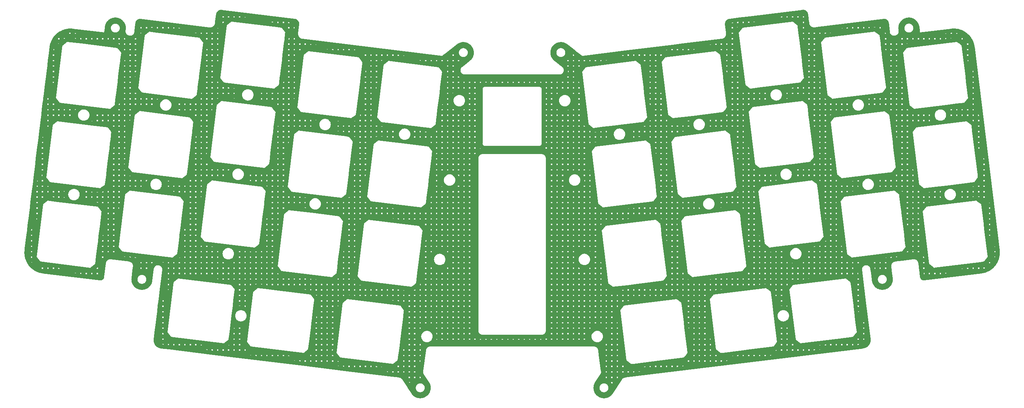
<source format=gtl>
G04 #@! TF.GenerationSoftware,KiCad,Pcbnew,7.0.10-7.0.10~ubuntu23.04.1*
G04 #@! TF.CreationDate,2024-02-06T03:10:18+00:00*
G04 #@! TF.ProjectId,plate_3_thumbs,706c6174-655f-4335-9f74-68756d62732e,v0.1*
G04 #@! TF.SameCoordinates,PX8bd8a70PY50733a9*
G04 #@! TF.FileFunction,Copper,L1,Top*
G04 #@! TF.FilePolarity,Positive*
%FSLAX46Y46*%
G04 Gerber Fmt 4.6, Leading zero omitted, Abs format (unit mm)*
G04 Created by KiCad (PCBNEW 7.0.10-7.0.10~ubuntu23.04.1) date 2024-02-06 03:10:18*
%MOMM*%
%LPD*%
G01*
G04 APERTURE LIST*
G04 APERTURE END LIST*
G04 #@! TA.AperFunction,NonConductor*
G36*
X215811437Y-58985844D02*
G01*
X215868677Y-58992368D01*
X215886124Y-58994357D01*
X215924697Y-58999779D01*
X215995606Y-59009747D01*
X216003531Y-59011396D01*
X216039544Y-59021384D01*
X216087036Y-59034557D01*
X216147010Y-59054043D01*
X216186649Y-59066923D01*
X216193178Y-59069462D01*
X216263377Y-59101453D01*
X216272960Y-59105821D01*
X216276356Y-59107496D01*
X216284233Y-59111684D01*
X216365671Y-59154984D01*
X216370770Y-59158017D01*
X216407834Y-59182548D01*
X216444635Y-59206905D01*
X216448587Y-59209750D01*
X216527815Y-59271646D01*
X216531531Y-59274791D01*
X216596851Y-59334640D01*
X216601004Y-59338829D01*
X216668712Y-59414017D01*
X216671138Y-59416883D01*
X216674205Y-59420738D01*
X216725726Y-59485500D01*
X216729786Y-59491245D01*
X216785296Y-59580062D01*
X216790721Y-59589648D01*
X216827968Y-59655469D01*
X216831490Y-59662771D01*
X216872922Y-59765288D01*
X216899217Y-59835596D01*
X216904361Y-59853236D01*
X216933356Y-59989559D01*
X216942208Y-60033045D01*
X216942991Y-60037848D01*
X217089151Y-61228227D01*
X217192777Y-62072193D01*
X217190607Y-62085347D01*
X217198877Y-62124262D01*
X217199767Y-62129582D01*
X217211747Y-62226981D01*
X217211749Y-62226989D01*
X217233137Y-62301525D01*
X217233083Y-62310137D01*
X217240569Y-62328656D01*
X217242684Y-62334794D01*
X217263864Y-62408605D01*
X217270198Y-62422184D01*
X217291610Y-62468085D01*
X217303916Y-62494464D01*
X217305374Y-62504055D01*
X217315254Y-62519863D01*
X217318865Y-62526511D01*
X217330772Y-62552036D01*
X217332055Y-62554985D01*
X217345496Y-62588240D01*
X217360849Y-62605199D01*
X217400676Y-62664231D01*
X217404559Y-62669986D01*
X217407961Y-62680684D01*
X217420267Y-62694350D01*
X217425598Y-62701171D01*
X217432348Y-62711176D01*
X217449426Y-62736489D01*
X217449431Y-62736494D01*
X217452938Y-62740903D01*
X217456999Y-62746648D01*
X217461808Y-62754342D01*
X217478509Y-62767672D01*
X217532400Y-62825456D01*
X217538116Y-62836849D01*
X217548523Y-62844980D01*
X217562866Y-62858122D01*
X217578302Y-62874673D01*
X217578309Y-62874680D01*
X217584436Y-62879466D01*
X217600243Y-62894205D01*
X217604384Y-62898804D01*
X217621524Y-62908441D01*
X217683982Y-62957236D01*
X217692231Y-62968742D01*
X217702943Y-62974438D01*
X217721065Y-62986207D01*
X217727207Y-62991005D01*
X217747014Y-63001984D01*
X217763224Y-63012714D01*
X217769389Y-63017531D01*
X217786068Y-63023633D01*
X217855171Y-63061939D01*
X217866018Y-63072925D01*
X217880763Y-63077717D01*
X217887322Y-63080269D01*
X217892467Y-63082613D01*
X217892471Y-63082616D01*
X217903682Y-63086697D01*
X217932501Y-63097188D01*
X217940412Y-63100710D01*
X217952428Y-63107099D01*
X217967852Y-63110056D01*
X218041290Y-63136790D01*
X218054646Y-63146625D01*
X218096963Y-63152577D01*
X218100164Y-63153113D01*
X218127781Y-63158484D01*
X218135114Y-63160381D01*
X218148882Y-63164856D01*
X218162505Y-63165237D01*
X218255511Y-63183325D01*
X218332271Y-63186015D01*
X218338730Y-63186582D01*
X218354796Y-63188841D01*
X218366827Y-63187227D01*
X218414544Y-63188900D01*
X218444345Y-63189945D01*
X218444346Y-63189944D01*
X218444352Y-63189945D01*
X218524320Y-63180138D01*
X218524348Y-63180138D01*
X218538028Y-63178457D01*
X218538030Y-63178458D01*
X218541123Y-63178078D01*
X218546508Y-63177655D01*
X218577788Y-63176567D01*
X218594317Y-63171546D01*
X218907866Y-63133047D01*
X227378685Y-63133047D01*
X227378685Y-63435047D01*
X227680685Y-63435047D01*
X227680685Y-63133047D01*
X228678685Y-63133047D01*
X228678685Y-63435047D01*
X228980685Y-63435047D01*
X228980685Y-63133047D01*
X229978685Y-63133047D01*
X229978685Y-63435047D01*
X230280685Y-63435047D01*
X230280685Y-63392281D01*
X231278684Y-63392281D01*
X231580684Y-63355199D01*
X231580685Y-63133047D01*
X232578685Y-63133047D01*
X232578685Y-63232432D01*
X232754635Y-63211261D01*
X232778932Y-63210736D01*
X232880685Y-63218541D01*
X232880685Y-63133047D01*
X233878685Y-63133047D01*
X233878685Y-63435047D01*
X234180685Y-63435047D01*
X234180685Y-63133047D01*
X235178685Y-63133047D01*
X235178685Y-63435047D01*
X235240572Y-63435047D01*
X235203492Y-63133047D01*
X235178685Y-63133047D01*
X234180685Y-63133047D01*
X233878685Y-63133047D01*
X232880685Y-63133047D01*
X232578685Y-63133047D01*
X231580685Y-63133047D01*
X231278685Y-63133047D01*
X231278684Y-63392281D01*
X230280685Y-63392281D01*
X230280685Y-63133047D01*
X229978685Y-63133047D01*
X228980685Y-63133047D01*
X228678685Y-63133047D01*
X227680685Y-63133047D01*
X227378685Y-63133047D01*
X218907866Y-63133047D01*
X234931073Y-61165644D01*
X234931104Y-61165647D01*
X234957271Y-61162428D01*
X234962663Y-61162003D01*
X235006225Y-61160481D01*
X235132312Y-61157436D01*
X235152542Y-61158606D01*
X235221839Y-61168344D01*
X235316813Y-61184877D01*
X235333840Y-61189103D01*
X235398433Y-61210090D01*
X235405233Y-61212300D01*
X235408418Y-61213432D01*
X235448661Y-61228980D01*
X235496533Y-61247476D01*
X235503282Y-61250560D01*
X235575147Y-61288773D01*
X235579201Y-61291132D01*
X235650926Y-61336607D01*
X235657565Y-61340816D01*
X235662540Y-61344324D01*
X235727042Y-61394719D01*
X235731645Y-61398694D01*
X235798836Y-61462737D01*
X235802110Y-61466107D01*
X235809401Y-61474204D01*
X235856537Y-61526557D01*
X235861175Y-61532375D01*
X235915522Y-61609633D01*
X235917392Y-61612452D01*
X235957161Y-61676100D01*
X235965391Y-61691621D01*
X236004412Y-61779786D01*
X236030624Y-61844668D01*
X236036652Y-61864012D01*
X236063818Y-61985319D01*
X236073313Y-62030001D01*
X236074206Y-62035336D01*
X236339254Y-64193981D01*
X236336662Y-64209698D01*
X236345992Y-64251325D01*
X236347034Y-64257347D01*
X236348748Y-64271339D01*
X236348797Y-64271562D01*
X236357965Y-64346188D01*
X236372398Y-64393383D01*
X236374833Y-64401349D01*
X236376710Y-64407485D01*
X236376842Y-64419355D01*
X236386642Y-64441492D01*
X236389240Y-64448461D01*
X236408784Y-64512375D01*
X236409159Y-64513599D01*
X236446670Y-64587213D01*
X236449083Y-64600062D01*
X236459015Y-64614180D01*
X236468079Y-64629227D01*
X236479712Y-64652054D01*
X236488639Y-64669573D01*
X236488641Y-64669576D01*
X236488643Y-64669579D01*
X236547370Y-64747509D01*
X236552570Y-64761315D01*
X236563688Y-64771913D01*
X236577162Y-64787042D01*
X236581216Y-64792422D01*
X236593996Y-64809380D01*
X236597622Y-64813407D01*
X236597280Y-64813714D01*
X236608223Y-64826275D01*
X236610525Y-64829547D01*
X236630859Y-64843755D01*
X236635225Y-64847827D01*
X236675458Y-64885346D01*
X236683809Y-64899448D01*
X236695225Y-64906686D01*
X236713392Y-64920721D01*
X236722017Y-64928764D01*
X236722022Y-64928767D01*
X236722025Y-64928770D01*
X236729261Y-64933469D01*
X236731920Y-64935196D01*
X236749934Y-64949430D01*
X236754647Y-64953922D01*
X236775422Y-64963447D01*
X236806025Y-64983322D01*
X236826564Y-64996660D01*
X236838202Y-65010221D01*
X236848997Y-65014393D01*
X236863846Y-65021980D01*
X236864062Y-65021575D01*
X236868845Y-65024118D01*
X236894582Y-65035044D01*
X236912527Y-65044460D01*
X236920119Y-65049274D01*
X236940145Y-65054386D01*
X237029981Y-65092523D01*
X237060368Y-65099540D01*
X237074090Y-65102709D01*
X237090885Y-65107864D01*
X237101677Y-65112034D01*
X237120044Y-65113321D01*
X237151830Y-65120661D01*
X237200552Y-65131912D01*
X237268579Y-65135482D01*
X237275962Y-65136316D01*
X237294660Y-65139572D01*
X237311360Y-65137727D01*
X237375371Y-65141087D01*
X237462249Y-65130427D01*
X237462411Y-65130406D01*
X237464262Y-65130178D01*
X237470331Y-65129735D01*
X237490064Y-65129263D01*
X237496356Y-65130948D01*
X237505333Y-65129845D01*
X237516798Y-65125800D01*
X237534254Y-65121887D01*
X237540279Y-65120845D01*
X237541315Y-65120717D01*
X237541779Y-65120661D01*
X237541780Y-65120662D01*
X237542276Y-65120601D01*
X237542374Y-65120589D01*
X237542375Y-65120588D01*
X237554656Y-65119084D01*
X237554955Y-65119015D01*
X237629150Y-65109905D01*
X237684460Y-65092993D01*
X237690452Y-65091161D01*
X237702318Y-65091028D01*
X237724451Y-65081231D01*
X237731419Y-65078634D01*
X237796559Y-65058717D01*
X237870182Y-65021202D01*
X237883029Y-65018789D01*
X237897139Y-65008864D01*
X237912178Y-64999803D01*
X237952538Y-64979239D01*
X238030479Y-64920504D01*
X238044284Y-64915306D01*
X238054876Y-64904193D01*
X238070001Y-64890722D01*
X238092346Y-64873885D01*
X238092352Y-64873878D01*
X238096373Y-64870259D01*
X238096681Y-64870602D01*
X238109244Y-64859655D01*
X238112511Y-64857356D01*
X238126715Y-64837028D01*
X238168315Y-64792419D01*
X238182415Y-64784068D01*
X238189651Y-64772656D01*
X238203684Y-64754491D01*
X238211738Y-64745855D01*
X238218171Y-64735948D01*
X238218883Y-64735047D01*
X249478685Y-64735047D01*
X249780685Y-64735047D01*
X250778685Y-64735047D01*
X251080685Y-64735047D01*
X251080685Y-64483938D01*
X252078685Y-64483938D01*
X252078685Y-64735047D01*
X252380685Y-64735047D01*
X252380685Y-64537566D01*
X252220228Y-64507827D01*
X252078685Y-64483938D01*
X251080685Y-64483938D01*
X251080685Y-64470094D01*
X251017705Y-64475196D01*
X250922392Y-64486920D01*
X250922176Y-64486920D01*
X250778685Y-64504538D01*
X250778685Y-64735047D01*
X249780685Y-64735047D01*
X249780684Y-64627077D01*
X249478685Y-64664159D01*
X249478685Y-64735047D01*
X238218883Y-64735047D01*
X238232401Y-64717938D01*
X238236890Y-64713227D01*
X238246417Y-64692455D01*
X238279636Y-64641304D01*
X238293195Y-64629668D01*
X238297365Y-64618878D01*
X238304949Y-64604039D01*
X238304542Y-64603823D01*
X238307082Y-64599044D01*
X238307082Y-64599042D01*
X238307085Y-64599039D01*
X238318013Y-64573295D01*
X238327430Y-64555351D01*
X238332238Y-64547766D01*
X238337351Y-64527742D01*
X238375491Y-64437898D01*
X238385681Y-64393768D01*
X238390835Y-64376977D01*
X238394999Y-64366198D01*
X238396286Y-64347838D01*
X238414878Y-64267326D01*
X238418446Y-64199299D01*
X238419280Y-64191918D01*
X238422535Y-64173227D01*
X238420690Y-64156521D01*
X238424049Y-64092506D01*
X238413387Y-64005628D01*
X238413326Y-64005132D01*
X238413140Y-64003614D01*
X238412695Y-63997542D01*
X238411827Y-63961259D01*
X238405220Y-63939118D01*
X238369687Y-63649721D01*
X238369346Y-63646025D01*
X238357191Y-63449461D01*
X238351084Y-63346490D01*
X238351084Y-63341709D01*
X239807302Y-63341709D01*
X239813955Y-63409266D01*
X239811209Y-63423744D01*
X239813030Y-63432899D01*
X239815413Y-63457091D01*
X239815413Y-63461449D01*
X239820931Y-63480084D01*
X239827584Y-63547641D01*
X239827585Y-63547643D01*
X239847288Y-63612599D01*
X239847419Y-63627329D01*
X239850994Y-63635960D01*
X239858049Y-63659219D01*
X239858901Y-63663505D01*
X239867946Y-63680699D01*
X239887652Y-63745660D01*
X239887654Y-63745666D01*
X239919656Y-63805539D01*
X239922658Y-63819962D01*
X239927843Y-63827721D01*
X239939302Y-63849159D01*
X239940968Y-63853181D01*
X239953198Y-63868288D01*
X239985200Y-63928158D01*
X239985203Y-63928163D01*
X240028264Y-63980632D01*
X240034026Y-63994200D01*
X240040628Y-64000802D01*
X240056049Y-64019591D01*
X240058469Y-64023213D01*
X240073406Y-64035638D01*
X240116475Y-64088118D01*
X240168953Y-64131186D01*
X240177247Y-64143363D01*
X240185001Y-64148544D01*
X240203791Y-64163965D01*
X240206875Y-64167049D01*
X240223957Y-64176326D01*
X240228905Y-64180386D01*
X240276433Y-64219392D01*
X240276436Y-64219394D01*
X240294086Y-64228828D01*
X240336299Y-64251391D01*
X240346815Y-64261720D01*
X240355432Y-64265290D01*
X240376869Y-64276748D01*
X240380495Y-64279171D01*
X240399055Y-64284936D01*
X240458923Y-64316936D01*
X240458925Y-64316936D01*
X240458931Y-64316940D01*
X240487239Y-64325527D01*
X240523889Y-64336645D01*
X240536210Y-64344719D01*
X240545367Y-64346541D01*
X240568632Y-64353598D01*
X240572670Y-64355270D01*
X240591994Y-64357304D01*
X240605379Y-64361364D01*
X240656951Y-64377008D01*
X240724509Y-64383662D01*
X240738175Y-64389180D01*
X240747508Y-64389180D01*
X240771699Y-64391563D01*
X240775973Y-64392413D01*
X240795328Y-64390637D01*
X240862885Y-64397291D01*
X240930439Y-64390637D01*
X240944918Y-64393383D01*
X240954070Y-64391563D01*
X240978261Y-64389180D01*
X240982622Y-64389180D01*
X241001257Y-64383662D01*
X241068819Y-64377008D01*
X241133771Y-64357304D01*
X241148505Y-64357173D01*
X241157132Y-64353600D01*
X241180398Y-64346542D01*
X241184681Y-64345690D01*
X241201876Y-64336645D01*
X241266839Y-64316940D01*
X241266847Y-64316936D01*
X241283493Y-64308037D01*
X241326710Y-64284937D01*
X241341137Y-64281933D01*
X241348898Y-64276748D01*
X241370338Y-64265289D01*
X241374362Y-64263622D01*
X241389471Y-64251391D01*
X241389473Y-64251390D01*
X241449335Y-64219393D01*
X241501811Y-64176327D01*
X241515374Y-64170566D01*
X241521973Y-64163968D01*
X241540767Y-64148544D01*
X241544387Y-64146125D01*
X241556813Y-64131188D01*
X241609295Y-64088118D01*
X241652364Y-64035637D01*
X241664540Y-64027343D01*
X241669721Y-64019590D01*
X241685145Y-64000796D01*
X241688226Y-63997714D01*
X241697502Y-63980635D01*
X241740570Y-63928158D01*
X241772568Y-63868293D01*
X241782895Y-63857779D01*
X241786466Y-63849161D01*
X241797925Y-63827721D01*
X241800347Y-63824095D01*
X241806114Y-63805534D01*
X241835946Y-63749723D01*
X241838114Y-63745668D01*
X241838114Y-63745667D01*
X241838117Y-63745662D01*
X241857822Y-63680701D01*
X241865897Y-63668379D01*
X241867719Y-63659221D01*
X241874777Y-63635955D01*
X241876445Y-63631926D01*
X241878482Y-63612594D01*
X241883814Y-63595017D01*
X241898185Y-63547642D01*
X241906003Y-63468261D01*
X241906887Y-63462316D01*
X241910357Y-63444875D01*
X241910357Y-63444872D01*
X241910668Y-63443309D01*
X241910674Y-63443272D01*
X241913588Y-63428622D01*
X241911814Y-63409266D01*
X241918468Y-63341708D01*
X241911814Y-63274147D01*
X241914559Y-63259673D01*
X241911397Y-63243778D01*
X241911395Y-63243758D01*
X241910357Y-63238541D01*
X241906885Y-63221088D01*
X241906000Y-63215119D01*
X241898185Y-63135774D01*
X241883297Y-63086694D01*
X241878481Y-63070817D01*
X241878349Y-63056084D01*
X241874775Y-63047455D01*
X241867718Y-63024190D01*
X241866867Y-63019912D01*
X241857822Y-63002712D01*
X241845263Y-62961313D01*
X241838117Y-62937754D01*
X241815402Y-62895257D01*
X241806113Y-62877878D01*
X241803109Y-62863450D01*
X241797925Y-62855692D01*
X241786467Y-62834255D01*
X241784802Y-62830236D01*
X241772569Y-62815123D01*
X241744546Y-62762696D01*
X241740571Y-62755259D01*
X241740569Y-62755256D01*
X241697504Y-62702782D01*
X241691741Y-62689213D01*
X241685142Y-62682614D01*
X241669721Y-62663824D01*
X241667304Y-62660207D01*
X241652363Y-62647776D01*
X241609295Y-62595298D01*
X241556815Y-62552229D01*
X241548520Y-62540052D01*
X241540768Y-62534872D01*
X241521979Y-62519451D01*
X241518898Y-62516370D01*
X241501809Y-62507087D01*
X241449340Y-62464026D01*
X241449336Y-62464023D01*
X241449335Y-62464023D01*
X241389466Y-62432022D01*
X241378952Y-62421694D01*
X241370336Y-62418125D01*
X241348898Y-62406666D01*
X241345279Y-62404247D01*
X241326716Y-62398479D01*
X241266843Y-62366477D01*
X241266837Y-62366475D01*
X241201876Y-62346769D01*
X241189554Y-62338693D01*
X241180396Y-62336872D01*
X241157137Y-62329817D01*
X241153104Y-62328146D01*
X241133776Y-62326111D01*
X241068820Y-62306408D01*
X241068818Y-62306407D01*
X241001261Y-62299754D01*
X240987596Y-62294236D01*
X240978268Y-62294236D01*
X240954076Y-62291853D01*
X240949803Y-62291003D01*
X240930443Y-62292778D01*
X240862886Y-62286125D01*
X240862885Y-62286125D01*
X240837909Y-62288585D01*
X240795326Y-62292779D01*
X240780846Y-62290032D01*
X240771696Y-62291853D01*
X240747505Y-62294236D01*
X240743146Y-62294236D01*
X240724510Y-62299753D01*
X240656950Y-62306408D01*
X240656949Y-62306408D01*
X240591991Y-62326112D01*
X240577257Y-62326243D01*
X240568627Y-62329818D01*
X240545369Y-62336873D01*
X240541091Y-62337723D01*
X240523893Y-62346769D01*
X240458932Y-62366475D01*
X240458930Y-62366476D01*
X240399050Y-62398481D01*
X240384625Y-62401483D01*
X240376870Y-62406666D01*
X240355435Y-62418123D01*
X240351417Y-62419787D01*
X240336304Y-62432021D01*
X240276435Y-62464023D01*
X240223954Y-62507091D01*
X240210390Y-62512851D01*
X240203791Y-62519450D01*
X240185005Y-62534867D01*
X240181384Y-62537286D01*
X240168956Y-62552226D01*
X240116474Y-62595297D01*
X240073403Y-62647779D01*
X240061225Y-62656073D01*
X240056044Y-62663828D01*
X240040627Y-62682614D01*
X240037544Y-62685696D01*
X240028268Y-62702777D01*
X239985200Y-62755258D01*
X239953198Y-62815127D01*
X239942869Y-62825641D01*
X239939300Y-62834258D01*
X239927843Y-62855693D01*
X239925424Y-62859312D01*
X239919658Y-62877873D01*
X239887653Y-62937753D01*
X239887652Y-62937755D01*
X239867946Y-63002716D01*
X239859871Y-63015037D01*
X239858050Y-63024192D01*
X239850995Y-63047450D01*
X239849322Y-63051487D01*
X239847289Y-63070814D01*
X239827585Y-63135772D01*
X239827585Y-63135773D01*
X239820931Y-63203331D01*
X239815413Y-63216996D01*
X239815413Y-63226328D01*
X239813030Y-63250519D01*
X239812179Y-63254795D01*
X239813955Y-63274147D01*
X239807302Y-63341705D01*
X239807302Y-63341709D01*
X238351084Y-63341709D01*
X238351084Y-63339193D01*
X238360999Y-63171545D01*
X238361953Y-63157189D01*
X238369896Y-63037591D01*
X238370756Y-63030638D01*
X238399897Y-62870408D01*
X238426533Y-62733376D01*
X238428166Y-62726885D01*
X238475808Y-62573270D01*
X238520116Y-62438505D01*
X238522435Y-62432519D01*
X238587798Y-62286765D01*
X238588103Y-62286125D01*
X238649245Y-62157360D01*
X238652107Y-62152029D01*
X238734276Y-62015692D01*
X238811918Y-61894287D01*
X238815245Y-61889589D01*
X238913022Y-61764440D01*
X239005674Y-61653237D01*
X239009361Y-61649194D01*
X239121321Y-61536932D01*
X239164180Y-61496966D01*
X239227547Y-61437875D01*
X239231516Y-61434475D01*
X239356107Y-61336594D01*
X239474221Y-61251409D01*
X239478265Y-61248730D01*
X239612582Y-61167286D01*
X239614930Y-61165935D01*
X239741896Y-61096712D01*
X239745988Y-61094675D01*
X239888989Y-61030085D01*
X239891778Y-61028909D01*
X240026517Y-60976106D01*
X240030552Y-60974685D01*
X240180206Y-60927830D01*
X240183450Y-60926914D01*
X240323754Y-60891411D01*
X240327651Y-60890559D01*
X240481829Y-60862091D01*
X240485463Y-60861534D01*
X240629145Y-60843892D01*
X240632786Y-60843556D01*
X240789250Y-60833881D01*
X240793252Y-60833764D01*
X240938000Y-60834270D01*
X240941347Y-60834374D01*
X241097878Y-60843632D01*
X241102170Y-60844037D01*
X241245647Y-60862671D01*
X241248670Y-60863143D01*
X241403014Y-60891213D01*
X241407519Y-60892208D01*
X241547400Y-60928645D01*
X241550113Y-60929419D01*
X241700017Y-60975911D01*
X241704669Y-60977560D01*
X241839873Y-61031637D01*
X241984426Y-61096462D01*
X241989112Y-61098806D01*
X242116104Y-61169199D01*
X242210023Y-61225803D01*
X242251907Y-61251047D01*
X242256522Y-61254118D01*
X242373305Y-61339590D01*
X242498399Y-61437324D01*
X242502822Y-61441128D01*
X242537799Y-61474204D01*
X242607538Y-61540154D01*
X242720183Y-61652498D01*
X242724313Y-61657047D01*
X242815226Y-61767726D01*
X242913878Y-61893299D01*
X242917590Y-61898566D01*
X242993213Y-62018652D01*
X243076562Y-62156114D01*
X243079740Y-62162062D01*
X243138739Y-62288585D01*
X243175755Y-62370536D01*
X243205715Y-62436867D01*
X243205753Y-62436950D01*
X243208283Y-62443524D01*
X243214082Y-62461584D01*
X243249380Y-62571528D01*
X243254987Y-62589437D01*
X243299490Y-62731584D01*
X243301266Y-62738710D01*
X243321126Y-62844834D01*
X243355912Y-63033233D01*
X243356480Y-63036935D01*
X243475375Y-64005253D01*
X243519100Y-64361364D01*
X243519547Y-64365000D01*
X243519526Y-64365276D01*
X243522511Y-64389488D01*
X243522715Y-64389848D01*
X243522716Y-64389849D01*
X243523012Y-64389930D01*
X250887570Y-63485675D01*
X250887602Y-63485678D01*
X250915979Y-63482187D01*
X250915980Y-63482188D01*
X250916465Y-63482128D01*
X250916476Y-63482127D01*
X250916476Y-63482128D01*
X251123063Y-63465394D01*
X251332069Y-63448973D01*
X251337021Y-63448784D01*
X251546643Y-63449171D01*
X251756929Y-63451010D01*
X251761520Y-63451224D01*
X251972656Y-63469112D01*
X252179960Y-63489076D01*
X252184287Y-63489648D01*
X252394225Y-63525079D01*
X252598238Y-63562892D01*
X252602200Y-63563764D01*
X252809129Y-63616571D01*
X253008692Y-63671916D01*
X253012355Y-63673056D01*
X253034486Y-63680699D01*
X253214595Y-63742901D01*
X253408419Y-63815370D01*
X253411704Y-63816707D01*
X253607785Y-63903146D01*
X253660234Y-63928163D01*
X253778743Y-63984689D01*
X253794520Y-63992214D01*
X253797438Y-63993702D01*
X253811757Y-64001485D01*
X253985920Y-64096151D01*
X254161056Y-64199314D01*
X254164199Y-64201165D01*
X254166723Y-64202734D01*
X254346311Y-64320535D01*
X254414539Y-64369203D01*
X254515923Y-64441519D01*
X254528293Y-64451183D01*
X254686320Y-64574646D01*
X254769135Y-64645375D01*
X254844789Y-64709990D01*
X255002476Y-64855685D01*
X255004622Y-64857766D01*
X255128009Y-64983322D01*
X255147831Y-65003493D01*
X255149680Y-65005374D01*
X255287873Y-65156044D01*
X255294669Y-65163453D01*
X255296818Y-65165924D01*
X255428419Y-65325565D01*
X255559723Y-65494901D01*
X255561822Y-65497775D01*
X255638006Y-65608619D01*
X255679038Y-65668319D01*
X255699032Y-65699045D01*
X255795729Y-65847642D01*
X255797724Y-65850928D01*
X255899699Y-66031159D01*
X256000985Y-66219138D01*
X256002822Y-66222836D01*
X256088849Y-66411594D01*
X256174019Y-66606731D01*
X256175640Y-66610836D01*
X256245146Y-66807102D01*
X256274576Y-66893337D01*
X256296850Y-66958606D01*
X256313572Y-67007603D01*
X256314920Y-67012105D01*
X256367595Y-67215764D01*
X256418647Y-67418914D01*
X256419667Y-67423792D01*
X256456225Y-67642223D01*
X256487851Y-67833889D01*
X262424597Y-116184807D01*
X262424598Y-116184819D01*
X262424878Y-116187100D01*
X262442923Y-116409781D01*
X262458048Y-116601776D01*
X262458239Y-116606759D01*
X262457838Y-116828245D01*
X262456112Y-117026503D01*
X262455893Y-117031197D01*
X262437373Y-117249868D01*
X262418151Y-117449530D01*
X262417572Y-117453906D01*
X262381190Y-117669506D01*
X262344450Y-117867756D01*
X262343562Y-117871789D01*
X262289584Y-118083320D01*
X262235542Y-118278194D01*
X262234400Y-118281864D01*
X262163198Y-118488045D01*
X262092218Y-118677893D01*
X262090876Y-118681190D01*
X262002907Y-118880743D01*
X261915528Y-119063938D01*
X261914040Y-119066856D01*
X261809874Y-119258498D01*
X261706753Y-119433561D01*
X261705174Y-119436100D01*
X261585484Y-119618568D01*
X261466604Y-119785231D01*
X261331344Y-119958356D01*
X261198393Y-120114019D01*
X261050299Y-120274298D01*
X261048217Y-120276445D01*
X260903293Y-120418860D01*
X260742550Y-120566288D01*
X260740079Y-120568437D01*
X260583456Y-120697545D01*
X260411101Y-120831182D01*
X260408227Y-120833281D01*
X260241217Y-120948062D01*
X260058385Y-121067029D01*
X260055099Y-121069025D01*
X259879059Y-121168621D01*
X259686892Y-121272155D01*
X259683194Y-121273992D01*
X259499746Y-121357591D01*
X259299316Y-121445064D01*
X259295210Y-121446685D01*
X259106147Y-121513631D01*
X258898453Y-121584501D01*
X258893951Y-121585849D01*
X258701927Y-121635505D01*
X258487168Y-121689464D01*
X258482289Y-121690484D01*
X258297372Y-121721423D01*
X258148030Y-121746058D01*
X258071929Y-121758612D01*
X258071337Y-121758710D01*
X244610518Y-123411490D01*
X244605119Y-123411914D01*
X244561544Y-123413433D01*
X244435540Y-123416467D01*
X244415289Y-123415295D01*
X244345818Y-123405527D01*
X244251045Y-123389022D01*
X244233995Y-123384790D01*
X244162493Y-123361554D01*
X244159307Y-123360421D01*
X244071338Y-123326429D01*
X244064569Y-123323335D01*
X243992641Y-123285086D01*
X243988549Y-123282705D01*
X243910300Y-123233092D01*
X243905330Y-123229587D01*
X243840742Y-123179124D01*
X243836153Y-123175162D01*
X243769065Y-123111218D01*
X243765766Y-123107823D01*
X243711263Y-123047292D01*
X243706624Y-123041473D01*
X243652366Y-122964346D01*
X243650506Y-122961543D01*
X243610643Y-122897752D01*
X243602421Y-122882248D01*
X243563488Y-122794296D01*
X243537185Y-122729201D01*
X243531157Y-122709865D01*
X243513981Y-122633196D01*
X243504116Y-122589162D01*
X243494482Y-122543851D01*
X243493588Y-122538511D01*
X243382411Y-121633047D01*
X244387906Y-121633047D01*
X244424987Y-121935047D01*
X244580685Y-121935047D01*
X244580685Y-121633047D01*
X245578685Y-121633047D01*
X245578685Y-121935047D01*
X245880685Y-121935047D01*
X245880685Y-121633047D01*
X246878685Y-121633047D01*
X246878685Y-121935047D01*
X247180685Y-121935047D01*
X247180685Y-121633047D01*
X248178685Y-121633047D01*
X248178685Y-121935047D01*
X248446072Y-121935047D01*
X248480685Y-121930797D01*
X248480685Y-121633047D01*
X249478685Y-121633047D01*
X249478685Y-121808258D01*
X249780685Y-121771176D01*
X249780685Y-121633047D01*
X250778685Y-121633047D01*
X250778685Y-121648638D01*
X250905663Y-121633047D01*
X250778685Y-121633047D01*
X249780685Y-121633047D01*
X249478685Y-121633047D01*
X248480685Y-121633047D01*
X248178685Y-121633047D01*
X247180685Y-121633047D01*
X246878685Y-121633047D01*
X245880685Y-121633047D01*
X245578685Y-121633047D01*
X244580685Y-121633047D01*
X244387906Y-121633047D01*
X243382411Y-121633047D01*
X243222791Y-120333047D01*
X244278685Y-120333047D01*
X244278685Y-120635047D01*
X244580685Y-120635047D01*
X253378685Y-120635047D01*
X253680685Y-120635047D01*
X254678685Y-120635047D01*
X254980685Y-120635047D01*
X254980685Y-120385026D01*
X254678685Y-120422107D01*
X254678685Y-120635047D01*
X253680685Y-120635047D01*
X253680685Y-120544646D01*
X253378685Y-120581727D01*
X253378685Y-120635047D01*
X244580685Y-120635047D01*
X244580685Y-120333047D01*
X244278685Y-120333047D01*
X243222791Y-120333047D01*
X243100156Y-119334261D01*
X243102722Y-119318699D01*
X243093484Y-119277466D01*
X243092447Y-119271473D01*
X243092187Y-119269356D01*
X243092186Y-119269354D01*
X243090703Y-119257278D01*
X243090649Y-119257035D01*
X243081512Y-119182576D01*
X243062774Y-119121276D01*
X243062643Y-119109403D01*
X243052841Y-119087253D01*
X243050243Y-119080278D01*
X243035806Y-119033047D01*
X244278685Y-119033047D01*
X244278685Y-119335047D01*
X244580685Y-119335047D01*
X244580685Y-119033047D01*
X244278685Y-119033047D01*
X243035806Y-119033047D01*
X243030338Y-119015157D01*
X243030337Y-119015155D01*
X242992823Y-118941520D01*
X242990410Y-118928669D01*
X242980485Y-118914559D01*
X242971419Y-118899507D01*
X242964913Y-118886736D01*
X242950868Y-118859168D01*
X242950866Y-118859165D01*
X242892126Y-118781209D01*
X242886925Y-118767400D01*
X242875810Y-118756805D01*
X242862331Y-118741668D01*
X242845515Y-118719351D01*
X242841897Y-118715333D01*
X242842239Y-118715024D01*
X242831298Y-118702464D01*
X242829001Y-118699198D01*
X242808664Y-118684985D01*
X242764041Y-118643372D01*
X242755688Y-118629267D01*
X242744273Y-118622030D01*
X242726105Y-118607993D01*
X242717489Y-118599958D01*
X242717480Y-118599952D01*
X242707595Y-118593532D01*
X242689578Y-118579296D01*
X242684870Y-118574809D01*
X242664086Y-118565276D01*
X242612922Y-118532049D01*
X242601283Y-118518487D01*
X242590487Y-118514316D01*
X242575655Y-118506738D01*
X242575439Y-118507146D01*
X242570659Y-118504604D01*
X242544933Y-118493684D01*
X242526989Y-118484268D01*
X242519405Y-118479459D01*
X242499365Y-118474343D01*
X242409511Y-118436203D01*
X242409509Y-118436202D01*
X242365417Y-118426024D01*
X242348621Y-118420870D01*
X242337839Y-118416704D01*
X242319467Y-118415417D01*
X242251331Y-118399689D01*
X242238932Y-118396827D01*
X242238931Y-118396826D01*
X242238930Y-118396826D01*
X242170938Y-118393266D01*
X242163544Y-118392432D01*
X242144855Y-118389179D01*
X242128148Y-118391024D01*
X242064106Y-118387671D01*
X241977325Y-118398330D01*
X241977324Y-118398330D01*
X241975220Y-118398588D01*
X241969152Y-118399033D01*
X241932828Y-118399906D01*
X241910696Y-118406510D01*
X239330004Y-118723380D01*
X237644694Y-118930310D01*
X237628763Y-118932266D01*
X237613251Y-118929708D01*
X237572235Y-118938898D01*
X237566424Y-118939913D01*
X237564335Y-118940175D01*
X237564319Y-118940178D01*
X237564057Y-118940211D01*
X237564056Y-118940211D01*
X237555585Y-118941278D01*
X237477279Y-118950888D01*
X237477269Y-118950890D01*
X237415976Y-118969625D01*
X237404103Y-118969756D01*
X237381953Y-118979558D01*
X237374980Y-118982156D01*
X237309857Y-119002062D01*
X237309855Y-119002062D01*
X237236213Y-119039580D01*
X237223362Y-119041992D01*
X237209243Y-119051924D01*
X237194194Y-119060988D01*
X237153869Y-119081532D01*
X237075906Y-119140277D01*
X237062095Y-119145477D01*
X237051501Y-119156592D01*
X237036370Y-119170067D01*
X237014053Y-119186883D01*
X237010029Y-119190507D01*
X237009722Y-119190166D01*
X236997166Y-119201100D01*
X236993900Y-119203397D01*
X236979686Y-119223736D01*
X236938075Y-119268356D01*
X236923971Y-119276708D01*
X236916735Y-119288122D01*
X236902698Y-119306291D01*
X236894660Y-119314909D01*
X236894650Y-119314923D01*
X236888236Y-119324799D01*
X236874005Y-119342810D01*
X236869514Y-119347521D01*
X236859984Y-119368304D01*
X236826753Y-119419474D01*
X236813192Y-119431111D01*
X236809021Y-119441908D01*
X236801447Y-119456735D01*
X236801853Y-119456951D01*
X236799310Y-119461733D01*
X236788393Y-119487452D01*
X236778977Y-119505396D01*
X236774161Y-119512991D01*
X236769044Y-119533035D01*
X236764941Y-119542703D01*
X236730904Y-119622889D01*
X236730901Y-119622897D01*
X236720724Y-119666985D01*
X236715570Y-119683780D01*
X236711404Y-119694562D01*
X236710117Y-119712939D01*
X236691527Y-119793470D01*
X236687967Y-119861459D01*
X236687133Y-119868853D01*
X236683877Y-119887555D01*
X236685725Y-119904265D01*
X236684106Y-119935189D01*
X236682450Y-119966813D01*
X236682372Y-119968293D01*
X236693289Y-120057178D01*
X236693734Y-120063249D01*
X236694607Y-120099573D01*
X236701211Y-120121698D01*
X236817749Y-121070817D01*
X237035263Y-122842336D01*
X237035264Y-122842345D01*
X237035317Y-122842777D01*
X237035661Y-122846507D01*
X237048911Y-123060731D01*
X237053861Y-123143890D01*
X237053863Y-123151240D01*
X237043420Y-123327879D01*
X237035229Y-123451216D01*
X237034364Y-123458206D01*
X237004268Y-123623704D01*
X236978966Y-123753879D01*
X236977321Y-123760419D01*
X236928567Y-123917628D01*
X236885942Y-124047278D01*
X236883614Y-124053286D01*
X236817043Y-124201742D01*
X236757571Y-124326990D01*
X236754665Y-124332402D01*
X236671284Y-124470757D01*
X236595811Y-124588771D01*
X236592434Y-124593540D01*
X236493436Y-124720255D01*
X236403134Y-124828642D01*
X236399397Y-124832740D01*
X236286160Y-124946283D01*
X236182473Y-125042975D01*
X236178489Y-125046386D01*
X236052589Y-125145298D01*
X235937165Y-125228546D01*
X235933042Y-125231276D01*
X235797505Y-125313461D01*
X235795037Y-125314881D01*
X235670926Y-125382549D01*
X235666767Y-125384618D01*
X235522536Y-125449766D01*
X235519636Y-125450988D01*
X235387848Y-125502635D01*
X235383749Y-125504077D01*
X235232805Y-125551337D01*
X235229489Y-125552275D01*
X235092209Y-125587011D01*
X235088257Y-125587875D01*
X234932779Y-125616584D01*
X234929076Y-125617152D01*
X234788472Y-125634417D01*
X234784741Y-125634761D01*
X234626937Y-125644518D01*
X234622894Y-125644636D01*
X234481286Y-125644143D01*
X234477840Y-125644035D01*
X234319932Y-125634695D01*
X234315606Y-125634287D01*
X234175285Y-125616062D01*
X234172176Y-125615577D01*
X234016427Y-125587251D01*
X234011890Y-125586249D01*
X233875122Y-125550623D01*
X233872385Y-125549842D01*
X233720980Y-125502885D01*
X233716319Y-125501233D01*
X233584175Y-125448378D01*
X233438092Y-125382866D01*
X233433401Y-125380519D01*
X233309403Y-125311783D01*
X233172051Y-125229002D01*
X233167443Y-125225936D01*
X233113092Y-125186157D01*
X233053602Y-125142615D01*
X232935933Y-125050681D01*
X232926880Y-125043607D01*
X232922460Y-125039805D01*
X232827136Y-124949660D01*
X232820671Y-124943546D01*
X232706309Y-124829488D01*
X232702179Y-124824940D01*
X232616481Y-124720608D01*
X232614153Y-124717773D01*
X232519955Y-124597868D01*
X232513660Y-124589855D01*
X232509955Y-124584599D01*
X232437213Y-124469083D01*
X232435304Y-124465934D01*
X232351869Y-124328329D01*
X232348709Y-124322413D01*
X232292674Y-124202242D01*
X232223419Y-124048909D01*
X232220895Y-124042351D01*
X232183104Y-123924639D01*
X232172672Y-123891318D01*
X232130233Y-123755761D01*
X232128463Y-123748655D01*
X232113975Y-123671231D01*
X232079956Y-123486974D01*
X232074076Y-123455130D01*
X232073510Y-123451449D01*
X232036406Y-123149258D01*
X233499094Y-123149258D01*
X233505747Y-123216814D01*
X233503002Y-123231286D01*
X233504823Y-123240440D01*
X233507205Y-123264631D01*
X233507205Y-123268998D01*
X233512723Y-123287633D01*
X233519376Y-123355189D01*
X233539084Y-123420158D01*
X233539215Y-123434893D01*
X233542783Y-123443507D01*
X233549838Y-123466765D01*
X233550688Y-123471042D01*
X233559737Y-123488244D01*
X233575407Y-123539899D01*
X233579446Y-123553212D01*
X233581616Y-123557271D01*
X233611448Y-123613084D01*
X233614450Y-123627507D01*
X233619631Y-123635260D01*
X233631089Y-123656696D01*
X233632758Y-123660725D01*
X233644987Y-123675832D01*
X233665805Y-123714780D01*
X233676990Y-123735705D01*
X233676991Y-123735707D01*
X233720062Y-123788190D01*
X233725821Y-123801751D01*
X233732408Y-123808338D01*
X233747830Y-123827130D01*
X233750252Y-123830754D01*
X233765198Y-123843188D01*
X233808264Y-123895666D01*
X233815729Y-123901792D01*
X233860742Y-123938733D01*
X233860745Y-123938735D01*
X233869044Y-123950918D01*
X233876802Y-123956102D01*
X233895594Y-123971525D01*
X233898666Y-123974597D01*
X233915743Y-123983871D01*
X233968227Y-124026943D01*
X234028099Y-124058945D01*
X234038610Y-124069269D01*
X234047232Y-124072841D01*
X234068672Y-124084301D01*
X234072298Y-124086723D01*
X234090851Y-124092487D01*
X234150719Y-124124487D01*
X234150723Y-124124489D01*
X234215687Y-124144195D01*
X234228014Y-124152274D01*
X234237164Y-124154094D01*
X234260428Y-124161151D01*
X234264451Y-124162817D01*
X234283778Y-124164850D01*
X234348744Y-124184558D01*
X234416302Y-124191212D01*
X234429968Y-124196730D01*
X234439310Y-124196730D01*
X234463500Y-124199112D01*
X234467779Y-124199963D01*
X234487121Y-124198187D01*
X234554678Y-124204841D01*
X234622232Y-124198187D01*
X234636704Y-124200932D01*
X234645855Y-124199112D01*
X234670045Y-124196730D01*
X234674415Y-124196730D01*
X234693050Y-124191212D01*
X234760612Y-124184558D01*
X234825577Y-124164850D01*
X234840309Y-124164719D01*
X234848921Y-124161152D01*
X234872190Y-124154094D01*
X234876466Y-124153243D01*
X234893666Y-124144196D01*
X234958633Y-124124489D01*
X235018503Y-124092487D01*
X235032925Y-124089484D01*
X235040682Y-124084302D01*
X235062120Y-124072843D01*
X235066150Y-124071173D01*
X235081250Y-124058948D01*
X235141129Y-124026943D01*
X235193609Y-123983873D01*
X235207170Y-123978114D01*
X235213756Y-123971528D01*
X235232552Y-123956102D01*
X235236173Y-123953682D01*
X235248604Y-123938740D01*
X235301089Y-123895668D01*
X235344159Y-123843186D01*
X235356339Y-123834889D01*
X235361523Y-123827131D01*
X235376949Y-123808335D01*
X235380019Y-123805264D01*
X235389293Y-123788190D01*
X235432364Y-123735708D01*
X235464367Y-123675833D01*
X235474692Y-123665321D01*
X235478264Y-123656699D01*
X235489723Y-123635261D01*
X235492142Y-123631640D01*
X235497907Y-123613084D01*
X235529910Y-123553212D01*
X235549616Y-123488247D01*
X235557695Y-123475919D01*
X235559515Y-123466769D01*
X235566573Y-123443500D01*
X235568236Y-123439484D01*
X235570271Y-123420158D01*
X235589979Y-123355191D01*
X235597795Y-123275824D01*
X235598677Y-123269885D01*
X235602151Y-123252424D01*
X235602151Y-123252420D01*
X235602579Y-123250270D01*
X235602589Y-123250205D01*
X235605382Y-123236161D01*
X235603608Y-123216814D01*
X235610262Y-123149257D01*
X235603607Y-123081698D01*
X235606352Y-123067225D01*
X235602488Y-123047798D01*
X235602481Y-123047752D01*
X235602151Y-123046093D01*
X235602151Y-123046090D01*
X235598679Y-123028637D01*
X235597794Y-123022668D01*
X235589979Y-122943323D01*
X235570271Y-122878357D01*
X235570140Y-122863621D01*
X235566572Y-122855007D01*
X235559515Y-122831743D01*
X235558665Y-122827473D01*
X235549617Y-122810268D01*
X235529910Y-122745302D01*
X235529908Y-122745298D01*
X235497908Y-122685430D01*
X235494905Y-122671008D01*
X235489722Y-122663251D01*
X235478262Y-122641811D01*
X235476595Y-122637786D01*
X235464367Y-122622680D01*
X235432364Y-122562806D01*
X235389292Y-122510323D01*
X235383532Y-122496759D01*
X235376946Y-122490173D01*
X235361523Y-122471381D01*
X235359105Y-122467762D01*
X235344156Y-122455324D01*
X235301087Y-122402843D01*
X235248609Y-122359777D01*
X235240308Y-122347592D01*
X235232551Y-122342409D01*
X235213759Y-122326987D01*
X235210690Y-122323918D01*
X235193611Y-122314641D01*
X235141128Y-122271570D01*
X235141126Y-122271569D01*
X235120201Y-122260384D01*
X235081254Y-122239567D01*
X235070740Y-122229240D01*
X235062117Y-122225668D01*
X235040681Y-122214210D01*
X235037065Y-122211793D01*
X235018505Y-122206027D01*
X234969147Y-122179645D01*
X234958633Y-122174025D01*
X234945320Y-122169986D01*
X234893665Y-122154316D01*
X234881338Y-122146237D01*
X234872186Y-122144417D01*
X234848928Y-122137362D01*
X234844913Y-122135699D01*
X234825579Y-122133663D01*
X234760610Y-122113955D01*
X234760611Y-122113955D01*
X234693054Y-122107302D01*
X234679389Y-122101784D01*
X234670053Y-122101784D01*
X234645863Y-122099402D01*
X234641588Y-122098551D01*
X234622235Y-122100326D01*
X234554679Y-122093673D01*
X234554677Y-122093673D01*
X234487119Y-122100326D01*
X234472646Y-122097581D01*
X234463492Y-122099402D01*
X234439302Y-122101784D01*
X234434939Y-122101784D01*
X234416303Y-122107301D01*
X234348743Y-122113956D01*
X234348741Y-122113956D01*
X234283773Y-122133663D01*
X234269039Y-122133794D01*
X234260425Y-122137362D01*
X234237169Y-122144416D01*
X234232901Y-122145265D01*
X234215689Y-122154317D01*
X234150727Y-122174023D01*
X234150722Y-122174025D01*
X234090846Y-122206028D01*
X234076425Y-122209030D01*
X234068671Y-122214211D01*
X234047239Y-122225666D01*
X234043212Y-122227333D01*
X234028102Y-122239567D01*
X233968224Y-122271572D01*
X233915744Y-122314641D01*
X233902181Y-122320400D01*
X233895594Y-122326988D01*
X233876806Y-122342407D01*
X233873184Y-122344826D01*
X233860749Y-122359774D01*
X233808267Y-122402846D01*
X233765195Y-122455328D01*
X233753012Y-122463626D01*
X233747828Y-122471385D01*
X233732409Y-122490173D01*
X233729340Y-122493241D01*
X233720062Y-122510323D01*
X233676993Y-122562803D01*
X233644988Y-122622681D01*
X233634658Y-122633196D01*
X233631087Y-122641818D01*
X233619632Y-122663250D01*
X233617212Y-122666871D01*
X233611449Y-122685425D01*
X233579446Y-122745301D01*
X233579444Y-122745306D01*
X233559738Y-122810268D01*
X233551657Y-122822598D01*
X233549837Y-122831748D01*
X233542783Y-122855004D01*
X233541117Y-122859024D01*
X233539084Y-122878352D01*
X233519377Y-122943320D01*
X233519377Y-122943322D01*
X233512723Y-123010880D01*
X233507205Y-123024545D01*
X233507205Y-123033880D01*
X233504823Y-123058069D01*
X233503971Y-123062348D01*
X233505747Y-123081698D01*
X233499094Y-123149255D01*
X233499094Y-123149258D01*
X232036406Y-123149258D01*
X231850238Y-121633047D01*
X232855733Y-121633047D01*
X232880684Y-121836257D01*
X232880685Y-121633047D01*
X232855733Y-121633047D01*
X231850238Y-121633047D01*
X231737732Y-120716759D01*
X231737740Y-120716713D01*
X231734623Y-120691329D01*
X231735558Y-120685654D01*
X231732610Y-120672491D01*
X231731573Y-120666493D01*
X231731311Y-120664360D01*
X231731312Y-120664360D01*
X231720013Y-120572344D01*
X231696108Y-120496939D01*
X231695987Y-120491254D01*
X231691445Y-120480993D01*
X231689040Y-120474643D01*
X231663983Y-120395600D01*
X231630475Y-120333047D01*
X232717350Y-120333047D01*
X232742755Y-120390444D01*
X232751889Y-120459714D01*
X232744830Y-120485843D01*
X232724919Y-120536693D01*
X232746947Y-120635047D01*
X232880685Y-120635047D01*
X232880685Y-120333047D01*
X233878685Y-120333047D01*
X233878685Y-120635047D01*
X234180685Y-120635047D01*
X234180685Y-120333047D01*
X235178685Y-120333047D01*
X235178685Y-120635047D01*
X235480685Y-120635047D01*
X235480685Y-120333047D01*
X235178685Y-120333047D01*
X234180685Y-120333047D01*
X233878685Y-120333047D01*
X232880685Y-120333047D01*
X232717350Y-120333047D01*
X231630475Y-120333047D01*
X231623004Y-120319100D01*
X231621582Y-120312303D01*
X231614446Y-120302158D01*
X231610499Y-120295756D01*
X231605873Y-120287121D01*
X231576432Y-120232159D01*
X231517703Y-120159025D01*
X231514560Y-120151400D01*
X231504844Y-120142139D01*
X231499280Y-120136083D01*
X231460339Y-120087590D01*
X231460335Y-120087586D01*
X231460332Y-120087583D01*
X231384025Y-120022073D01*
X231378851Y-120014103D01*
X231370709Y-120008941D01*
X231356335Y-119998300D01*
X231319666Y-119966819D01*
X231319662Y-119966816D01*
X231319658Y-119966813D01*
X231226807Y-119913079D01*
X231219448Y-119905346D01*
X231210421Y-119901858D01*
X231193005Y-119893517D01*
X231159181Y-119873943D01*
X231159180Y-119873942D01*
X231159167Y-119873935D01*
X231157779Y-119873295D01*
X231150552Y-119869359D01*
X231144669Y-119865629D01*
X231122803Y-119861082D01*
X231051790Y-119835976D01*
X231042251Y-119829087D01*
X231032913Y-119827462D01*
X231012848Y-119822208D01*
X230984372Y-119812140D01*
X230978814Y-119810737D01*
X230978907Y-119810365D01*
X230961616Y-119805730D01*
X230961122Y-119805539D01*
X230939755Y-119805168D01*
X230865317Y-119793535D01*
X230853759Y-119788085D01*
X230844670Y-119788303D01*
X230822556Y-119786853D01*
X230803177Y-119783825D01*
X230801181Y-119783513D01*
X230801180Y-119783513D01*
X230801172Y-119783512D01*
X230796024Y-119783666D01*
X230771071Y-119781884D01*
X230769486Y-119781608D01*
X230749464Y-119785052D01*
X230683933Y-119787004D01*
X230674151Y-119787295D01*
X230660884Y-119783825D01*
X230652548Y-119785693D01*
X230629143Y-119788636D01*
X230615849Y-119789032D01*
X230602857Y-119791863D01*
X230579438Y-119794669D01*
X230576820Y-119794731D01*
X230558863Y-119801450D01*
X230485243Y-119817494D01*
X230470704Y-119816459D01*
X230463499Y-119819649D01*
X230439726Y-119827413D01*
X230434703Y-119828507D01*
X230434690Y-119828511D01*
X230414761Y-119836923D01*
X230393650Y-119843682D01*
X230390193Y-119844456D01*
X230374882Y-119853753D01*
X230305475Y-119883046D01*
X230290212Y-119884790D01*
X230284392Y-119888884D01*
X230268744Y-119897561D01*
X230268925Y-119897898D01*
X230263870Y-119900605D01*
X230238664Y-119917270D01*
X230220470Y-119927219D01*
X230216494Y-119928978D01*
X230204207Y-119940050D01*
X230141388Y-119981582D01*
X230126011Y-119986314D01*
X230116471Y-119996324D01*
X230110409Y-120001893D01*
X230109204Y-120002860D01*
X230081111Y-120030045D01*
X230066229Y-120042353D01*
X230062142Y-120045227D01*
X230053039Y-120057210D01*
X229975958Y-120131798D01*
X229947989Y-120171223D01*
X229936616Y-120185025D01*
X229932855Y-120188970D01*
X229926871Y-120200989D01*
X229868675Y-120283022D01*
X229842626Y-120339485D01*
X229838694Y-120346706D01*
X229833466Y-120354950D01*
X229830298Y-120366207D01*
X229809737Y-120410777D01*
X229791004Y-120451384D01*
X229773339Y-120521312D01*
X229771059Y-120528476D01*
X229767704Y-120537158D01*
X229766851Y-120546997D01*
X229745595Y-120631139D01*
X229745594Y-120631146D01*
X229740405Y-120713873D01*
X229739607Y-120720629D01*
X229738117Y-120729184D01*
X229738938Y-120737262D01*
X229737787Y-120755620D01*
X229733988Y-120816198D01*
X229736541Y-120836994D01*
X229745531Y-120910219D01*
X229745975Y-120916289D01*
X229746223Y-120926634D01*
X229748479Y-120934226D01*
X230710463Y-128768956D01*
X231766110Y-137366520D01*
X231766112Y-137366539D01*
X231766147Y-137366831D01*
X231766507Y-137370853D01*
X231768130Y-137399435D01*
X231771181Y-137453166D01*
X231780399Y-137634452D01*
X231780308Y-137642202D01*
X231771466Y-137761191D01*
X231757972Y-137907408D01*
X231756935Y-137914341D01*
X231731235Y-138037900D01*
X231698495Y-138174743D01*
X231696729Y-138180760D01*
X231654158Y-138302670D01*
X231603074Y-138431451D01*
X231600806Y-138436499D01*
X231542729Y-138551720D01*
X231541156Y-138554644D01*
X231473457Y-138672765D01*
X231470913Y-138676830D01*
X231398012Y-138783900D01*
X231395619Y-138787178D01*
X231312003Y-138894202D01*
X231309401Y-138897316D01*
X231223136Y-138993967D01*
X231219807Y-138997419D01*
X231121582Y-139091672D01*
X231119126Y-139093907D01*
X231021377Y-139178132D01*
X231017027Y-139181553D01*
X230904416Y-139262283D01*
X230796442Y-139333075D01*
X230791029Y-139336244D01*
X230666162Y-139401121D01*
X230552502Y-139455943D01*
X230546026Y-139458627D01*
X230407389Y-139507103D01*
X230294087Y-139544463D01*
X230286591Y-139546426D01*
X230109733Y-139581095D01*
X230027282Y-139596748D01*
X230023273Y-139597374D01*
X173531749Y-146533660D01*
X173508321Y-146529796D01*
X173451755Y-146543108D01*
X173445287Y-146544272D01*
X173437907Y-146545201D01*
X173357180Y-146555098D01*
X173357173Y-146555100D01*
X173287708Y-146576310D01*
X173270262Y-146576497D01*
X173249618Y-146586438D01*
X173232034Y-146593310D01*
X173190070Y-146606123D01*
X173190068Y-146606124D01*
X173094509Y-146654731D01*
X173075719Y-146658246D01*
X173063557Y-146667813D01*
X173043116Y-146680873D01*
X173034326Y-146685344D01*
X173034316Y-146685350D01*
X173026437Y-146691275D01*
X173005717Y-146703886D01*
X172999110Y-146707067D01*
X172980353Y-146725929D01*
X172894670Y-146790359D01*
X172864702Y-146822409D01*
X172850796Y-146835177D01*
X172838728Y-146844669D01*
X172824941Y-146864930D01*
X172775339Y-146917978D01*
X172775328Y-146917992D01*
X172726993Y-146992173D01*
X172723000Y-146997628D01*
X172692500Y-147034846D01*
X172678860Y-147066024D01*
X170552802Y-150328009D01*
X170550663Y-150331084D01*
X170420094Y-150507179D01*
X170373154Y-150570184D01*
X170368420Y-150575809D01*
X170245228Y-150705723D01*
X170160973Y-150793292D01*
X170155810Y-150798082D01*
X170025227Y-150906101D01*
X169923014Y-150988592D01*
X169917544Y-150992536D01*
X169778210Y-151081899D01*
X169662894Y-151153134D01*
X169657244Y-151156231D01*
X169510066Y-151227228D01*
X169384561Y-151284438D01*
X169378851Y-151286706D01*
X169225360Y-151339044D01*
X169092235Y-151380520D01*
X169086580Y-151381994D01*
X168928654Y-151415291D01*
X168790373Y-151439935D01*
X168784877Y-151440663D01*
X168624579Y-151454638D01*
X168483507Y-151461797D01*
X168478263Y-151461841D01*
X168317798Y-151456403D01*
X168176345Y-151445780D01*
X168171432Y-151445213D01*
X168014377Y-151420719D01*
X168011575Y-151420216D01*
X167873526Y-151392142D01*
X167869012Y-151391047D01*
X167716267Y-151347862D01*
X167713262Y-151346929D01*
X167579623Y-151301708D01*
X167575569Y-151300176D01*
X167513765Y-151274310D01*
X167429279Y-151238950D01*
X167426139Y-151237532D01*
X167358826Y-151204854D01*
X167299109Y-151175863D01*
X167295547Y-151173988D01*
X167157747Y-151095600D01*
X167154563Y-151093659D01*
X167036246Y-151016543D01*
X167033183Y-151014412D01*
X166905816Y-150919971D01*
X166902674Y-150917478D01*
X166794992Y-150826172D01*
X166792426Y-150823871D01*
X166677340Y-150714735D01*
X166674293Y-150711636D01*
X166578986Y-150607643D01*
X166576920Y-150605271D01*
X166540695Y-150561479D01*
X166475717Y-150482926D01*
X166472934Y-150479292D01*
X166391497Y-150364294D01*
X166389922Y-150361958D01*
X166372173Y-150334284D01*
X166304095Y-150228135D01*
X166301597Y-150223874D01*
X166234782Y-150098767D01*
X166197027Y-150020497D01*
X166165014Y-149954128D01*
X166162939Y-149949317D01*
X166160929Y-149944055D01*
X166112549Y-149817393D01*
X166060612Y-149665070D01*
X166059067Y-149659775D01*
X166025780Y-149523272D01*
X166019049Y-149491345D01*
X165992487Y-149365349D01*
X165991560Y-149359627D01*
X165975761Y-149221066D01*
X165961678Y-149059501D01*
X165961449Y-149053379D01*
X165962525Y-148964764D01*
X167402212Y-148964764D01*
X167408865Y-149032320D01*
X167406120Y-149046792D01*
X167407941Y-149055946D01*
X167410323Y-149080137D01*
X167410323Y-149084504D01*
X167415841Y-149103139D01*
X167422494Y-149170695D01*
X167442202Y-149235664D01*
X167442333Y-149250399D01*
X167445901Y-149259013D01*
X167452956Y-149282271D01*
X167453806Y-149286548D01*
X167462855Y-149303750D01*
X167478525Y-149355405D01*
X167482564Y-149368718D01*
X167484734Y-149372777D01*
X167514566Y-149428590D01*
X167517568Y-149443013D01*
X167522749Y-149450766D01*
X167534207Y-149472202D01*
X167535876Y-149476231D01*
X167548105Y-149491338D01*
X167565175Y-149523272D01*
X167580108Y-149551211D01*
X167580109Y-149551213D01*
X167623180Y-149603696D01*
X167628939Y-149617257D01*
X167635526Y-149623844D01*
X167650948Y-149642636D01*
X167653370Y-149646260D01*
X167668316Y-149658694D01*
X167711382Y-149711172D01*
X167742156Y-149736427D01*
X167763860Y-149754239D01*
X167763863Y-149754241D01*
X167772162Y-149766424D01*
X167779920Y-149771608D01*
X167798712Y-149787031D01*
X167801784Y-149790103D01*
X167818861Y-149799377D01*
X167871345Y-149842449D01*
X167931217Y-149874451D01*
X167941728Y-149884775D01*
X167950350Y-149888347D01*
X167971790Y-149899807D01*
X167975416Y-149902229D01*
X167993969Y-149907993D01*
X168053837Y-149939993D01*
X168053841Y-149939995D01*
X168118805Y-149959701D01*
X168131132Y-149967780D01*
X168140282Y-149969600D01*
X168163546Y-149976657D01*
X168167569Y-149978323D01*
X168186896Y-149980356D01*
X168251862Y-150000064D01*
X168319420Y-150006718D01*
X168333086Y-150012236D01*
X168342428Y-150012236D01*
X168366618Y-150014618D01*
X168370897Y-150015469D01*
X168390239Y-150013693D01*
X168457796Y-150020347D01*
X168525350Y-150013693D01*
X168539822Y-150016438D01*
X168548973Y-150014618D01*
X168573163Y-150012236D01*
X168577533Y-150012236D01*
X168596168Y-150006718D01*
X168663730Y-150000064D01*
X168728695Y-149980356D01*
X168743427Y-149980225D01*
X168752039Y-149976658D01*
X168775308Y-149969600D01*
X168779584Y-149968749D01*
X168796784Y-149959702D01*
X168861751Y-149939995D01*
X168921621Y-149907993D01*
X168936043Y-149904990D01*
X168943800Y-149899808D01*
X168965238Y-149888349D01*
X168969268Y-149886679D01*
X168984368Y-149874454D01*
X169044247Y-149842449D01*
X169096727Y-149799379D01*
X169110288Y-149793620D01*
X169116874Y-149787034D01*
X169135670Y-149771608D01*
X169139291Y-149769188D01*
X169151722Y-149754246D01*
X169204207Y-149711174D01*
X169247277Y-149658692D01*
X169259457Y-149650395D01*
X169264641Y-149642637D01*
X169280067Y-149623841D01*
X169283137Y-149620770D01*
X169292411Y-149603696D01*
X169335482Y-149551214D01*
X169367485Y-149491339D01*
X169377810Y-149480827D01*
X169381382Y-149472205D01*
X169392841Y-149450767D01*
X169395260Y-149447146D01*
X169401025Y-149428590D01*
X169433028Y-149368718D01*
X169452734Y-149303753D01*
X169460813Y-149291425D01*
X169462633Y-149282275D01*
X169469691Y-149259006D01*
X169471354Y-149254990D01*
X169473389Y-149235664D01*
X169493097Y-149170697D01*
X169500913Y-149091330D01*
X169501795Y-149085391D01*
X169505269Y-149067930D01*
X169505269Y-149067926D01*
X169505697Y-149065776D01*
X169505707Y-149065711D01*
X169508500Y-149051667D01*
X169506726Y-149032320D01*
X169513380Y-148964763D01*
X169506725Y-148897204D01*
X169509470Y-148882731D01*
X169505606Y-148863304D01*
X169505599Y-148863258D01*
X169505269Y-148861599D01*
X169505269Y-148861596D01*
X169501797Y-148844143D01*
X169500912Y-148838174D01*
X169493097Y-148758829D01*
X169473389Y-148693863D01*
X169473258Y-148679127D01*
X169469690Y-148670513D01*
X169462633Y-148647249D01*
X169461783Y-148642979D01*
X169452735Y-148625774D01*
X169433028Y-148560808D01*
X169433026Y-148560804D01*
X169401026Y-148500936D01*
X169398023Y-148486514D01*
X169392840Y-148478757D01*
X169381380Y-148457317D01*
X169379713Y-148453292D01*
X169367485Y-148438186D01*
X169335482Y-148378312D01*
X169292410Y-148325829D01*
X169286650Y-148312265D01*
X169280064Y-148305679D01*
X169264641Y-148286887D01*
X169262223Y-148283268D01*
X169247274Y-148270830D01*
X169204205Y-148218349D01*
X169151727Y-148175283D01*
X169143426Y-148163098D01*
X169135669Y-148157915D01*
X169116877Y-148142493D01*
X169113808Y-148139424D01*
X169096729Y-148130147D01*
X169044246Y-148087076D01*
X169044244Y-148087075D01*
X169023319Y-148075890D01*
X168984372Y-148055073D01*
X168973858Y-148044746D01*
X168965235Y-148041174D01*
X168943799Y-148029716D01*
X168940183Y-148027299D01*
X168921623Y-148021533D01*
X168879859Y-147999210D01*
X168861751Y-147989531D01*
X168848438Y-147985492D01*
X168796783Y-147969822D01*
X168784456Y-147961743D01*
X168775304Y-147959923D01*
X168752046Y-147952868D01*
X168748031Y-147951205D01*
X168728697Y-147949169D01*
X168663728Y-147929461D01*
X168663729Y-147929461D01*
X168596172Y-147922808D01*
X168582507Y-147917290D01*
X168573171Y-147917290D01*
X168548981Y-147914908D01*
X168544706Y-147914057D01*
X168525353Y-147915832D01*
X168457797Y-147909179D01*
X168457795Y-147909179D01*
X168390237Y-147915832D01*
X168375764Y-147913087D01*
X168366610Y-147914908D01*
X168342420Y-147917290D01*
X168338057Y-147917290D01*
X168319421Y-147922807D01*
X168251861Y-147929462D01*
X168251859Y-147929462D01*
X168186891Y-147949169D01*
X168172157Y-147949300D01*
X168163543Y-147952868D01*
X168140287Y-147959922D01*
X168136019Y-147960771D01*
X168118807Y-147969823D01*
X168053845Y-147989529D01*
X168053840Y-147989531D01*
X167993964Y-148021534D01*
X167979543Y-148024536D01*
X167971789Y-148029717D01*
X167950357Y-148041172D01*
X167946330Y-148042839D01*
X167931220Y-148055073D01*
X167871342Y-148087078D01*
X167818862Y-148130147D01*
X167805299Y-148135906D01*
X167798712Y-148142494D01*
X167779924Y-148157913D01*
X167776302Y-148160332D01*
X167763867Y-148175280D01*
X167711385Y-148218352D01*
X167668313Y-148270834D01*
X167656130Y-148279132D01*
X167650946Y-148286891D01*
X167635527Y-148305679D01*
X167632458Y-148308747D01*
X167623180Y-148325829D01*
X167580111Y-148378309D01*
X167548106Y-148438187D01*
X167537776Y-148448702D01*
X167534205Y-148457324D01*
X167522750Y-148478756D01*
X167520330Y-148482377D01*
X167514567Y-148500931D01*
X167482564Y-148560807D01*
X167482562Y-148560812D01*
X167462856Y-148625774D01*
X167454775Y-148638104D01*
X167452955Y-148647254D01*
X167445901Y-148670510D01*
X167444235Y-148674530D01*
X167442202Y-148693858D01*
X167422495Y-148758826D01*
X167422495Y-148758828D01*
X167415841Y-148826386D01*
X167410323Y-148840051D01*
X167410323Y-148849386D01*
X167407941Y-148873575D01*
X167407089Y-148877854D01*
X167408865Y-148897204D01*
X167402212Y-148964761D01*
X167402212Y-148964764D01*
X165962525Y-148964764D01*
X165963124Y-148915438D01*
X165968661Y-148752115D01*
X165969213Y-148745709D01*
X165979642Y-148670510D01*
X165987824Y-148611497D01*
X166013344Y-148447874D01*
X166014738Y-148441304D01*
X166048939Y-148314512D01*
X166095063Y-148151381D01*
X166097345Y-148144770D01*
X166143465Y-148032291D01*
X166212594Y-147867123D01*
X166215801Y-147860579D01*
X166251795Y-147796950D01*
X166345034Y-147633047D01*
X170178685Y-147633047D01*
X170178685Y-147774264D01*
X170191872Y-147806103D01*
X170238168Y-147852399D01*
X170271653Y-147913722D01*
X170273680Y-147935047D01*
X170480685Y-147935047D01*
X170480685Y-147633047D01*
X170178685Y-147633047D01*
X166345034Y-147633047D01*
X166360628Y-147605635D01*
X166363324Y-147600895D01*
X166365257Y-147597723D01*
X167189361Y-146333047D01*
X168878685Y-146333047D01*
X168878685Y-146635047D01*
X169180685Y-146635047D01*
X169180685Y-146333047D01*
X170178685Y-146333047D01*
X170178685Y-146635047D01*
X170480685Y-146635047D01*
X170480685Y-146333047D01*
X171478685Y-146333047D01*
X171478685Y-146635047D01*
X171729831Y-146635047D01*
X171780685Y-146572989D01*
X171780685Y-146333047D01*
X171478685Y-146333047D01*
X170480685Y-146333047D01*
X170178685Y-146333047D01*
X169180685Y-146333047D01*
X168878685Y-146333047D01*
X167189361Y-146333047D01*
X167547397Y-145783602D01*
X167562200Y-145770937D01*
X167590092Y-145718475D01*
X167593014Y-145713597D01*
X167594028Y-145712042D01*
X167594301Y-145711623D01*
X167594300Y-145711622D01*
X167594355Y-145711540D01*
X167594355Y-145711538D01*
X167600606Y-145702218D01*
X167601277Y-145700915D01*
X167603386Y-145697676D01*
X167633208Y-145651949D01*
X167649887Y-145616090D01*
X167661800Y-145602533D01*
X167673159Y-145567193D01*
X167675965Y-145560025D01*
X167684776Y-145541085D01*
X167686685Y-145536981D01*
X167688156Y-145534027D01*
X167703858Y-145504491D01*
X167708629Y-145471979D01*
X167712504Y-145459145D01*
X167724006Y-145441545D01*
X167727630Y-145414518D01*
X167731824Y-145395154D01*
X167734476Y-145386371D01*
X167735858Y-145377289D01*
X167740393Y-145358007D01*
X167746073Y-145340335D01*
X167745917Y-145311203D01*
X167747931Y-145297970D01*
X167758033Y-145276322D01*
X167756112Y-145233109D01*
X167756053Y-145229823D01*
X167756278Y-145204429D01*
X167756826Y-145196744D01*
X167760750Y-145167472D01*
X167756827Y-145142601D01*
X167757179Y-145103049D01*
X167747932Y-145034261D01*
X167747770Y-145033047D01*
X168878685Y-145033047D01*
X168878685Y-145335047D01*
X169180685Y-145335047D01*
X169180685Y-145033047D01*
X170178685Y-145033047D01*
X170178685Y-145335047D01*
X170480685Y-145335047D01*
X170480685Y-145033047D01*
X171478685Y-145033047D01*
X171478685Y-145335047D01*
X171780685Y-145335047D01*
X171780685Y-145033047D01*
X172778685Y-145033047D01*
X172778685Y-145335047D01*
X173080685Y-145335047D01*
X173080685Y-145033047D01*
X174078685Y-145033047D01*
X174078685Y-145335047D01*
X174380685Y-145335047D01*
X174380685Y-145301388D01*
X175378684Y-145301388D01*
X175680685Y-145264307D01*
X175680685Y-145033047D01*
X176678685Y-145033047D01*
X176678685Y-145141768D01*
X176980685Y-145104687D01*
X176980685Y-145033047D01*
X176678685Y-145033047D01*
X175680685Y-145033047D01*
X175378685Y-145033047D01*
X175378684Y-145301388D01*
X174380685Y-145301388D01*
X174380685Y-145033047D01*
X174078685Y-145033047D01*
X173080685Y-145033047D01*
X172778685Y-145033047D01*
X171780685Y-145033047D01*
X171478685Y-145033047D01*
X170480685Y-145033047D01*
X170178685Y-145033047D01*
X169180685Y-145033047D01*
X168878685Y-145033047D01*
X167747770Y-145033047D01*
X167747307Y-145029589D01*
X167746819Y-145024113D01*
X167744556Y-144973214D01*
X167736223Y-144946976D01*
X167573367Y-143733047D01*
X168878685Y-143733047D01*
X168878685Y-144035047D01*
X169180685Y-144035047D01*
X169180685Y-143733047D01*
X170178685Y-143733047D01*
X170178685Y-144035047D01*
X170480685Y-144035047D01*
X170480685Y-143733047D01*
X171478685Y-143733047D01*
X171478685Y-144035047D01*
X171780685Y-144035047D01*
X171780685Y-143733047D01*
X172778685Y-143733047D01*
X172778685Y-144035047D01*
X173080685Y-144035047D01*
X173080685Y-143919297D01*
X174078685Y-143919297D01*
X174078685Y-144035047D01*
X174225987Y-144035047D01*
X177978685Y-144035047D01*
X178280685Y-144035047D01*
X179278685Y-144035047D01*
X179580685Y-144035047D01*
X179580685Y-143738572D01*
X179278685Y-143775653D01*
X179278685Y-144035047D01*
X178280685Y-144035047D01*
X178280685Y-143898192D01*
X177978685Y-143935273D01*
X177978685Y-144035047D01*
X174225987Y-144035047D01*
X174221800Y-144031111D01*
X174078685Y-143919297D01*
X173080685Y-143919297D01*
X173080685Y-143733047D01*
X180578685Y-143733047D01*
X180578685Y-144035047D01*
X180880685Y-144035047D01*
X180880685Y-143733047D01*
X181878685Y-143733047D01*
X181878685Y-144035047D01*
X182180685Y-144035047D01*
X182180685Y-143733047D01*
X183178685Y-143733047D01*
X183178685Y-144035047D01*
X183480685Y-144035047D01*
X183480685Y-143733047D01*
X184478685Y-143733047D01*
X184478685Y-144035047D01*
X184780685Y-144035047D01*
X184780685Y-143733047D01*
X185778685Y-143733047D01*
X185778685Y-144024429D01*
X186080685Y-143987347D01*
X186080685Y-143733047D01*
X187078685Y-143733047D01*
X187078685Y-143864809D01*
X187380685Y-143827727D01*
X187380685Y-143733047D01*
X187078685Y-143733047D01*
X186080685Y-143733047D01*
X185778685Y-143733047D01*
X184780685Y-143733047D01*
X184478685Y-143733047D01*
X183480685Y-143733047D01*
X183178685Y-143733047D01*
X182180685Y-143733047D01*
X181878685Y-143733047D01*
X180880685Y-143733047D01*
X180578685Y-143733047D01*
X173080685Y-143733047D01*
X172778685Y-143733047D01*
X171780685Y-143733047D01*
X171478685Y-143733047D01*
X170480685Y-143733047D01*
X170178685Y-143733047D01*
X169180685Y-143733047D01*
X168878685Y-143733047D01*
X167573367Y-143733047D01*
X167398965Y-142433047D01*
X168878685Y-142433047D01*
X168878685Y-142735047D01*
X169180685Y-142735047D01*
X169180685Y-142433047D01*
X170178685Y-142433047D01*
X170178685Y-142735047D01*
X170480685Y-142735047D01*
X170480685Y-142433047D01*
X171478685Y-142433047D01*
X171478685Y-142735047D01*
X171780685Y-142735047D01*
X171780685Y-142433047D01*
X172778685Y-142433047D01*
X172778685Y-142735047D01*
X172845427Y-142735047D01*
X172827388Y-142680865D01*
X172822010Y-142657185D01*
X172797437Y-142462018D01*
X172797338Y-142458445D01*
X172794220Y-142433047D01*
X172778685Y-142433047D01*
X171780685Y-142433047D01*
X171478685Y-142433047D01*
X170480685Y-142433047D01*
X170178685Y-142433047D01*
X169180685Y-142433047D01*
X168878685Y-142433047D01*
X167398965Y-142433047D01*
X167224562Y-141133047D01*
X168878685Y-141133047D01*
X168878685Y-141435047D01*
X169180685Y-141435047D01*
X169180685Y-141133047D01*
X170178685Y-141133047D01*
X170178685Y-141435047D01*
X170480685Y-141435047D01*
X170480685Y-141133047D01*
X171478685Y-141133047D01*
X171478685Y-141435047D01*
X171780685Y-141435047D01*
X171780685Y-141133047D01*
X171478685Y-141133047D01*
X170480685Y-141133047D01*
X170178685Y-141133047D01*
X169180685Y-141133047D01*
X168878685Y-141133047D01*
X167224562Y-141133047D01*
X167084150Y-140086417D01*
X167086978Y-140067980D01*
X167075742Y-140021268D01*
X167074573Y-140015014D01*
X167074347Y-140013332D01*
X167074348Y-140013332D01*
X167067380Y-139961440D01*
X167062354Y-139924005D01*
X167062353Y-139924003D01*
X167062353Y-139924002D01*
X167042164Y-139861637D01*
X167040999Y-139858037D01*
X167040648Y-139845280D01*
X167034868Y-139833047D01*
X168878685Y-139833047D01*
X168878685Y-140135047D01*
X169180685Y-140135047D01*
X169180685Y-139833047D01*
X170178685Y-139833047D01*
X170178685Y-140135047D01*
X170480685Y-140135047D01*
X170480685Y-139833047D01*
X171478685Y-139833047D01*
X171478685Y-140135047D01*
X171780685Y-140135047D01*
X171780685Y-139833047D01*
X171478685Y-139833047D01*
X170480685Y-139833047D01*
X170178685Y-139833047D01*
X169180685Y-139833047D01*
X168878685Y-139833047D01*
X167034868Y-139833047D01*
X167030352Y-139823490D01*
X167027419Y-139816090D01*
X167021662Y-139798307D01*
X167018541Y-139788665D01*
X167006836Y-139752506D01*
X167006835Y-139752504D01*
X167006834Y-139752501D01*
X166963571Y-139671927D01*
X166960729Y-139658406D01*
X166951201Y-139645788D01*
X166940910Y-139629723D01*
X166923984Y-139598200D01*
X166922569Y-139595393D01*
X166915684Y-139580823D01*
X166897234Y-139563132D01*
X166853536Y-139508252D01*
X166847701Y-139493926D01*
X166837756Y-139485227D01*
X166822390Y-139469134D01*
X166809275Y-139452663D01*
X166809274Y-139452662D01*
X166807381Y-139451006D01*
X166790068Y-139432400D01*
X166787953Y-139429599D01*
X166768074Y-139416624D01*
X166714795Y-139370020D01*
X166705635Y-139355620D01*
X166696223Y-139350314D01*
X166675480Y-139335631D01*
X166673593Y-139333980D01*
X166673587Y-139333976D01*
X166655523Y-139323173D01*
X166637528Y-139310086D01*
X166632600Y-139305776D01*
X166612603Y-139297504D01*
X166552399Y-139261499D01*
X166539858Y-139247934D01*
X166517046Y-139240678D01*
X166514038Y-139239635D01*
X166480587Y-139227070D01*
X166463297Y-139219008D01*
X166454779Y-139214206D01*
X166435741Y-139210226D01*
X166350133Y-139178071D01*
X166350132Y-139178070D01*
X166350130Y-139178070D01*
X166284356Y-139166127D01*
X166276633Y-139164206D01*
X166259053Y-139158614D01*
X166240990Y-139158253D01*
X166172772Y-139145866D01*
X166172763Y-139145865D01*
X166084439Y-139145864D01*
X166082737Y-139145864D01*
X166082717Y-139145864D01*
X166082638Y-139145864D01*
X166082138Y-139145864D01*
X166082012Y-139145864D01*
X166080968Y-139145864D01*
X166074615Y-139145538D01*
X166035231Y-139141482D01*
X166009063Y-139145870D01*
X127280693Y-139149394D01*
X127262509Y-139144056D01*
X127214005Y-139149055D01*
X127207658Y-139149381D01*
X127115665Y-139149398D01*
X127115651Y-139149400D01*
X127047437Y-139161798D01*
X127034751Y-139160450D01*
X127011793Y-139167757D01*
X127004071Y-139169679D01*
X126938326Y-139181629D01*
X126938311Y-139181633D01*
X126852714Y-139213799D01*
X126838935Y-139214818D01*
X126825161Y-139222586D01*
X126807871Y-139230651D01*
X126774427Y-139243218D01*
X126771421Y-139244260D01*
X126756060Y-139249149D01*
X126736069Y-139265089D01*
X126675872Y-139301102D01*
X126660895Y-139304982D01*
X126650946Y-139313688D01*
X126632960Y-139326774D01*
X126614908Y-139337574D01*
X126614891Y-139337586D01*
X126613006Y-139339236D01*
X126592277Y-139353913D01*
X126589209Y-139355643D01*
X126573700Y-139373627D01*
X126520437Y-139420230D01*
X126504949Y-139427393D01*
X126498439Y-139436017D01*
X126481136Y-139454618D01*
X126479248Y-139456269D01*
X126479246Y-139456271D01*
X126466136Y-139472742D01*
X126450774Y-139488835D01*
X126445846Y-139493146D01*
X126434991Y-139511867D01*
X126391302Y-139566752D01*
X126376187Y-139577380D01*
X126365949Y-139599056D01*
X126364516Y-139601898D01*
X126347641Y-139633337D01*
X126337354Y-139649398D01*
X126331458Y-139657207D01*
X126324985Y-139675546D01*
X126281732Y-139756125D01*
X126261158Y-139819705D01*
X126258227Y-139827104D01*
X126250345Y-139843790D01*
X126247589Y-139861637D01*
X126226238Y-139927621D01*
X126220444Y-139970808D01*
X126220389Y-139970930D01*
X126214041Y-140018538D01*
X126212867Y-140024840D01*
X126203612Y-140063332D01*
X126204482Y-140089828D01*
X125552516Y-144952447D01*
X125544692Y-144970020D01*
X125542113Y-145028189D01*
X125541624Y-145033681D01*
X125539657Y-145048358D01*
X125539647Y-145048627D01*
X125531786Y-145107100D01*
X125531785Y-145107117D01*
X125532134Y-145146662D01*
X125527202Y-145164021D01*
X125532134Y-145200817D01*
X125532681Y-145208510D01*
X125532906Y-145233906D01*
X125532847Y-145237201D01*
X125531365Y-145270634D01*
X125541023Y-145302011D01*
X125543039Y-145315263D01*
X125540215Y-145336103D01*
X125548560Y-145362070D01*
X125553093Y-145381347D01*
X125554475Y-145390427D01*
X125554476Y-145390433D01*
X125557128Y-145399219D01*
X125561318Y-145418574D01*
X125563785Y-145436981D01*
X125576448Y-145463220D01*
X125580318Y-145476042D01*
X125580497Y-145499926D01*
X125600805Y-145538125D01*
X125602279Y-145541085D01*
X125612967Y-145564068D01*
X125615779Y-145571251D01*
X125624817Y-145599377D01*
X125639047Y-145620144D01*
X125655727Y-145656010D01*
X125694493Y-145715465D01*
X125694550Y-145715551D01*
X125694635Y-145715682D01*
X125694908Y-145716101D01*
X125696133Y-145717981D01*
X125698936Y-145722710D01*
X125722933Y-145767850D01*
X125741729Y-145787954D01*
X126924108Y-147602443D01*
X126926054Y-147605635D01*
X127028498Y-147785716D01*
X127073295Y-147864903D01*
X127076527Y-147871499D01*
X127143354Y-148031165D01*
X127183943Y-148130147D01*
X127190670Y-148146553D01*
X127191724Y-148149122D01*
X127194021Y-148155777D01*
X127200684Y-148179342D01*
X127239135Y-148315332D01*
X127274299Y-148445696D01*
X127275699Y-148452292D01*
X127300787Y-148613133D01*
X127319788Y-148750136D01*
X127320341Y-148756556D01*
X127325803Y-148917661D01*
X127327505Y-149057810D01*
X127327275Y-149063950D01*
X127313360Y-149223615D01*
X127297346Y-149364071D01*
X127296411Y-149369840D01*
X127263474Y-149526077D01*
X127229779Y-149664253D01*
X127228226Y-149669575D01*
X127176811Y-149820370D01*
X127125841Y-149953813D01*
X127123764Y-149958628D01*
X127054640Y-150101935D01*
X126987120Y-150228363D01*
X126984619Y-150232629D01*
X126899547Y-150365275D01*
X126897956Y-150367635D01*
X126815724Y-150483753D01*
X126812900Y-150487440D01*
X126712568Y-150608733D01*
X126710502Y-150611105D01*
X126614264Y-150716115D01*
X126611217Y-150719214D01*
X126497091Y-150827440D01*
X126494525Y-150829742D01*
X126385821Y-150921912D01*
X126382652Y-150924426D01*
X126256332Y-151018092D01*
X126253257Y-151020231D01*
X126133852Y-151098055D01*
X126130654Y-151100004D01*
X125993962Y-151177763D01*
X125990381Y-151179648D01*
X125862168Y-151241890D01*
X125859028Y-151243308D01*
X125713947Y-151304028D01*
X125709882Y-151305564D01*
X125574942Y-151351225D01*
X125571937Y-151352157D01*
X125420473Y-151394981D01*
X125415959Y-151396077D01*
X125276525Y-151424433D01*
X125273722Y-151424936D01*
X125118027Y-151449216D01*
X125113115Y-151449783D01*
X124970200Y-151460516D01*
X124811175Y-151465905D01*
X124805930Y-151465861D01*
X124663254Y-151458620D01*
X124504552Y-151444784D01*
X124499055Y-151444056D01*
X124359022Y-151419099D01*
X124202799Y-151386162D01*
X124197143Y-151384688D01*
X124062148Y-151342627D01*
X123910485Y-151290911D01*
X123904776Y-151288642D01*
X123777218Y-151230497D01*
X123632052Y-151160471D01*
X123626405Y-151157376D01*
X123508726Y-151084680D01*
X123371708Y-150996800D01*
X123366238Y-150992856D01*
X123261149Y-150908043D01*
X123133392Y-150802360D01*
X123128248Y-150797588D01*
X123052843Y-150719214D01*
X123039848Y-150705707D01*
X122920744Y-150580104D01*
X122916020Y-150574492D01*
X122862442Y-150502596D01*
X122794133Y-150410468D01*
X122738197Y-150335028D01*
X122736058Y-150331954D01*
X121847613Y-148968823D01*
X123775556Y-148968823D01*
X123782209Y-149036379D01*
X123779464Y-149050851D01*
X123781285Y-149060005D01*
X123783667Y-149084196D01*
X123783667Y-149088563D01*
X123789185Y-149107198D01*
X123795838Y-149174754D01*
X123815546Y-149239723D01*
X123815677Y-149254458D01*
X123819245Y-149263072D01*
X123826300Y-149286330D01*
X123827150Y-149290607D01*
X123836199Y-149307809D01*
X123844703Y-149335840D01*
X123855908Y-149372777D01*
X123879088Y-149416145D01*
X123887910Y-149432649D01*
X123890912Y-149447072D01*
X123896093Y-149454825D01*
X123907551Y-149476261D01*
X123909220Y-149480290D01*
X123921449Y-149495397D01*
X123942267Y-149534345D01*
X123953452Y-149555270D01*
X123953453Y-149555272D01*
X123996524Y-149607755D01*
X124002283Y-149621316D01*
X124008870Y-149627903D01*
X124024292Y-149646695D01*
X124026714Y-149650319D01*
X124041660Y-149662753D01*
X124084726Y-149715231D01*
X124115500Y-149740486D01*
X124137204Y-149758298D01*
X124137207Y-149758300D01*
X124145506Y-149770483D01*
X124153264Y-149775667D01*
X124172056Y-149791090D01*
X124175128Y-149794162D01*
X124192205Y-149803436D01*
X124244689Y-149846508D01*
X124304561Y-149878510D01*
X124315072Y-149888834D01*
X124323694Y-149892406D01*
X124345134Y-149903866D01*
X124348760Y-149906288D01*
X124367313Y-149912052D01*
X124419587Y-149939993D01*
X124427185Y-149944054D01*
X124492149Y-149963760D01*
X124504476Y-149971839D01*
X124513626Y-149973659D01*
X124536890Y-149980716D01*
X124540913Y-149982382D01*
X124560240Y-149984415D01*
X124625206Y-150004123D01*
X124692764Y-150010777D01*
X124706430Y-150016295D01*
X124715772Y-150016295D01*
X124739962Y-150018677D01*
X124744241Y-150019528D01*
X124763583Y-150017752D01*
X124831140Y-150024406D01*
X124898694Y-150017752D01*
X124913166Y-150020497D01*
X124922317Y-150018677D01*
X124946507Y-150016295D01*
X124950877Y-150016295D01*
X124969512Y-150010777D01*
X125037074Y-150004123D01*
X125102039Y-149984415D01*
X125116771Y-149984284D01*
X125125383Y-149980717D01*
X125148652Y-149973659D01*
X125152928Y-149972808D01*
X125170128Y-149963761D01*
X125235095Y-149944054D01*
X125294965Y-149912052D01*
X125309387Y-149909049D01*
X125317144Y-149903867D01*
X125338582Y-149892408D01*
X125342612Y-149890738D01*
X125357712Y-149878513D01*
X125417591Y-149846508D01*
X125470071Y-149803438D01*
X125483632Y-149797679D01*
X125490218Y-149791093D01*
X125509014Y-149775667D01*
X125512635Y-149773247D01*
X125525066Y-149758305D01*
X125577551Y-149715233D01*
X125620621Y-149662751D01*
X125632801Y-149654454D01*
X125637985Y-149646696D01*
X125653411Y-149627900D01*
X125656481Y-149624829D01*
X125665755Y-149607755D01*
X125708826Y-149555273D01*
X125740829Y-149495398D01*
X125751154Y-149484886D01*
X125754726Y-149476264D01*
X125766185Y-149454826D01*
X125768604Y-149451205D01*
X125774369Y-149432649D01*
X125806372Y-149372777D01*
X125826078Y-149307812D01*
X125834157Y-149295484D01*
X125835977Y-149286334D01*
X125843035Y-149263065D01*
X125844698Y-149259049D01*
X125846733Y-149239723D01*
X125866441Y-149174756D01*
X125874257Y-149095389D01*
X125875139Y-149089450D01*
X125878613Y-149071989D01*
X125878613Y-149071985D01*
X125879041Y-149069835D01*
X125879051Y-149069770D01*
X125881844Y-149055726D01*
X125880070Y-149036379D01*
X125886724Y-148968822D01*
X125880069Y-148901263D01*
X125882814Y-148886790D01*
X125878950Y-148867363D01*
X125878943Y-148867317D01*
X125878613Y-148865658D01*
X125878613Y-148865655D01*
X125875141Y-148848202D01*
X125874256Y-148842233D01*
X125866441Y-148762888D01*
X125846733Y-148697922D01*
X125846602Y-148683186D01*
X125843034Y-148674572D01*
X125835977Y-148651308D01*
X125835127Y-148647038D01*
X125826079Y-148629833D01*
X125806372Y-148564867D01*
X125804205Y-148560812D01*
X125774370Y-148504995D01*
X125771367Y-148490573D01*
X125766184Y-148482816D01*
X125754724Y-148461376D01*
X125753057Y-148457351D01*
X125740829Y-148442245D01*
X125708826Y-148382371D01*
X125665754Y-148329888D01*
X125659994Y-148316324D01*
X125653408Y-148309738D01*
X125637985Y-148290946D01*
X125635567Y-148287327D01*
X125620618Y-148274889D01*
X125577549Y-148222408D01*
X125525071Y-148179342D01*
X125516770Y-148167157D01*
X125509013Y-148161974D01*
X125490221Y-148146552D01*
X125487152Y-148143483D01*
X125470073Y-148134206D01*
X125417590Y-148091135D01*
X125417588Y-148091134D01*
X125396663Y-148079949D01*
X125357716Y-148059132D01*
X125347202Y-148048805D01*
X125338579Y-148045233D01*
X125317143Y-148033775D01*
X125313527Y-148031358D01*
X125294967Y-148025592D01*
X125278463Y-148016770D01*
X125235095Y-147993590D01*
X125221708Y-147989529D01*
X125170127Y-147973881D01*
X125157800Y-147965802D01*
X125148648Y-147963982D01*
X125125390Y-147956927D01*
X125121375Y-147955264D01*
X125102041Y-147953228D01*
X125037072Y-147933520D01*
X125037073Y-147933520D01*
X124969516Y-147926867D01*
X124955851Y-147921349D01*
X124946515Y-147921349D01*
X124922325Y-147918967D01*
X124918050Y-147918116D01*
X124898697Y-147919891D01*
X124831141Y-147913238D01*
X124831139Y-147913238D01*
X124763581Y-147919891D01*
X124749108Y-147917146D01*
X124739954Y-147918967D01*
X124715764Y-147921349D01*
X124711401Y-147921349D01*
X124692765Y-147926866D01*
X124625205Y-147933521D01*
X124625203Y-147933521D01*
X124560235Y-147953228D01*
X124545501Y-147953359D01*
X124536887Y-147956927D01*
X124513631Y-147963981D01*
X124509363Y-147964830D01*
X124492151Y-147973882D01*
X124427189Y-147993588D01*
X124427184Y-147993590D01*
X124367308Y-148025593D01*
X124352887Y-148028595D01*
X124345133Y-148033776D01*
X124323701Y-148045231D01*
X124319674Y-148046898D01*
X124304564Y-148059132D01*
X124244686Y-148091137D01*
X124192206Y-148134206D01*
X124178643Y-148139965D01*
X124172056Y-148146553D01*
X124153268Y-148161972D01*
X124149646Y-148164391D01*
X124137211Y-148179339D01*
X124084729Y-148222411D01*
X124041657Y-148274893D01*
X124029474Y-148283191D01*
X124024290Y-148290950D01*
X124008871Y-148309738D01*
X124005802Y-148312806D01*
X123996524Y-148329888D01*
X123953455Y-148382368D01*
X123921450Y-148442246D01*
X123911120Y-148452761D01*
X123907549Y-148461383D01*
X123896094Y-148482815D01*
X123893674Y-148486436D01*
X123887911Y-148504990D01*
X123855908Y-148564866D01*
X123855906Y-148564871D01*
X123836200Y-148629833D01*
X123828119Y-148642163D01*
X123826299Y-148651313D01*
X123819245Y-148674569D01*
X123817579Y-148678589D01*
X123815546Y-148697917D01*
X123795839Y-148762885D01*
X123795839Y-148762887D01*
X123789185Y-148830445D01*
X123783667Y-148844110D01*
X123783667Y-148853445D01*
X123781285Y-148877634D01*
X123780433Y-148881913D01*
X123782209Y-148901263D01*
X123775556Y-148968820D01*
X123775556Y-148968823D01*
X121847613Y-148968823D01*
X121803583Y-148901268D01*
X120976997Y-147633047D01*
X122168261Y-147633047D01*
X122365095Y-147935047D01*
X122380685Y-147935047D01*
X122380685Y-147633047D01*
X122168261Y-147633047D01*
X120976997Y-147633047D01*
X120610398Y-147070579D01*
X120603454Y-147047477D01*
X120566010Y-147001781D01*
X120562017Y-146996327D01*
X120559310Y-146992173D01*
X120513615Y-146922041D01*
X120464014Y-146868995D01*
X120456167Y-146853402D01*
X120438153Y-146839232D01*
X120424245Y-146826463D01*
X120394273Y-146794409D01*
X120308595Y-146729982D01*
X120297172Y-146714654D01*
X120283233Y-146707942D01*
X120262507Y-146695326D01*
X120254621Y-146689396D01*
X120254614Y-146689391D01*
X120245812Y-146684914D01*
X120225370Y-146671853D01*
X120219606Y-146667319D01*
X120194421Y-146658773D01*
X120170569Y-146646640D01*
X120098876Y-146610171D01*
X120075569Y-146603054D01*
X120056897Y-146597352D01*
X120039312Y-146590479D01*
X120025483Y-146583819D01*
X120001217Y-146580349D01*
X119931760Y-146559139D01*
X119851451Y-146549292D01*
X119845043Y-146548507D01*
X119844547Y-146548446D01*
X119844546Y-146548446D01*
X119843871Y-146548363D01*
X119837219Y-146547176D01*
X119790341Y-146536148D01*
X119756325Y-146537613D01*
X118090269Y-146333047D01*
X122078685Y-146333047D01*
X122078685Y-146635047D01*
X122380685Y-146635047D01*
X122380685Y-146333047D01*
X123378685Y-146333047D01*
X123378685Y-146635047D01*
X123680685Y-146635047D01*
X123680685Y-146333047D01*
X124678685Y-146333047D01*
X124678685Y-146635047D01*
X124980685Y-146635047D01*
X124980685Y-146497718D01*
X124898286Y-146342726D01*
X124878802Y-146333047D01*
X124678685Y-146333047D01*
X123680685Y-146333047D01*
X123378685Y-146333047D01*
X122380685Y-146333047D01*
X122078685Y-146333047D01*
X118090269Y-146333047D01*
X107502618Y-145033047D01*
X115691732Y-145033047D01*
X115880685Y-145056247D01*
X115880685Y-145033047D01*
X116878685Y-145033047D01*
X116878685Y-145178786D01*
X117180685Y-145215867D01*
X117180685Y-145033047D01*
X118178685Y-145033047D01*
X118178685Y-145335047D01*
X118480685Y-145335047D01*
X118480685Y-145033047D01*
X119478685Y-145033047D01*
X119478685Y-145335047D01*
X119780685Y-145335047D01*
X119780685Y-145033047D01*
X120778685Y-145033047D01*
X120778685Y-145335047D01*
X121080685Y-145335047D01*
X121080685Y-145033047D01*
X122078685Y-145033047D01*
X122078685Y-145335047D01*
X122380685Y-145335047D01*
X122380685Y-145033047D01*
X123378685Y-145033047D01*
X123378685Y-145335047D01*
X123680685Y-145335047D01*
X123680685Y-145033047D01*
X123378685Y-145033047D01*
X122380685Y-145033047D01*
X122078685Y-145033047D01*
X121080685Y-145033047D01*
X120778685Y-145033047D01*
X119780685Y-145033047D01*
X119478685Y-145033047D01*
X118480685Y-145033047D01*
X118178685Y-145033047D01*
X117180685Y-145033047D01*
X116878685Y-145033047D01*
X115880685Y-145033047D01*
X115691732Y-145033047D01*
X107502618Y-145033047D01*
X96914968Y-143733047D01*
X105178685Y-143733047D01*
X105178685Y-143742207D01*
X105480685Y-143779288D01*
X105480685Y-143733047D01*
X106478685Y-143733047D01*
X106478685Y-143901826D01*
X106780685Y-143938908D01*
X106780685Y-143733047D01*
X107778685Y-143733047D01*
X107778685Y-144035047D01*
X108080685Y-144035047D01*
X108080685Y-143733047D01*
X109078685Y-143733047D01*
X109078685Y-144035047D01*
X109380685Y-144035047D01*
X109380685Y-143733047D01*
X110378685Y-143733047D01*
X110378685Y-144035047D01*
X110680685Y-144035047D01*
X110680685Y-143733047D01*
X111678685Y-143733047D01*
X111678685Y-144035047D01*
X111980685Y-144035047D01*
X111980685Y-143733047D01*
X112978685Y-143733047D01*
X112978685Y-144035047D01*
X113280685Y-144035047D01*
X113280685Y-143809839D01*
X114278685Y-143809839D01*
X114278685Y-144035047D01*
X114580685Y-144035047D01*
X114580685Y-143969459D01*
X115578684Y-143969459D01*
X115578685Y-144035047D01*
X115880685Y-144035047D01*
X115880685Y-144006540D01*
X115578684Y-143969459D01*
X114580685Y-143969459D01*
X114580684Y-143846920D01*
X114278685Y-143809839D01*
X113280685Y-143809839D01*
X113280685Y-143733047D01*
X119478685Y-143733047D01*
X119478685Y-144035047D01*
X119780685Y-144035047D01*
X119780685Y-143733047D01*
X120778685Y-143733047D01*
X120778685Y-144035047D01*
X121080685Y-144035047D01*
X121080685Y-143733047D01*
X122078685Y-143733047D01*
X122078685Y-144035047D01*
X122380685Y-144035047D01*
X122380685Y-143733047D01*
X123378685Y-143733047D01*
X123378685Y-144035047D01*
X123680685Y-144035047D01*
X123680685Y-143959740D01*
X124678684Y-143959740D01*
X124709079Y-143733047D01*
X124678685Y-143733047D01*
X124678684Y-143959740D01*
X123680685Y-143959740D01*
X123680685Y-143733047D01*
X123378685Y-143733047D01*
X122380685Y-143733047D01*
X122078685Y-143733047D01*
X121080685Y-143733047D01*
X120778685Y-143733047D01*
X119780685Y-143733047D01*
X119478685Y-143733047D01*
X113280685Y-143733047D01*
X112978685Y-143733047D01*
X111980685Y-143733047D01*
X111678685Y-143733047D01*
X110680685Y-143733047D01*
X110378685Y-143733047D01*
X109380685Y-143733047D01*
X109078685Y-143733047D01*
X108080685Y-143733047D01*
X107778685Y-143733047D01*
X106780685Y-143733047D01*
X106478685Y-143733047D01*
X105480685Y-143733047D01*
X105178685Y-143733047D01*
X96914968Y-143733047D01*
X86327317Y-142433047D01*
X94778685Y-142433047D01*
X94778685Y-142465247D01*
X95080685Y-142502329D01*
X95080685Y-142433047D01*
X96078685Y-142433047D01*
X96078685Y-142624867D01*
X96380685Y-142661949D01*
X96380685Y-142433047D01*
X97378685Y-142433047D01*
X97378685Y-142735047D01*
X97680685Y-142735047D01*
X97680685Y-142433047D01*
X98678685Y-142433047D01*
X98678685Y-142735047D01*
X98980685Y-142735047D01*
X98980685Y-142433047D01*
X99978685Y-142433047D01*
X99978685Y-142735047D01*
X100280685Y-142735047D01*
X100280685Y-142433047D01*
X101278685Y-142433047D01*
X101278685Y-142735047D01*
X101580685Y-142735047D01*
X101580685Y-142433047D01*
X102578685Y-142433047D01*
X102578685Y-142735047D01*
X102880685Y-142735047D01*
X102880685Y-142433047D01*
X103878685Y-142433047D01*
X103878685Y-142735047D01*
X104180685Y-142735047D01*
X104180685Y-142506071D01*
X105178685Y-142506071D01*
X105178685Y-142735047D01*
X105480685Y-142735047D01*
X105480685Y-142699568D01*
X105475160Y-142697753D01*
X105452817Y-142687880D01*
X105368460Y-142640168D01*
X105283874Y-142592878D01*
X105263775Y-142578868D01*
X105178685Y-142506071D01*
X104180685Y-142506071D01*
X104180685Y-142433047D01*
X103878685Y-142433047D01*
X102880685Y-142433047D01*
X102578685Y-142433047D01*
X101580685Y-142433047D01*
X101278685Y-142433047D01*
X100280685Y-142433047D01*
X99978685Y-142433047D01*
X98980685Y-142433047D01*
X98678685Y-142433047D01*
X97680685Y-142433047D01*
X97378685Y-142433047D01*
X96380685Y-142433047D01*
X96078685Y-142433047D01*
X95080685Y-142433047D01*
X94778685Y-142433047D01*
X86327317Y-142433047D01*
X75739667Y-141133047D01*
X84378685Y-141133047D01*
X84378685Y-141188288D01*
X84680685Y-141225369D01*
X84680685Y-141133047D01*
X85678685Y-141133047D01*
X85678685Y-141347908D01*
X85980685Y-141384989D01*
X85980685Y-141133047D01*
X86978685Y-141133047D01*
X86978685Y-141435047D01*
X87280685Y-141435047D01*
X87280685Y-141133047D01*
X88278685Y-141133047D01*
X88278685Y-141435047D01*
X88580685Y-141435047D01*
X88580685Y-141133047D01*
X89578685Y-141133047D01*
X89578685Y-141435047D01*
X89880685Y-141435047D01*
X89880685Y-141133047D01*
X90878685Y-141133047D01*
X90878685Y-141435047D01*
X91180685Y-141435047D01*
X91180685Y-141133047D01*
X92178685Y-141133047D01*
X92178685Y-141435047D01*
X92480685Y-141435047D01*
X92480685Y-141255920D01*
X93478685Y-141255920D01*
X93478685Y-141435047D01*
X93780685Y-141435047D01*
X93780685Y-141415540D01*
X94778685Y-141415540D01*
X94778685Y-141435047D01*
X94937548Y-141435047D01*
X94778685Y-141415540D01*
X93780685Y-141415540D01*
X93780685Y-141293002D01*
X93478685Y-141255920D01*
X92480685Y-141255920D01*
X92480685Y-141133382D01*
X92477953Y-141133047D01*
X98678685Y-141133047D01*
X98678685Y-141435047D01*
X98980685Y-141435047D01*
X98980685Y-141133047D01*
X99978685Y-141133047D01*
X99978685Y-141435047D01*
X100280685Y-141435047D01*
X100280685Y-141133047D01*
X101278685Y-141133047D01*
X101278685Y-141435047D01*
X101580685Y-141435047D01*
X101580685Y-141133047D01*
X102578685Y-141133047D01*
X102578685Y-141435047D01*
X102880685Y-141435047D01*
X102880685Y-141133047D01*
X103878685Y-141133047D01*
X103878685Y-141435047D01*
X104180685Y-141435047D01*
X104180685Y-141244819D01*
X104138750Y-141190897D01*
X104125805Y-141170387D01*
X104107068Y-141133047D01*
X103878685Y-141133047D01*
X102880685Y-141133047D01*
X102578685Y-141133047D01*
X101580685Y-141133047D01*
X101278685Y-141133047D01*
X100280685Y-141133047D01*
X99978685Y-141133047D01*
X98980685Y-141133047D01*
X98678685Y-141133047D01*
X92477953Y-141133047D01*
X92178685Y-141133047D01*
X91180685Y-141133047D01*
X90878685Y-141133047D01*
X89880685Y-141133047D01*
X89578685Y-141133047D01*
X88580685Y-141133047D01*
X88278685Y-141133047D01*
X87280685Y-141133047D01*
X86978685Y-141133047D01*
X85980685Y-141133047D01*
X85678685Y-141133047D01*
X84680685Y-141133047D01*
X84378685Y-141133047D01*
X75739667Y-141133047D01*
X65152017Y-139833047D01*
X73978685Y-139833047D01*
X73978685Y-139911328D01*
X74280685Y-139948410D01*
X74280685Y-139833047D01*
X75278685Y-139833047D01*
X75278685Y-140070948D01*
X75580685Y-140108030D01*
X75580685Y-139833047D01*
X76578685Y-139833047D01*
X76578685Y-140135047D01*
X76880685Y-140135047D01*
X76880685Y-139833047D01*
X77878685Y-139833047D01*
X77878685Y-140135047D01*
X78180685Y-140135047D01*
X78180685Y-139833047D01*
X79178685Y-139833047D01*
X79178685Y-140135047D01*
X79480685Y-140135047D01*
X79480685Y-139833047D01*
X80478685Y-139833047D01*
X80478685Y-140135047D01*
X80780685Y-140135047D01*
X80780685Y-139833047D01*
X81778685Y-139833047D01*
X81778685Y-140135047D01*
X82080685Y-140135047D01*
X82080685Y-139833047D01*
X83078685Y-139833047D01*
X83078685Y-140135047D01*
X83380685Y-140135047D01*
X83380685Y-139833047D01*
X83078685Y-139833047D01*
X82080685Y-139833047D01*
X81778685Y-139833047D01*
X80780685Y-139833047D01*
X80478685Y-139833047D01*
X79480685Y-139833047D01*
X79178685Y-139833047D01*
X78180685Y-139833047D01*
X77878685Y-139833047D01*
X76880685Y-139833047D01*
X76578685Y-139833047D01*
X75580685Y-139833047D01*
X75278685Y-139833047D01*
X74280685Y-139833047D01*
X73978685Y-139833047D01*
X65152017Y-139833047D01*
X63265493Y-139601411D01*
X63261484Y-139600786D01*
X63180800Y-139585469D01*
X63002285Y-139550481D01*
X62994787Y-139548518D01*
X62897520Y-139516446D01*
X62881915Y-139511300D01*
X62853907Y-139501508D01*
X62742843Y-139462673D01*
X62736367Y-139459989D01*
X62622996Y-139405308D01*
X62497838Y-139340282D01*
X62492425Y-139337113D01*
X62487646Y-139333980D01*
X62384659Y-139266459D01*
X62334709Y-139230651D01*
X62271822Y-139185569D01*
X62267490Y-139182159D01*
X62169894Y-139098066D01*
X62167444Y-139095837D01*
X62069054Y-139001425D01*
X62065724Y-138997973D01*
X61979598Y-138901478D01*
X61976995Y-138898362D01*
X61893237Y-138791154D01*
X61890845Y-138787877D01*
X61818060Y-138680978D01*
X61815516Y-138676912D01*
X61747711Y-138558603D01*
X61746138Y-138555679D01*
X61734731Y-138533047D01*
X63578685Y-138533047D01*
X63578685Y-138634369D01*
X63880684Y-138671451D01*
X63880685Y-138533047D01*
X64878685Y-138533047D01*
X64878685Y-138793989D01*
X65180685Y-138831071D01*
X65180685Y-138533047D01*
X66178685Y-138533047D01*
X66178685Y-138835047D01*
X66480685Y-138835047D01*
X66480685Y-138533047D01*
X67478685Y-138533047D01*
X67478685Y-138835047D01*
X67780685Y-138835047D01*
X67780685Y-138533047D01*
X68778685Y-138533047D01*
X68778685Y-138835047D01*
X69080685Y-138835047D01*
X69080685Y-138533047D01*
X70078685Y-138533047D01*
X70078685Y-138835047D01*
X70380685Y-138835047D01*
X70380685Y-138542385D01*
X71378685Y-138542385D01*
X71378685Y-138835047D01*
X71680685Y-138835047D01*
X71680685Y-138702005D01*
X72678685Y-138702005D01*
X72678685Y-138835047D01*
X72980685Y-138835047D01*
X79213802Y-138835047D01*
X79480685Y-138835047D01*
X79480685Y-138626535D01*
X79213802Y-138835047D01*
X72980685Y-138835047D01*
X72980685Y-138739086D01*
X72678685Y-138702005D01*
X71680685Y-138702005D01*
X71680685Y-138579466D01*
X71378685Y-138542385D01*
X70380685Y-138542385D01*
X70380685Y-138533047D01*
X80478685Y-138533047D01*
X80478685Y-138835047D01*
X80780685Y-138835047D01*
X80780685Y-138533047D01*
X81778685Y-138533047D01*
X81778685Y-138835047D01*
X82080685Y-138835047D01*
X82080685Y-138533047D01*
X81778685Y-138533047D01*
X80780685Y-138533047D01*
X80478685Y-138533047D01*
X70380685Y-138533047D01*
X70078685Y-138533047D01*
X69080685Y-138533047D01*
X68778685Y-138533047D01*
X67780685Y-138533047D01*
X67478685Y-138533047D01*
X66480685Y-138533047D01*
X66178685Y-138533047D01*
X65180685Y-138533047D01*
X64878685Y-138533047D01*
X63880685Y-138533047D01*
X63578685Y-138533047D01*
X61734731Y-138533047D01*
X61688153Y-138440639D01*
X61685885Y-138435590D01*
X61634709Y-138306573D01*
X61624568Y-138277532D01*
X61592211Y-138184874D01*
X61590455Y-138178889D01*
X61557643Y-138041730D01*
X61532003Y-137918452D01*
X61530971Y-137911554D01*
X61517436Y-137764880D01*
X61508626Y-137646301D01*
X61508536Y-137638592D01*
X61513799Y-137535047D01*
X62513088Y-137535047D01*
X62580685Y-137535047D01*
X62580685Y-137233047D01*
X63578685Y-137233047D01*
X63578685Y-137535047D01*
X63880685Y-137535047D01*
X63880685Y-137434743D01*
X64878685Y-137434743D01*
X64878685Y-137535047D01*
X64958083Y-137535047D01*
X64954164Y-137530958D01*
X64878685Y-137434743D01*
X63880685Y-137434743D01*
X63880685Y-137233047D01*
X63578685Y-137233047D01*
X62580685Y-137233047D01*
X62545206Y-137233047D01*
X62527335Y-137378590D01*
X62527335Y-137378804D01*
X62517084Y-137462131D01*
X62514318Y-137510842D01*
X62513088Y-137535047D01*
X61513799Y-137535047D01*
X61517755Y-137457219D01*
X61522434Y-137374843D01*
X61522797Y-137370811D01*
X61526093Y-137344009D01*
X61526090Y-137343982D01*
X61527578Y-137331866D01*
X61699331Y-135933047D01*
X63578685Y-135933047D01*
X63578685Y-136235047D01*
X63880685Y-136235047D01*
X63880685Y-136106007D01*
X63879522Y-136103681D01*
X63870833Y-136080968D01*
X63845751Y-135989336D01*
X63829887Y-135933047D01*
X63578685Y-135933047D01*
X61699331Y-135933047D01*
X61725243Y-135722013D01*
X64807287Y-135722013D01*
X64807350Y-135722234D01*
X64807398Y-135722411D01*
X64822094Y-135741346D01*
X64822553Y-135741742D01*
X65662819Y-136817232D01*
X65663026Y-136817641D01*
X65678075Y-136836826D01*
X65678076Y-136836827D01*
X65678169Y-136836879D01*
X65678170Y-136836880D01*
X65678437Y-136837031D01*
X65678438Y-136837030D01*
X65678439Y-136837031D01*
X65698432Y-136839444D01*
X78159599Y-138369483D01*
X78159764Y-138369539D01*
X78159767Y-138369518D01*
X78184514Y-138372584D01*
X78184518Y-138372586D01*
X78184551Y-138372576D01*
X78184746Y-138372523D01*
X78184915Y-138372476D01*
X78184915Y-138372475D01*
X78184918Y-138372475D01*
X78184919Y-138372472D01*
X78204585Y-138357074D01*
X78204597Y-138357090D01*
X78204709Y-138356958D01*
X78605762Y-138043621D01*
X83715292Y-138043621D01*
X83715356Y-138043847D01*
X83715403Y-138044020D01*
X83730189Y-138063032D01*
X83730559Y-138063352D01*
X84570824Y-139138840D01*
X84571031Y-139139249D01*
X84586080Y-139158434D01*
X84586081Y-139158435D01*
X84586174Y-139158487D01*
X84586175Y-139158488D01*
X84586442Y-139158639D01*
X84586443Y-139158638D01*
X84586444Y-139158639D01*
X84606437Y-139161052D01*
X97067604Y-140691091D01*
X97067769Y-140691147D01*
X97067772Y-140691126D01*
X97092519Y-140694192D01*
X97092523Y-140694194D01*
X97092556Y-140694184D01*
X97092751Y-140694131D01*
X97092920Y-140694084D01*
X97092920Y-140694083D01*
X97092923Y-140694083D01*
X97092924Y-140694080D01*
X97112590Y-140678682D01*
X97112602Y-140678698D01*
X97112714Y-140678566D01*
X97142323Y-140655433D01*
X104986797Y-140655433D01*
X104986861Y-140655659D01*
X104986908Y-140655832D01*
X105001694Y-140674844D01*
X105002064Y-140675164D01*
X105842329Y-141750652D01*
X105842536Y-141751061D01*
X105857585Y-141770246D01*
X105857586Y-141770247D01*
X105857679Y-141770299D01*
X105857680Y-141770300D01*
X105857947Y-141770451D01*
X105857948Y-141770450D01*
X105857949Y-141770451D01*
X105877942Y-141772864D01*
X118339109Y-143302903D01*
X118339274Y-143302959D01*
X118339277Y-143302938D01*
X118364024Y-143306004D01*
X118364028Y-143306006D01*
X118364061Y-143305996D01*
X118364256Y-143305943D01*
X118364425Y-143305896D01*
X118364425Y-143305895D01*
X118364428Y-143305895D01*
X118364429Y-143305892D01*
X118384095Y-143290494D01*
X118384107Y-143290510D01*
X118384219Y-143290378D01*
X119470983Y-142441304D01*
X119478840Y-142435218D01*
X119478843Y-142435218D01*
X119478896Y-142435124D01*
X119479048Y-142434857D01*
X119479047Y-142434854D01*
X119479267Y-142433047D01*
X120778685Y-142433047D01*
X120778685Y-142735047D01*
X121080685Y-142735047D01*
X121080685Y-142433047D01*
X122078685Y-142433047D01*
X122078685Y-142735047D01*
X122380685Y-142735047D01*
X122380685Y-142433047D01*
X123378685Y-142433047D01*
X123378685Y-142735047D01*
X123680685Y-142735047D01*
X123680685Y-142433047D01*
X124678685Y-142433047D01*
X124678685Y-142735047D01*
X124842888Y-142735047D01*
X124883379Y-142433047D01*
X124678685Y-142433047D01*
X123680685Y-142433047D01*
X123378685Y-142433047D01*
X122380685Y-142433047D01*
X122078685Y-142433047D01*
X121080685Y-142433047D01*
X120778685Y-142433047D01*
X119479267Y-142433047D01*
X119482052Y-142410119D01*
X119482080Y-142410122D01*
X119482065Y-142409932D01*
X119560215Y-141773456D01*
X119638847Y-141133047D01*
X120778685Y-141133047D01*
X120778685Y-141435047D01*
X121080685Y-141435047D01*
X121080685Y-141133047D01*
X122078685Y-141133047D01*
X122078685Y-141435047D01*
X122380685Y-141435047D01*
X122380685Y-141133047D01*
X123378685Y-141133047D01*
X123378685Y-141435047D01*
X123680685Y-141435047D01*
X123680685Y-141133047D01*
X124678685Y-141133047D01*
X124678685Y-141435047D01*
X124980685Y-141435047D01*
X124980685Y-141133047D01*
X124678685Y-141133047D01*
X123680685Y-141133047D01*
X123378685Y-141133047D01*
X122380685Y-141133047D01*
X122078685Y-141133047D01*
X121080685Y-141133047D01*
X120778685Y-141133047D01*
X119638847Y-141133047D01*
X119761386Y-140135047D01*
X120778685Y-140135047D01*
X121080685Y-140135047D01*
X121080685Y-139833047D01*
X122078685Y-139833047D01*
X122078685Y-140135047D01*
X122380685Y-140135047D01*
X122380685Y-139833047D01*
X123378685Y-139833047D01*
X123378685Y-140135047D01*
X123680685Y-140135047D01*
X123680685Y-139833047D01*
X124678685Y-139833047D01*
X124678685Y-140135047D01*
X124980685Y-140135047D01*
X124980685Y-139833047D01*
X124678685Y-139833047D01*
X123680685Y-139833047D01*
X123378685Y-139833047D01*
X122380685Y-139833047D01*
X122078685Y-139833047D01*
X121080685Y-139833047D01*
X120803962Y-139833047D01*
X120778685Y-140038910D01*
X120778685Y-140135047D01*
X119761386Y-140135047D01*
X119921006Y-138835047D01*
X120926501Y-138835047D01*
X121080685Y-138835047D01*
X121080685Y-138533047D01*
X122078685Y-138533047D01*
X122078685Y-138835047D01*
X122380685Y-138835047D01*
X122380685Y-138533047D01*
X123378685Y-138533047D01*
X123378685Y-138835047D01*
X123680685Y-138835047D01*
X123680685Y-138533047D01*
X124678685Y-138533047D01*
X124678685Y-138835047D01*
X124980685Y-138835047D01*
X124980685Y-138611145D01*
X124954260Y-138592643D01*
X124924007Y-138569429D01*
X124886493Y-138537952D01*
X124881140Y-138533047D01*
X168878685Y-138533047D01*
X168878685Y-138835047D01*
X169180685Y-138835047D01*
X169180685Y-138533047D01*
X170178685Y-138533047D01*
X170178685Y-138835047D01*
X170480685Y-138835047D01*
X170480685Y-138533047D01*
X171478685Y-138533047D01*
X171478685Y-138835047D01*
X171780685Y-138835047D01*
X171780685Y-138533047D01*
X171478685Y-138533047D01*
X170480685Y-138533047D01*
X170178685Y-138533047D01*
X169180685Y-138533047D01*
X168878685Y-138533047D01*
X124881140Y-138533047D01*
X124678685Y-138533047D01*
X123680685Y-138533047D01*
X123378685Y-138533047D01*
X122380685Y-138533047D01*
X122078685Y-138533047D01*
X121080685Y-138533047D01*
X120963582Y-138533047D01*
X120926501Y-138835047D01*
X119921006Y-138835047D01*
X120117706Y-137233047D01*
X122078685Y-137233047D01*
X122078685Y-137535047D01*
X122380685Y-137535047D01*
X122380685Y-137233047D01*
X123378685Y-137233047D01*
X123378685Y-137535047D01*
X123680685Y-137535047D01*
X123680685Y-137233047D01*
X123378685Y-137233047D01*
X122380685Y-137233047D01*
X122078685Y-137233047D01*
X120117706Y-137233047D01*
X120176934Y-136750673D01*
X125062482Y-136750673D01*
X125083077Y-136986076D01*
X125083079Y-136986086D01*
X125144235Y-137214328D01*
X125144237Y-137214332D01*
X125144238Y-137214336D01*
X125162890Y-137254335D01*
X125244105Y-137428501D01*
X125244106Y-137428503D01*
X125379646Y-137622075D01*
X125546738Y-137789167D01*
X125740310Y-137924707D01*
X125740312Y-137924708D01*
X125954478Y-138024576D01*
X126182733Y-138085736D01*
X126359175Y-138101173D01*
X126477107Y-138101173D01*
X126653549Y-138085736D01*
X126881804Y-138024576D01*
X127095970Y-137924708D01*
X127289542Y-137789168D01*
X127456636Y-137622074D01*
X127517573Y-137535047D01*
X128637366Y-137535047D01*
X128880685Y-137535047D01*
X128880685Y-137233047D01*
X129878685Y-137233047D01*
X129878685Y-137535047D01*
X130180685Y-137535047D01*
X130180685Y-137233047D01*
X131178685Y-137233047D01*
X131178685Y-137535047D01*
X131480685Y-137535047D01*
X131480685Y-137233047D01*
X132478685Y-137233047D01*
X132478685Y-137535047D01*
X132780685Y-137535047D01*
X132780685Y-137233047D01*
X133778685Y-137233047D01*
X133778685Y-137535047D01*
X134080685Y-137535047D01*
X134080685Y-137233047D01*
X135078685Y-137233047D01*
X135078685Y-137535047D01*
X135380685Y-137535047D01*
X135380685Y-137233047D01*
X136378685Y-137233047D01*
X136378685Y-137535047D01*
X136680685Y-137535047D01*
X136680685Y-137233047D01*
X137678685Y-137233047D01*
X137678685Y-137535047D01*
X137980685Y-137535047D01*
X137980685Y-137254335D01*
X138978685Y-137254335D01*
X138978685Y-137535047D01*
X139280685Y-137535047D01*
X139280685Y-137346633D01*
X140278685Y-137346633D01*
X140278685Y-137535047D01*
X140580685Y-137535047D01*
X140580685Y-137346633D01*
X141578685Y-137346633D01*
X141578685Y-137535047D01*
X141880685Y-137535047D01*
X141880685Y-137346633D01*
X142878685Y-137346633D01*
X142878685Y-137535047D01*
X143180685Y-137535047D01*
X143180685Y-137346633D01*
X144178685Y-137346633D01*
X144178685Y-137535047D01*
X144480685Y-137535047D01*
X144480685Y-137346633D01*
X145478685Y-137346633D01*
X145478685Y-137535047D01*
X145780685Y-137535047D01*
X145780685Y-137346633D01*
X146778685Y-137346633D01*
X146778685Y-137535047D01*
X147080685Y-137535047D01*
X147080685Y-137346633D01*
X148078685Y-137346633D01*
X148078685Y-137535047D01*
X148380685Y-137535047D01*
X148380685Y-137346633D01*
X149378685Y-137346633D01*
X149378685Y-137535047D01*
X149680685Y-137535047D01*
X149680685Y-137346633D01*
X150678685Y-137346633D01*
X150678685Y-137535047D01*
X150980685Y-137535047D01*
X150980685Y-137346633D01*
X151978685Y-137346633D01*
X151978685Y-137535047D01*
X152280685Y-137535047D01*
X153278685Y-137535047D01*
X153580685Y-137535047D01*
X153580685Y-137356885D01*
X153344411Y-137380178D01*
X153278685Y-137367718D01*
X153278685Y-137535047D01*
X152280685Y-137535047D01*
X152280685Y-137346633D01*
X151978685Y-137346633D01*
X150980685Y-137346633D01*
X150678685Y-137346633D01*
X149680685Y-137346633D01*
X149378685Y-137346633D01*
X148380685Y-137346633D01*
X148078685Y-137346633D01*
X147080685Y-137346633D01*
X146778685Y-137346633D01*
X145780685Y-137346633D01*
X145478685Y-137346633D01*
X144480685Y-137346633D01*
X144178685Y-137346633D01*
X143180685Y-137346633D01*
X142878685Y-137346633D01*
X141880685Y-137346633D01*
X141578685Y-137346633D01*
X140580685Y-137346633D01*
X140278685Y-137346633D01*
X139280685Y-137346633D01*
X139280685Y-137321843D01*
X139279788Y-137321571D01*
X139219754Y-137340677D01*
X139149902Y-137342249D01*
X139123682Y-137331866D01*
X138978685Y-137254335D01*
X137980685Y-137254335D01*
X137980685Y-137233047D01*
X154578685Y-137233047D01*
X154578685Y-137535047D01*
X154880685Y-137535047D01*
X154880685Y-137233047D01*
X155878685Y-137233047D01*
X155878685Y-137535047D01*
X156180685Y-137535047D01*
X156180685Y-137233047D01*
X157178685Y-137233047D01*
X157178685Y-137535047D01*
X157480685Y-137535047D01*
X157480685Y-137233047D01*
X158478685Y-137233047D01*
X158478685Y-137535047D01*
X158780685Y-137535047D01*
X158780685Y-137233047D01*
X159778685Y-137233047D01*
X159778685Y-137535047D01*
X160080685Y-137535047D01*
X160080685Y-137233047D01*
X161078685Y-137233047D01*
X161078685Y-137535047D01*
X161380685Y-137535047D01*
X161380685Y-137233047D01*
X162378685Y-137233047D01*
X162378685Y-137535047D01*
X162680685Y-137535047D01*
X162680685Y-137233047D01*
X163678685Y-137233047D01*
X163678685Y-137535047D01*
X163980685Y-137535047D01*
X163980685Y-137233047D01*
X163678685Y-137233047D01*
X162680685Y-137233047D01*
X162378685Y-137233047D01*
X161380685Y-137233047D01*
X161078685Y-137233047D01*
X160080685Y-137233047D01*
X159778685Y-137233047D01*
X158780685Y-137233047D01*
X158478685Y-137233047D01*
X157480685Y-137233047D01*
X157178685Y-137233047D01*
X156180685Y-137233047D01*
X155878685Y-137233047D01*
X154880685Y-137233047D01*
X154578685Y-137233047D01*
X137980685Y-137233047D01*
X137678685Y-137233047D01*
X136680685Y-137233047D01*
X136378685Y-137233047D01*
X135380685Y-137233047D01*
X135078685Y-137233047D01*
X134080685Y-137233047D01*
X133778685Y-137233047D01*
X132780685Y-137233047D01*
X132478685Y-137233047D01*
X131480685Y-137233047D01*
X131178685Y-137233047D01*
X130180685Y-137233047D01*
X129878685Y-137233047D01*
X128880685Y-137233047D01*
X128720235Y-137233047D01*
X128649699Y-137496296D01*
X128638222Y-137532696D01*
X128637366Y-137535047D01*
X127517573Y-137535047D01*
X127592176Y-137428503D01*
X127692044Y-137214336D01*
X127753204Y-136986081D01*
X127773800Y-136750673D01*
X165505144Y-136750673D01*
X165525739Y-136986076D01*
X165525741Y-136986086D01*
X165586897Y-137214328D01*
X165586899Y-137214332D01*
X165586900Y-137214336D01*
X165605552Y-137254335D01*
X165686767Y-137428501D01*
X165686768Y-137428503D01*
X165822308Y-137622075D01*
X165989400Y-137789167D01*
X166182972Y-137924707D01*
X166182974Y-137924708D01*
X166397140Y-138024576D01*
X166625395Y-138085736D01*
X166801837Y-138101173D01*
X166919769Y-138101173D01*
X167096211Y-138085736D01*
X167324466Y-138024576D01*
X167538632Y-137924708D01*
X167732204Y-137789168D01*
X167899298Y-137622074D01*
X167960235Y-137535047D01*
X169080028Y-137535047D01*
X169180685Y-137535047D01*
X169180685Y-137233047D01*
X170178685Y-137233047D01*
X170178685Y-137535047D01*
X170480685Y-137535047D01*
X170480685Y-137233047D01*
X171478685Y-137233047D01*
X171478685Y-137535047D01*
X171780685Y-137535047D01*
X171780685Y-137233047D01*
X171478685Y-137233047D01*
X170480685Y-137233047D01*
X170178685Y-137233047D01*
X169180685Y-137233047D01*
X169162897Y-137233047D01*
X169092361Y-137496296D01*
X169080884Y-137532696D01*
X169080028Y-137535047D01*
X167960235Y-137535047D01*
X168034838Y-137428503D01*
X168134706Y-137214336D01*
X168195866Y-136986081D01*
X168216462Y-136750673D01*
X168195866Y-136515265D01*
X168143082Y-136318269D01*
X168134708Y-136287017D01*
X168134707Y-136287016D01*
X168134706Y-136287010D01*
X168034838Y-136072844D01*
X168034837Y-136072842D01*
X167936952Y-135933047D01*
X169067923Y-135933047D01*
X169080884Y-135968650D01*
X169092361Y-136005050D01*
X169153987Y-136235047D01*
X169180685Y-136235047D01*
X169180685Y-135933047D01*
X170178685Y-135933047D01*
X170178685Y-136235047D01*
X170480685Y-136235047D01*
X170480685Y-135933047D01*
X171478685Y-135933047D01*
X171478685Y-136235047D01*
X171780685Y-136235047D01*
X171780685Y-135933047D01*
X171478685Y-135933047D01*
X170480685Y-135933047D01*
X170178685Y-135933047D01*
X169180685Y-135933047D01*
X169067923Y-135933047D01*
X167936952Y-135933047D01*
X167899297Y-135879270D01*
X167732205Y-135712178D01*
X167538633Y-135576638D01*
X167538631Y-135576637D01*
X167420756Y-135521671D01*
X167324466Y-135476770D01*
X167324462Y-135476769D01*
X167324458Y-135476767D01*
X167096216Y-135415611D01*
X167096206Y-135415609D01*
X166919769Y-135400173D01*
X166801837Y-135400173D01*
X166625399Y-135415609D01*
X166625389Y-135415611D01*
X166397147Y-135476767D01*
X166397138Y-135476771D01*
X166182974Y-135576637D01*
X166182972Y-135576638D01*
X165989400Y-135712178D01*
X165822309Y-135879270D01*
X165822304Y-135879277D01*
X165686770Y-136072838D01*
X165686768Y-136072842D01*
X165586901Y-136287008D01*
X165586897Y-136287017D01*
X165525741Y-136515259D01*
X165525739Y-136515269D01*
X165505144Y-136750672D01*
X165505144Y-136750673D01*
X127773800Y-136750673D01*
X127753204Y-136515265D01*
X127700420Y-136318269D01*
X127692046Y-136287017D01*
X127692045Y-136287016D01*
X127692044Y-136287010D01*
X127592176Y-136072844D01*
X127592175Y-136072842D01*
X127494290Y-135933047D01*
X128625261Y-135933047D01*
X128638222Y-135968650D01*
X128649699Y-136005050D01*
X128711325Y-136235047D01*
X128880685Y-136235047D01*
X128880685Y-135933047D01*
X129878685Y-135933047D01*
X129878685Y-136235047D01*
X130180685Y-136235047D01*
X130180685Y-135933047D01*
X131178685Y-135933047D01*
X131178685Y-136235047D01*
X131480685Y-136235047D01*
X131480685Y-135933047D01*
X132478685Y-135933047D01*
X132478685Y-136235047D01*
X132780685Y-136235047D01*
X132780685Y-135933047D01*
X133778685Y-135933047D01*
X133778685Y-136235047D01*
X134080685Y-136235047D01*
X134080685Y-135933047D01*
X135078685Y-135933047D01*
X135078685Y-136235047D01*
X135380685Y-136235047D01*
X135380685Y-135933047D01*
X136378685Y-135933047D01*
X136378685Y-136235047D01*
X136680685Y-136235047D01*
X136680685Y-135933047D01*
X137678685Y-135933047D01*
X137678685Y-136235047D01*
X137790195Y-136235047D01*
X137788119Y-136232517D01*
X137760807Y-136168207D01*
X137760824Y-136139352D01*
X137768550Y-136073734D01*
X137693342Y-135933047D01*
X137678685Y-135933047D01*
X136680685Y-135933047D01*
X136378685Y-135933047D01*
X135380685Y-135933047D01*
X135078685Y-135933047D01*
X134080685Y-135933047D01*
X133778685Y-135933047D01*
X132780685Y-135933047D01*
X132478685Y-135933047D01*
X131480685Y-135933047D01*
X131178685Y-135933047D01*
X130180685Y-135933047D01*
X129878685Y-135933047D01*
X128880685Y-135933047D01*
X128625261Y-135933047D01*
X127494290Y-135933047D01*
X127456635Y-135879270D01*
X127289543Y-135712178D01*
X127095971Y-135576638D01*
X127095969Y-135576637D01*
X126978094Y-135521671D01*
X126881804Y-135476770D01*
X126881800Y-135476769D01*
X126881796Y-135476767D01*
X126653554Y-135415611D01*
X126653544Y-135415609D01*
X126477107Y-135400173D01*
X126359175Y-135400173D01*
X126182737Y-135415609D01*
X126182727Y-135415611D01*
X125954485Y-135476767D01*
X125954476Y-135476771D01*
X125740312Y-135576637D01*
X125740310Y-135576638D01*
X125546738Y-135712178D01*
X125379647Y-135879270D01*
X125379642Y-135879277D01*
X125244108Y-136072838D01*
X125244106Y-136072842D01*
X125144239Y-136287008D01*
X125144235Y-136287017D01*
X125083079Y-136515259D01*
X125083077Y-136515269D01*
X125062482Y-136750672D01*
X125062482Y-136750673D01*
X120176934Y-136750673D01*
X120277326Y-135933047D01*
X122078685Y-135933047D01*
X122078685Y-136235047D01*
X122380685Y-136235047D01*
X122380685Y-135933047D01*
X123378685Y-135933047D01*
X123378685Y-136235047D01*
X123680685Y-136235047D01*
X123680685Y-135933047D01*
X123378685Y-135933047D01*
X122380685Y-135933047D01*
X122078685Y-135933047D01*
X120277326Y-135933047D01*
X120354831Y-135301814D01*
X138636119Y-135301814D01*
X138639892Y-135340031D01*
X138640192Y-135346125D01*
X138640192Y-135359965D01*
X138640269Y-135360752D01*
X138640283Y-135435650D01*
X138640283Y-135435651D01*
X138640284Y-135435655D01*
X138647541Y-135476770D01*
X138651820Y-135501014D01*
X138650563Y-135512300D01*
X138657245Y-135534321D01*
X138658975Y-135541554D01*
X138670708Y-135608033D01*
X138670709Y-135608034D01*
X138699444Y-135686954D01*
X138700255Y-135699707D01*
X138708120Y-135714418D01*
X138715281Y-135730452D01*
X138719248Y-135741346D01*
X138730598Y-135772518D01*
X138730601Y-135772524D01*
X138730602Y-135772525D01*
X138779881Y-135857869D01*
X138783312Y-135872011D01*
X138792838Y-135883618D01*
X138804368Y-135900276D01*
X138818134Y-135924116D01*
X138821233Y-135928542D01*
X138820829Y-135928824D01*
X138829964Y-135942339D01*
X138831801Y-135945775D01*
X138850126Y-135962242D01*
X138890205Y-136010006D01*
X138896716Y-136024884D01*
X138906995Y-136033321D01*
X138923313Y-136049463D01*
X138930645Y-136058201D01*
X138930646Y-136058202D01*
X138930648Y-136058204D01*
X138939387Y-136065538D01*
X138955525Y-136081854D01*
X138959557Y-136086768D01*
X138978835Y-136098643D01*
X138987610Y-136106007D01*
X139026599Y-136138728D01*
X139036428Y-136153504D01*
X139046495Y-136158887D01*
X139060008Y-136168028D01*
X139060294Y-136167621D01*
X139064727Y-136170725D01*
X139064730Y-136170728D01*
X139064926Y-136170841D01*
X139088561Y-136184491D01*
X139105218Y-136196022D01*
X139111970Y-136201564D01*
X139130959Y-136208977D01*
X139216313Y-136258271D01*
X139258379Y-136273590D01*
X139274417Y-136280754D01*
X139284211Y-136285991D01*
X139301863Y-136289426D01*
X139380790Y-136318170D01*
X139447294Y-136329913D01*
X139454520Y-136331641D01*
X139471750Y-136336871D01*
X139487816Y-136337068D01*
X139553169Y-136348609D01*
X139615943Y-136348625D01*
X139615979Y-136348633D01*
X139640593Y-136348633D01*
X139640692Y-136348633D01*
X139641192Y-136348633D01*
X139642737Y-136348633D01*
X139648811Y-136348931D01*
X139683950Y-136352388D01*
X139706122Y-136348633D01*
X153568353Y-136348633D01*
X153585258Y-136353597D01*
X153631986Y-136348991D01*
X153638067Y-136348691D01*
X153640692Y-136348690D01*
X153640692Y-136348691D01*
X153728226Y-136348683D01*
X153753144Y-136344287D01*
X153789603Y-136337856D01*
X153801788Y-136339213D01*
X153825837Y-136331917D01*
X153833072Y-136330187D01*
X153900631Y-136318270D01*
X153977268Y-136290370D01*
X153990539Y-136289526D01*
X154006156Y-136281178D01*
X154022194Y-136274015D01*
X154065136Y-136258383D01*
X154148989Y-136209963D01*
X154163475Y-136206448D01*
X154175548Y-136196540D01*
X154192206Y-136185009D01*
X154216744Y-136170841D01*
X154216748Y-136170838D01*
X154221171Y-136167741D01*
X154221418Y-136168094D01*
X154235465Y-136158594D01*
X154239065Y-136156669D01*
X154255724Y-136138129D01*
X154301620Y-136099616D01*
X154316740Y-136092998D01*
X154325425Y-136082415D01*
X154341572Y-136066089D01*
X154350849Y-136058305D01*
X154350934Y-136058204D01*
X154358636Y-136049025D01*
X154374962Y-136032875D01*
X154380087Y-136028668D01*
X154392157Y-136009073D01*
X154430667Y-135963176D01*
X154445618Y-135953228D01*
X154451131Y-135942915D01*
X154457805Y-135933047D01*
X155878685Y-135933047D01*
X155878685Y-136235047D01*
X156180685Y-136235047D01*
X156180685Y-135933047D01*
X157178685Y-135933047D01*
X157178685Y-136235047D01*
X157480685Y-136235047D01*
X157480685Y-135933047D01*
X158478685Y-135933047D01*
X158478685Y-136235047D01*
X158780685Y-136235047D01*
X158780685Y-135933047D01*
X159778685Y-135933047D01*
X159778685Y-136235047D01*
X160080685Y-136235047D01*
X160080685Y-135933047D01*
X161078685Y-135933047D01*
X161078685Y-136235047D01*
X161380685Y-136235047D01*
X161380685Y-135933047D01*
X162378685Y-135933047D01*
X162378685Y-136235047D01*
X162680685Y-136235047D01*
X162680685Y-135933047D01*
X163678685Y-135933047D01*
X163678685Y-136235047D01*
X163980685Y-136235047D01*
X163980685Y-135933047D01*
X163678685Y-135933047D01*
X162680685Y-135933047D01*
X162378685Y-135933047D01*
X161380685Y-135933047D01*
X161078685Y-135933047D01*
X160080685Y-135933047D01*
X159778685Y-135933047D01*
X158780685Y-135933047D01*
X158478685Y-135933047D01*
X157480685Y-135933047D01*
X157178685Y-135933047D01*
X156180685Y-135933047D01*
X155878685Y-135933047D01*
X154457805Y-135933047D01*
X154460626Y-135928875D01*
X154460272Y-135928627D01*
X154463370Y-135924200D01*
X154463377Y-135924193D01*
X154477546Y-135899650D01*
X154489073Y-135882995D01*
X154494898Y-135875895D01*
X154502490Y-135856444D01*
X154550909Y-135772580D01*
X154566540Y-135729634D01*
X154573702Y-135713595D01*
X154579313Y-135703096D01*
X154582888Y-135684718D01*
X154610786Y-135608071D01*
X154622702Y-135540497D01*
X154624429Y-135533271D01*
X154630153Y-135514403D01*
X154630364Y-135497044D01*
X154641189Y-135435664D01*
X154641191Y-135348130D01*
X154641191Y-135347630D01*
X154641191Y-135346099D01*
X154641491Y-135340019D01*
X154645134Y-135303150D01*
X154641191Y-135279856D01*
X154641191Y-134633047D01*
X155878685Y-134633047D01*
X155878685Y-134935047D01*
X156180685Y-134935047D01*
X156180685Y-134633047D01*
X157178685Y-134633047D01*
X157178685Y-134935047D01*
X157480685Y-134935047D01*
X157480685Y-134633047D01*
X158478685Y-134633047D01*
X158478685Y-134935047D01*
X158780685Y-134935047D01*
X158780685Y-134633047D01*
X159778685Y-134633047D01*
X159778685Y-134935047D01*
X160080685Y-134935047D01*
X160080685Y-134633047D01*
X161078685Y-134633047D01*
X161078685Y-134935047D01*
X161380685Y-134935047D01*
X161380685Y-134633047D01*
X162378685Y-134633047D01*
X162378685Y-134935047D01*
X162680685Y-134935047D01*
X162680685Y-134633047D01*
X163678685Y-134633047D01*
X163678685Y-134935047D01*
X163980685Y-134935047D01*
X163980685Y-134633047D01*
X164978685Y-134633047D01*
X164978685Y-134935047D01*
X165280685Y-134935047D01*
X165280685Y-134633047D01*
X167876565Y-134633047D01*
X167880685Y-134634968D01*
X167880685Y-134633047D01*
X168878685Y-134633047D01*
X168878685Y-134935047D01*
X169180685Y-134935047D01*
X169180685Y-134633047D01*
X170178685Y-134633047D01*
X170178685Y-134935047D01*
X170480685Y-134935047D01*
X170480685Y-134633047D01*
X171478685Y-134633047D01*
X171478685Y-134935047D01*
X171780685Y-134935047D01*
X171780685Y-134633047D01*
X171478685Y-134633047D01*
X170480685Y-134633047D01*
X170178685Y-134633047D01*
X169180685Y-134633047D01*
X168878685Y-134633047D01*
X167880685Y-134633047D01*
X167876565Y-134633047D01*
X165280685Y-134633047D01*
X164978685Y-134633047D01*
X163980685Y-134633047D01*
X163678685Y-134633047D01*
X162680685Y-134633047D01*
X162378685Y-134633047D01*
X161380685Y-134633047D01*
X161078685Y-134633047D01*
X160080685Y-134633047D01*
X159778685Y-134633047D01*
X158780685Y-134633047D01*
X158478685Y-134633047D01*
X157480685Y-134633047D01*
X157178685Y-134633047D01*
X156180685Y-134633047D01*
X155878685Y-134633047D01*
X154641191Y-134633047D01*
X154641191Y-133333047D01*
X155878685Y-133333047D01*
X155878685Y-133635047D01*
X156180685Y-133635047D01*
X156180685Y-133333047D01*
X157178685Y-133333047D01*
X157178685Y-133635047D01*
X157480685Y-133635047D01*
X157480685Y-133333047D01*
X158478685Y-133333047D01*
X158478685Y-133635047D01*
X158780685Y-133635047D01*
X158780685Y-133333047D01*
X159778685Y-133333047D01*
X159778685Y-133635047D01*
X160080685Y-133635047D01*
X160080685Y-133333047D01*
X161078685Y-133333047D01*
X161078685Y-133635047D01*
X161380685Y-133635047D01*
X161380685Y-133333047D01*
X162378685Y-133333047D01*
X162378685Y-133635047D01*
X162680685Y-133635047D01*
X162680685Y-133333047D01*
X163678685Y-133333047D01*
X163678685Y-133635047D01*
X163980685Y-133635047D01*
X163980685Y-133333047D01*
X164978685Y-133333047D01*
X164978685Y-133635047D01*
X165280685Y-133635047D01*
X165280685Y-133333047D01*
X166278685Y-133333047D01*
X166278685Y-133635047D01*
X166580685Y-133635047D01*
X166580685Y-133333047D01*
X167578685Y-133333047D01*
X167578685Y-133635047D01*
X167880685Y-133635047D01*
X167880685Y-133333047D01*
X168878685Y-133333047D01*
X168878685Y-133635047D01*
X169180685Y-133635047D01*
X169180685Y-133333047D01*
X170178685Y-133333047D01*
X170178685Y-133635047D01*
X170480685Y-133635047D01*
X170480685Y-133333047D01*
X171478685Y-133333047D01*
X171478685Y-133635047D01*
X171713961Y-133635047D01*
X171676881Y-133333047D01*
X171478685Y-133333047D01*
X170480685Y-133333047D01*
X170178685Y-133333047D01*
X169180685Y-133333047D01*
X168878685Y-133333047D01*
X167880685Y-133333047D01*
X167578685Y-133333047D01*
X166580685Y-133333047D01*
X166278685Y-133333047D01*
X165280685Y-133333047D01*
X164978685Y-133333047D01*
X163980685Y-133333047D01*
X163678685Y-133333047D01*
X162680685Y-133333047D01*
X162378685Y-133333047D01*
X161380685Y-133333047D01*
X161078685Y-133333047D01*
X160080685Y-133333047D01*
X159778685Y-133333047D01*
X158780685Y-133333047D01*
X158478685Y-133333047D01*
X157480685Y-133333047D01*
X157178685Y-133333047D01*
X156180685Y-133333047D01*
X155878685Y-133333047D01*
X154641191Y-133333047D01*
X154641191Y-132033047D01*
X155878685Y-132033047D01*
X155878685Y-132335047D01*
X156180685Y-132335047D01*
X156180685Y-132033047D01*
X157178685Y-132033047D01*
X157178685Y-132335047D01*
X157480685Y-132335047D01*
X157480685Y-132033047D01*
X158478685Y-132033047D01*
X158478685Y-132335047D01*
X158780685Y-132335047D01*
X158780685Y-132033047D01*
X159778685Y-132033047D01*
X159778685Y-132335047D01*
X160080685Y-132335047D01*
X160080685Y-132033047D01*
X161078685Y-132033047D01*
X161078685Y-132335047D01*
X161380685Y-132335047D01*
X161380685Y-132033047D01*
X162378685Y-132033047D01*
X162378685Y-132335047D01*
X162680685Y-132335047D01*
X162680685Y-132033047D01*
X163678685Y-132033047D01*
X163678685Y-132335047D01*
X163980685Y-132335047D01*
X163980685Y-132033047D01*
X164978685Y-132033047D01*
X164978685Y-132335047D01*
X165280685Y-132335047D01*
X165280685Y-132033047D01*
X166278685Y-132033047D01*
X166278685Y-132335047D01*
X166580685Y-132335047D01*
X166580685Y-132033047D01*
X167578685Y-132033047D01*
X167578685Y-132335047D01*
X167880685Y-132335047D01*
X167880685Y-132033047D01*
X168878685Y-132033047D01*
X168878685Y-132335047D01*
X169180685Y-132335047D01*
X169180685Y-132033047D01*
X170178685Y-132033047D01*
X170178685Y-132335047D01*
X170480685Y-132335047D01*
X170480685Y-132033047D01*
X171478685Y-132033047D01*
X171478685Y-132335047D01*
X171554341Y-132335047D01*
X171517261Y-132033047D01*
X171478685Y-132033047D01*
X170480685Y-132033047D01*
X170178685Y-132033047D01*
X169180685Y-132033047D01*
X168878685Y-132033047D01*
X167880685Y-132033047D01*
X167578685Y-132033047D01*
X166580685Y-132033047D01*
X166278685Y-132033047D01*
X165280685Y-132033047D01*
X164978685Y-132033047D01*
X163980685Y-132033047D01*
X163678685Y-132033047D01*
X162680685Y-132033047D01*
X162378685Y-132033047D01*
X161380685Y-132033047D01*
X161078685Y-132033047D01*
X160080685Y-132033047D01*
X159778685Y-132033047D01*
X158780685Y-132033047D01*
X158478685Y-132033047D01*
X157480685Y-132033047D01*
X157178685Y-132033047D01*
X156180685Y-132033047D01*
X155878685Y-132033047D01*
X154641191Y-132033047D01*
X154641191Y-130733047D01*
X155878685Y-130733047D01*
X155878685Y-131035047D01*
X156180685Y-131035047D01*
X156180685Y-130733047D01*
X157178685Y-130733047D01*
X157178685Y-131035047D01*
X157480685Y-131035047D01*
X157480685Y-130733047D01*
X158478685Y-130733047D01*
X158478685Y-131035047D01*
X158780685Y-131035047D01*
X158780685Y-130733047D01*
X159778685Y-130733047D01*
X159778685Y-131035047D01*
X160080685Y-131035047D01*
X160080685Y-130733047D01*
X161078685Y-130733047D01*
X161078685Y-131035047D01*
X161380685Y-131035047D01*
X161380685Y-130733047D01*
X162378685Y-130733047D01*
X162378685Y-131035047D01*
X162680685Y-131035047D01*
X162680685Y-130733047D01*
X163678685Y-130733047D01*
X163678685Y-131035047D01*
X163980685Y-131035047D01*
X163980685Y-130733047D01*
X164978685Y-130733047D01*
X164978685Y-131035047D01*
X165280685Y-131035047D01*
X165280685Y-130733047D01*
X166278685Y-130733047D01*
X166278685Y-131035047D01*
X166580685Y-131035047D01*
X166580685Y-130733047D01*
X167578685Y-130733047D01*
X167578685Y-131035047D01*
X167880685Y-131035047D01*
X167880685Y-130733047D01*
X168878685Y-130733047D01*
X168878685Y-131035047D01*
X169180685Y-131035047D01*
X169180685Y-130733047D01*
X170178685Y-130733047D01*
X170178685Y-131035047D01*
X170480685Y-131035047D01*
X170480685Y-130733047D01*
X170178685Y-130733047D01*
X169180685Y-130733047D01*
X168878685Y-130733047D01*
X167880685Y-130733047D01*
X167578685Y-130733047D01*
X166580685Y-130733047D01*
X166278685Y-130733047D01*
X165280685Y-130733047D01*
X164978685Y-130733047D01*
X163980685Y-130733047D01*
X163678685Y-130733047D01*
X162680685Y-130733047D01*
X162378685Y-130733047D01*
X161380685Y-130733047D01*
X161078685Y-130733047D01*
X160080685Y-130733047D01*
X159778685Y-130733047D01*
X158780685Y-130733047D01*
X158478685Y-130733047D01*
X157480685Y-130733047D01*
X157178685Y-130733047D01*
X156180685Y-130733047D01*
X155878685Y-130733047D01*
X154641191Y-130733047D01*
X154641191Y-130537700D01*
X172333690Y-130537700D01*
X172341524Y-130557022D01*
X173796947Y-142410491D01*
X173796904Y-142411085D01*
X173799897Y-142434857D01*
X173800049Y-142435124D01*
X173800102Y-142435218D01*
X173811050Y-142443718D01*
X174895360Y-143290875D01*
X174896060Y-143291682D01*
X174914518Y-143305895D01*
X174914648Y-143305930D01*
X174914917Y-143306006D01*
X174914919Y-143306004D01*
X174931423Y-143303936D01*
X175465168Y-143238400D01*
X182024242Y-142433047D01*
X188378685Y-142433047D01*
X188378685Y-142735047D01*
X188680685Y-142735047D01*
X188680685Y-142433047D01*
X189678685Y-142433047D01*
X189678685Y-142735047D01*
X189980685Y-142735047D01*
X189980685Y-142433047D01*
X190978685Y-142433047D01*
X190978685Y-142735047D01*
X191280685Y-142735047D01*
X191280685Y-142433047D01*
X192278685Y-142433047D01*
X192278685Y-142735047D01*
X192580685Y-142735047D01*
X192580685Y-142433047D01*
X193578685Y-142433047D01*
X193578685Y-142735047D01*
X193880685Y-142735047D01*
X193880685Y-142433047D01*
X194878685Y-142433047D01*
X194878685Y-142735047D01*
X195180685Y-142735047D01*
X195180685Y-142433047D01*
X196178685Y-142433047D01*
X196178685Y-142735047D01*
X196279865Y-142735047D01*
X196480685Y-142710389D01*
X196480685Y-142433047D01*
X197478685Y-142433047D01*
X197478685Y-142587850D01*
X197780685Y-142550768D01*
X197780685Y-142433047D01*
X197478685Y-142433047D01*
X196480685Y-142433047D01*
X196178685Y-142433047D01*
X195180685Y-142433047D01*
X194878685Y-142433047D01*
X193880685Y-142433047D01*
X193578685Y-142433047D01*
X192580685Y-142433047D01*
X192278685Y-142433047D01*
X191280685Y-142433047D01*
X190978685Y-142433047D01*
X189980685Y-142433047D01*
X189678685Y-142433047D01*
X188680685Y-142433047D01*
X188378685Y-142433047D01*
X182024242Y-142433047D01*
X187396074Y-141773469D01*
X187396263Y-141773484D01*
X187396260Y-141773456D01*
X187420995Y-141770451D01*
X187420998Y-141770452D01*
X187421265Y-141770300D01*
X187421329Y-141770264D01*
X187438884Y-141760469D01*
X187438897Y-141759994D01*
X187459179Y-141721770D01*
X187919141Y-141133047D01*
X189678685Y-141133047D01*
X189678685Y-141435047D01*
X189980685Y-141435047D01*
X189980685Y-141133047D01*
X190978685Y-141133047D01*
X190978685Y-141435047D01*
X191280685Y-141435047D01*
X191280685Y-141133047D01*
X192278685Y-141133047D01*
X192278685Y-141435047D01*
X192580685Y-141435047D01*
X192580685Y-141133047D01*
X193578685Y-141133047D01*
X193578685Y-141435047D01*
X193880685Y-141435047D01*
X193880685Y-141133047D01*
X194878685Y-141133047D01*
X194878685Y-141435047D01*
X195180685Y-141435047D01*
X195180685Y-141381355D01*
X198778684Y-141381355D01*
X198778685Y-141435047D01*
X199080685Y-141435047D01*
X200078685Y-141435047D01*
X200380685Y-141435047D01*
X200380685Y-141184653D01*
X200078685Y-141221735D01*
X200078685Y-141435047D01*
X199080685Y-141435047D01*
X199080684Y-141344273D01*
X198778684Y-141381355D01*
X195180685Y-141381355D01*
X195180685Y-141175053D01*
X195126919Y-141133047D01*
X201378685Y-141133047D01*
X201378685Y-141435047D01*
X201680685Y-141435047D01*
X201680685Y-141133047D01*
X202678685Y-141133047D01*
X202678685Y-141435047D01*
X202980685Y-141435047D01*
X202980685Y-141133047D01*
X203978685Y-141133047D01*
X203978685Y-141435047D01*
X204280685Y-141435047D01*
X204280685Y-141133047D01*
X205278685Y-141133047D01*
X205278685Y-141435047D01*
X205580685Y-141435047D01*
X205580685Y-141133047D01*
X206578685Y-141133047D01*
X206578685Y-141435047D01*
X206867517Y-141435047D01*
X206880685Y-141433430D01*
X206880685Y-141133047D01*
X207878685Y-141133047D01*
X207878685Y-141310891D01*
X208180685Y-141273809D01*
X208180685Y-141133047D01*
X209178685Y-141133047D01*
X209178685Y-141151271D01*
X209327107Y-141133047D01*
X209178685Y-141133047D01*
X208180685Y-141133047D01*
X207878685Y-141133047D01*
X206880685Y-141133047D01*
X206578685Y-141133047D01*
X205580685Y-141133047D01*
X205278685Y-141133047D01*
X204280685Y-141133047D01*
X203978685Y-141133047D01*
X202980685Y-141133047D01*
X202678685Y-141133047D01*
X201680685Y-141133047D01*
X201378685Y-141133047D01*
X195126919Y-141133047D01*
X194878685Y-141133047D01*
X193880685Y-141133047D01*
X193578685Y-141133047D01*
X192580685Y-141133047D01*
X192278685Y-141133047D01*
X191280685Y-141133047D01*
X190978685Y-141133047D01*
X189980685Y-141133047D01*
X189678685Y-141133047D01*
X187919141Y-141133047D01*
X188276701Y-140675392D01*
X188276952Y-140675177D01*
X188292034Y-140655832D01*
X188292036Y-140655832D01*
X188292058Y-140655750D01*
X188292118Y-140655535D01*
X188292146Y-140655435D01*
X188289066Y-140630621D01*
X188289095Y-140630617D01*
X188289034Y-140630440D01*
X188191127Y-139833047D01*
X189678685Y-139833047D01*
X189678685Y-140135047D01*
X189980685Y-140135047D01*
X189980685Y-139833047D01*
X190978685Y-139833047D01*
X190978685Y-140135047D01*
X191280685Y-140135047D01*
X191280685Y-139833047D01*
X192278685Y-139833047D01*
X192278685Y-140135047D01*
X192580685Y-140135047D01*
X192580685Y-139833047D01*
X193578685Y-139833047D01*
X193578685Y-140135047D01*
X193880685Y-140135047D01*
X193880685Y-139833047D01*
X193578685Y-139833047D01*
X192580685Y-139833047D01*
X192278685Y-139833047D01*
X191280685Y-139833047D01*
X190978685Y-139833047D01*
X189980685Y-139833047D01*
X189678685Y-139833047D01*
X188191127Y-139833047D01*
X188031507Y-138533047D01*
X189678685Y-138533047D01*
X189678685Y-138835047D01*
X189980685Y-138835047D01*
X189980685Y-138533047D01*
X190978685Y-138533047D01*
X190978685Y-138835047D01*
X191280685Y-138835047D01*
X191280685Y-138533047D01*
X192278685Y-138533047D01*
X192278685Y-138835047D01*
X192580685Y-138835047D01*
X192580685Y-138533047D01*
X193578685Y-138533047D01*
X193578685Y-138835047D01*
X193880685Y-138835047D01*
X193880685Y-138533047D01*
X193578685Y-138533047D01*
X192580685Y-138533047D01*
X192278685Y-138533047D01*
X191280685Y-138533047D01*
X190978685Y-138533047D01*
X189980685Y-138533047D01*
X189678685Y-138533047D01*
X188031507Y-138533047D01*
X187871888Y-137233047D01*
X189678685Y-137233047D01*
X189678685Y-137535047D01*
X189980685Y-137535047D01*
X189980685Y-137233047D01*
X190978685Y-137233047D01*
X190978685Y-137535047D01*
X191280685Y-137535047D01*
X191280685Y-137233047D01*
X192278685Y-137233047D01*
X192278685Y-137535047D01*
X192580685Y-137535047D01*
X192580685Y-137233047D01*
X193578685Y-137233047D01*
X193578685Y-137535047D01*
X193785016Y-137535047D01*
X193747936Y-137233047D01*
X193578685Y-137233047D01*
X192580685Y-137233047D01*
X192278685Y-137233047D01*
X191280685Y-137233047D01*
X190978685Y-137233047D01*
X189980685Y-137233047D01*
X189678685Y-137233047D01*
X187871888Y-137233047D01*
X187712268Y-135933047D01*
X189678685Y-135933047D01*
X189678685Y-136235047D01*
X189980685Y-136235047D01*
X189980685Y-135933047D01*
X190978685Y-135933047D01*
X190978685Y-136235047D01*
X191280685Y-136235047D01*
X191280685Y-135933047D01*
X192278685Y-135933047D01*
X192278685Y-136235047D01*
X192580685Y-136235047D01*
X192580685Y-135933047D01*
X193578685Y-135933047D01*
X193578685Y-136235047D01*
X193625396Y-136235047D01*
X193588316Y-135933047D01*
X193578685Y-135933047D01*
X192580685Y-135933047D01*
X192278685Y-135933047D01*
X191280685Y-135933047D01*
X190978685Y-135933047D01*
X189980685Y-135933047D01*
X189678685Y-135933047D01*
X187712268Y-135933047D01*
X187552648Y-134633047D01*
X188558143Y-134633047D01*
X188595223Y-134935047D01*
X188680685Y-134935047D01*
X188680685Y-134633047D01*
X189678685Y-134633047D01*
X189678685Y-134935047D01*
X189980685Y-134935047D01*
X189980685Y-134633047D01*
X190978685Y-134633047D01*
X190978685Y-134935047D01*
X191280685Y-134935047D01*
X191280685Y-134633047D01*
X192278685Y-134633047D01*
X192278685Y-134935047D01*
X192580685Y-134935047D01*
X192580685Y-134633047D01*
X192278685Y-134633047D01*
X191280685Y-134633047D01*
X190978685Y-134633047D01*
X189980685Y-134633047D01*
X189678685Y-134633047D01*
X188680685Y-134633047D01*
X188558143Y-134633047D01*
X187552648Y-134633047D01*
X187393028Y-133333047D01*
X188398523Y-133333047D01*
X188435603Y-133635047D01*
X188680685Y-133635047D01*
X188680685Y-133333047D01*
X189678685Y-133333047D01*
X189678685Y-133635047D01*
X189980685Y-133635047D01*
X189980685Y-133333047D01*
X190978685Y-133333047D01*
X190978685Y-133635047D01*
X191280685Y-133635047D01*
X191280685Y-133333047D01*
X192278685Y-133333047D01*
X192278685Y-133635047D01*
X192580685Y-133635047D01*
X192580685Y-133333047D01*
X192278685Y-133333047D01*
X191280685Y-133333047D01*
X190978685Y-133333047D01*
X189980685Y-133333047D01*
X189678685Y-133333047D01*
X188680685Y-133333047D01*
X188398523Y-133333047D01*
X187393028Y-133333047D01*
X187233408Y-132033047D01*
X188378685Y-132033047D01*
X188378685Y-132335047D01*
X188680685Y-132335047D01*
X188680685Y-132033047D01*
X189678685Y-132033047D01*
X189678685Y-132335047D01*
X189980685Y-132335047D01*
X189980685Y-132033047D01*
X190978685Y-132033047D01*
X190978685Y-132335047D01*
X191280685Y-132335047D01*
X191280685Y-132033047D01*
X192278685Y-132033047D01*
X192278685Y-132335047D01*
X192580685Y-132335047D01*
X192580685Y-132033047D01*
X192278685Y-132033047D01*
X191280685Y-132033047D01*
X190978685Y-132033047D01*
X189980685Y-132033047D01*
X189678685Y-132033047D01*
X188680685Y-132033047D01*
X188378685Y-132033047D01*
X187233408Y-132033047D01*
X187073788Y-130733047D01*
X188378685Y-130733047D01*
X188378685Y-131035047D01*
X188680685Y-131035047D01*
X188680685Y-130733047D01*
X189678685Y-130733047D01*
X189678685Y-131035047D01*
X189980685Y-131035047D01*
X189980685Y-130733047D01*
X190978685Y-130733047D01*
X190978685Y-131035047D01*
X191280685Y-131035047D01*
X191280685Y-130733047D01*
X192278685Y-130733047D01*
X192278685Y-131035047D01*
X192580685Y-131035047D01*
X192580685Y-130733047D01*
X192278685Y-130733047D01*
X191280685Y-130733047D01*
X190978685Y-130733047D01*
X189980685Y-130733047D01*
X189678685Y-130733047D01*
X188680685Y-130733047D01*
X188378685Y-130733047D01*
X187073788Y-130733047D01*
X186914168Y-129433047D01*
X188378685Y-129433047D01*
X188378685Y-129735047D01*
X188680685Y-129735047D01*
X188680685Y-129433047D01*
X189678685Y-129433047D01*
X189678685Y-129735047D01*
X189980685Y-129735047D01*
X189980685Y-129433047D01*
X190978685Y-129433047D01*
X190978685Y-129735047D01*
X191280685Y-129735047D01*
X191280685Y-129433047D01*
X192278685Y-129433047D01*
X192278685Y-129735047D01*
X192580685Y-129735047D01*
X192580685Y-129433047D01*
X192278685Y-129433047D01*
X191280685Y-129433047D01*
X190978685Y-129433047D01*
X189980685Y-129433047D01*
X189678685Y-129433047D01*
X188680685Y-129433047D01*
X188378685Y-129433047D01*
X186914168Y-129433047D01*
X186831663Y-128761095D01*
X186829714Y-128744880D01*
X186829715Y-128744879D01*
X186829563Y-128744612D01*
X186829562Y-128744611D01*
X186829510Y-128744518D01*
X186829508Y-128744517D01*
X186810324Y-128729468D01*
X186809915Y-128729261D01*
X186046796Y-128133047D01*
X188378685Y-128133047D01*
X188378685Y-128435047D01*
X188680685Y-128435047D01*
X188680685Y-128133047D01*
X189678685Y-128133047D01*
X189678685Y-128435047D01*
X189980685Y-128435047D01*
X189980685Y-128133047D01*
X190978685Y-128133047D01*
X190978685Y-128435047D01*
X191280685Y-128435047D01*
X191280685Y-128133047D01*
X192278685Y-128133047D01*
X192278685Y-128435047D01*
X192580685Y-128435047D01*
X192580685Y-128133047D01*
X192278685Y-128133047D01*
X191280685Y-128133047D01*
X190978685Y-128133047D01*
X189980685Y-128133047D01*
X189678685Y-128133047D01*
X188680685Y-128133047D01*
X188378685Y-128133047D01*
X186046796Y-128133047D01*
X185781645Y-127925888D01*
X193605195Y-127925888D01*
X193613029Y-127945210D01*
X195068452Y-139798679D01*
X195068409Y-139799273D01*
X195071402Y-139823045D01*
X195071554Y-139823312D01*
X195071607Y-139823406D01*
X195082555Y-139831906D01*
X196166865Y-140679063D01*
X196167565Y-140679870D01*
X196186023Y-140694083D01*
X196186153Y-140694118D01*
X196186422Y-140694194D01*
X196186424Y-140694192D01*
X196202928Y-140692124D01*
X196736673Y-140626588D01*
X200739953Y-140135047D01*
X209178685Y-140135047D01*
X209480685Y-140135047D01*
X209480685Y-139858324D01*
X209274422Y-139975747D01*
X209266939Y-139980969D01*
X209182833Y-140027891D01*
X209178685Y-140030252D01*
X209178685Y-140135047D01*
X200739953Y-140135047D01*
X203199546Y-139833047D01*
X210478685Y-139833047D01*
X210478685Y-140135047D01*
X210780685Y-140135047D01*
X210780685Y-139833047D01*
X211778685Y-139833047D01*
X211778685Y-140135047D01*
X212080685Y-140135047D01*
X212080685Y-139833047D01*
X213078685Y-139833047D01*
X213078685Y-140135047D01*
X213380685Y-140135047D01*
X213380685Y-139833047D01*
X214378685Y-139833047D01*
X214378685Y-140135047D01*
X214680685Y-140135047D01*
X214680685Y-139833047D01*
X215678685Y-139833047D01*
X215678685Y-140135047D01*
X215980685Y-140135047D01*
X215980685Y-139833047D01*
X216978685Y-139833047D01*
X216978685Y-140135047D01*
X217280685Y-140135047D01*
X217280685Y-139833047D01*
X218278685Y-139833047D01*
X218278685Y-140033931D01*
X218580685Y-139996850D01*
X218580685Y-139833047D01*
X219578685Y-139833047D01*
X219578685Y-139874311D01*
X219880685Y-139837230D01*
X219880685Y-139833047D01*
X219578685Y-139833047D01*
X218580685Y-139833047D01*
X218278685Y-139833047D01*
X217280685Y-139833047D01*
X216978685Y-139833047D01*
X215980685Y-139833047D01*
X215678685Y-139833047D01*
X214680685Y-139833047D01*
X214378685Y-139833047D01*
X213380685Y-139833047D01*
X213078685Y-139833047D01*
X212080685Y-139833047D01*
X211778685Y-139833047D01*
X210780685Y-139833047D01*
X210478685Y-139833047D01*
X203199546Y-139833047D01*
X208667579Y-139161657D01*
X208667768Y-139161672D01*
X208667765Y-139161644D01*
X208692500Y-139158639D01*
X208692503Y-139158640D01*
X208692770Y-139158488D01*
X208692834Y-139158452D01*
X208710389Y-139148657D01*
X208710402Y-139148182D01*
X208730684Y-139109958D01*
X209181417Y-138533047D01*
X210478685Y-138533047D01*
X210478685Y-138835047D01*
X210780685Y-138835047D01*
X210780685Y-138533047D01*
X211778685Y-138533047D01*
X211778685Y-138835047D01*
X212080685Y-138835047D01*
X212080685Y-138533047D01*
X213078685Y-138533047D01*
X213078685Y-138835047D01*
X213380685Y-138835047D01*
X219578685Y-138835047D01*
X219880685Y-138835047D01*
X220878685Y-138835047D01*
X221180685Y-138835047D01*
X221180685Y-138630732D01*
X220878685Y-138667814D01*
X220878685Y-138835047D01*
X219880685Y-138835047D01*
X219880685Y-138790352D01*
X219578685Y-138827434D01*
X219578685Y-138835047D01*
X213380685Y-138835047D01*
X213380685Y-138533047D01*
X222178685Y-138533047D01*
X222178685Y-138835047D01*
X222480685Y-138835047D01*
X222480685Y-138533047D01*
X223478685Y-138533047D01*
X223478685Y-138835047D01*
X223780685Y-138835047D01*
X223780685Y-138533047D01*
X224778685Y-138533047D01*
X224778685Y-138835047D01*
X225080685Y-138835047D01*
X225080685Y-138533047D01*
X226078685Y-138533047D01*
X226078685Y-138835047D01*
X226380685Y-138835047D01*
X226380685Y-138533047D01*
X227378685Y-138533047D01*
X227378685Y-138835047D01*
X227680685Y-138835047D01*
X227680685Y-138533047D01*
X228678685Y-138533047D01*
X228678685Y-138756972D01*
X228980685Y-138719891D01*
X228980685Y-138533047D01*
X229978685Y-138533047D01*
X229978685Y-138589789D01*
X230037154Y-138578327D01*
X230086396Y-138562092D01*
X230166628Y-138534037D01*
X230168681Y-138533047D01*
X229978685Y-138533047D01*
X228980685Y-138533047D01*
X228678685Y-138533047D01*
X227680685Y-138533047D01*
X227378685Y-138533047D01*
X226380685Y-138533047D01*
X226078685Y-138533047D01*
X225080685Y-138533047D01*
X224778685Y-138533047D01*
X223780685Y-138533047D01*
X223478685Y-138533047D01*
X222480685Y-138533047D01*
X222178685Y-138533047D01*
X213380685Y-138533047D01*
X213078685Y-138533047D01*
X212080685Y-138533047D01*
X211778685Y-138533047D01*
X210780685Y-138533047D01*
X210478685Y-138533047D01*
X209181417Y-138533047D01*
X209548206Y-138063580D01*
X209548457Y-138063365D01*
X209563539Y-138044020D01*
X209563541Y-138044020D01*
X209563563Y-138043938D01*
X209563623Y-138043723D01*
X209563651Y-138043623D01*
X209560571Y-138018809D01*
X209560600Y-138018805D01*
X209560539Y-138018628D01*
X209464082Y-137233047D01*
X210478685Y-137233047D01*
X210478685Y-137307219D01*
X210506658Y-137535047D01*
X210780685Y-137535047D01*
X210780685Y-137233047D01*
X211778685Y-137233047D01*
X211778685Y-137535047D01*
X212080685Y-137535047D01*
X212080685Y-137233047D01*
X211778685Y-137233047D01*
X210780685Y-137233047D01*
X210478685Y-137233047D01*
X209464082Y-137233047D01*
X209304463Y-135933047D01*
X210478685Y-135933047D01*
X210478685Y-136235047D01*
X210780685Y-136235047D01*
X210780685Y-135933047D01*
X211778685Y-135933047D01*
X211778685Y-136235047D01*
X212080685Y-136235047D01*
X212080685Y-135933047D01*
X211778685Y-135933047D01*
X210780685Y-135933047D01*
X210478685Y-135933047D01*
X209304463Y-135933047D01*
X209144843Y-134633047D01*
X210478685Y-134633047D01*
X210478685Y-134935047D01*
X210780685Y-134935047D01*
X210780685Y-134633047D01*
X211778685Y-134633047D01*
X211778685Y-134935047D01*
X212080685Y-134935047D01*
X212080685Y-134633047D01*
X211778685Y-134633047D01*
X210780685Y-134633047D01*
X210478685Y-134633047D01*
X209144843Y-134633047D01*
X208799107Y-131817251D01*
X209684652Y-131817251D01*
X209705247Y-132052654D01*
X209705249Y-132052664D01*
X209766405Y-132280906D01*
X209766406Y-132280908D01*
X209766408Y-132280914D01*
X209791651Y-132335047D01*
X209866275Y-132495079D01*
X209866276Y-132495081D01*
X210001816Y-132688653D01*
X210168908Y-132855745D01*
X210362480Y-132991285D01*
X210362482Y-132991286D01*
X210576648Y-133091154D01*
X210576654Y-133091155D01*
X210576655Y-133091156D01*
X210631596Y-133105877D01*
X210804903Y-133152314D01*
X210981345Y-133167751D01*
X211099277Y-133167751D01*
X211275719Y-133152314D01*
X211503974Y-133091154D01*
X211718140Y-132991286D01*
X211911712Y-132855746D01*
X212078806Y-132688652D01*
X212214346Y-132495081D01*
X212314214Y-132280914D01*
X212375374Y-132052659D01*
X212395970Y-131817251D01*
X212375374Y-131581843D01*
X212328937Y-131408536D01*
X212314216Y-131353595D01*
X212314215Y-131353594D01*
X212314214Y-131353588D01*
X212214346Y-131139422D01*
X212214345Y-131139420D01*
X212078805Y-130945848D01*
X211911713Y-130778756D01*
X211718141Y-130643216D01*
X211718139Y-130643215D01*
X211611057Y-130593282D01*
X211503974Y-130543348D01*
X211503970Y-130543347D01*
X211503966Y-130543345D01*
X211275724Y-130482189D01*
X211275714Y-130482187D01*
X211099277Y-130466751D01*
X210981345Y-130466751D01*
X210804907Y-130482187D01*
X210804897Y-130482189D01*
X210576655Y-130543345D01*
X210576646Y-130543349D01*
X210362482Y-130643215D01*
X210362480Y-130643216D01*
X210168908Y-130778756D01*
X210001817Y-130945848D01*
X210001812Y-130945855D01*
X209866278Y-131139416D01*
X209866276Y-131139420D01*
X209766409Y-131353586D01*
X209766405Y-131353595D01*
X209705249Y-131581837D01*
X209705247Y-131581847D01*
X209684652Y-131817250D01*
X209684652Y-131817251D01*
X208799107Y-131817251D01*
X208519053Y-129536392D01*
X210478684Y-129536392D01*
X210570258Y-129511856D01*
X210607500Y-129503600D01*
X210655724Y-129495097D01*
X210693530Y-129490120D01*
X210780685Y-129482494D01*
X210780685Y-129433047D01*
X211778685Y-129433047D01*
X211778685Y-129583750D01*
X211785934Y-129585693D01*
X211822334Y-129597170D01*
X211868350Y-129613922D01*
X211903567Y-129628509D01*
X212013576Y-129679807D01*
X211983278Y-129433047D01*
X211778685Y-129433047D01*
X210780685Y-129433047D01*
X210478685Y-129433047D01*
X210478684Y-129536392D01*
X208519053Y-129536392D01*
X208346744Y-128133047D01*
X209352238Y-128133047D01*
X209389319Y-128435047D01*
X209480685Y-128435047D01*
X209480685Y-128133047D01*
X210478685Y-128133047D01*
X210478685Y-128435047D01*
X210780685Y-128435047D01*
X210780685Y-128133047D01*
X211778685Y-128133047D01*
X211778685Y-128435047D01*
X211860739Y-128435047D01*
X211823659Y-128133047D01*
X211778685Y-128133047D01*
X210780685Y-128133047D01*
X210478685Y-128133047D01*
X209480685Y-128133047D01*
X209352238Y-128133047D01*
X208346744Y-128133047D01*
X208187124Y-126833047D01*
X209192618Y-126833047D01*
X209229699Y-127135047D01*
X209480685Y-127135047D01*
X209480685Y-126833047D01*
X210478685Y-126833047D01*
X210478685Y-127135047D01*
X210780685Y-127135047D01*
X210780685Y-126833047D01*
X210478685Y-126833047D01*
X209480685Y-126833047D01*
X209192618Y-126833047D01*
X208187124Y-126833047D01*
X208103168Y-126149283D01*
X208101219Y-126133068D01*
X208101220Y-126133067D01*
X208101068Y-126132800D01*
X208101067Y-126132799D01*
X208101015Y-126132706D01*
X208101013Y-126132705D01*
X208081829Y-126117656D01*
X208081420Y-126117449D01*
X207333420Y-125533047D01*
X209178685Y-125533047D01*
X209178685Y-125835047D01*
X209480685Y-125835047D01*
X209480685Y-125533047D01*
X210478685Y-125533047D01*
X210478685Y-125835047D01*
X210780685Y-125835047D01*
X210780685Y-125590877D01*
X212516973Y-125590877D01*
X212519994Y-125615417D01*
X212520049Y-125615581D01*
X213976456Y-137477066D01*
X213976413Y-137477660D01*
X213979406Y-137501432D01*
X213979558Y-137501699D01*
X213979611Y-137501793D01*
X213990559Y-137510293D01*
X215074869Y-138357450D01*
X215075443Y-138358112D01*
X215094026Y-138372468D01*
X215094027Y-138372470D01*
X215094073Y-138372482D01*
X215094150Y-138372504D01*
X215094424Y-138372581D01*
X215094425Y-138372580D01*
X215094426Y-138372581D01*
X215094426Y-138372580D01*
X215106679Y-138371033D01*
X224374831Y-137233047D01*
X228678685Y-137233047D01*
X228678685Y-137535047D01*
X228980685Y-137535047D01*
X228980685Y-137233047D01*
X229978685Y-137233047D01*
X229978685Y-137535047D01*
X230280685Y-137535047D01*
X230280685Y-137233047D01*
X229978685Y-137233047D01*
X228980685Y-137233047D01*
X228678685Y-137233047D01*
X224374831Y-137233047D01*
X227575583Y-136840044D01*
X227575772Y-136840059D01*
X227575769Y-136840031D01*
X227600504Y-136837026D01*
X227600507Y-136837027D01*
X227600672Y-136836932D01*
X227600838Y-136836839D01*
X227618393Y-136827044D01*
X227618406Y-136826569D01*
X227638688Y-136788345D01*
X228306922Y-135933047D01*
X229978685Y-135933047D01*
X229978685Y-136235047D01*
X230280685Y-136235047D01*
X230280685Y-135933047D01*
X229978685Y-135933047D01*
X228306922Y-135933047D01*
X228456210Y-135741967D01*
X228456461Y-135741752D01*
X228471543Y-135722407D01*
X228471545Y-135722407D01*
X228471567Y-135722325D01*
X228471627Y-135722110D01*
X228471655Y-135722010D01*
X228468575Y-135697196D01*
X228468604Y-135697192D01*
X228468543Y-135697015D01*
X228337905Y-134633047D01*
X229978685Y-134633047D01*
X229978685Y-134935047D01*
X230280685Y-134935047D01*
X230280685Y-134633047D01*
X229978685Y-134633047D01*
X228337905Y-134633047D01*
X228178285Y-133333047D01*
X229978685Y-133333047D01*
X229978685Y-133635047D01*
X230280685Y-133635047D01*
X230280685Y-133457808D01*
X230265366Y-133333047D01*
X229978685Y-133333047D01*
X228178285Y-133333047D01*
X228018666Y-132033047D01*
X229978685Y-132033047D01*
X229978685Y-132335047D01*
X230142827Y-132335047D01*
X230105746Y-132033047D01*
X229978685Y-132033047D01*
X228018666Y-132033047D01*
X227859046Y-130733047D01*
X228864541Y-130733047D01*
X228901621Y-131035047D01*
X228980685Y-131035047D01*
X228980685Y-130998215D01*
X229978685Y-130998215D01*
X229978685Y-131035047D01*
X229983207Y-131035047D01*
X229978685Y-130998215D01*
X228980685Y-130998215D01*
X228980685Y-130733047D01*
X228864541Y-130733047D01*
X227859046Y-130733047D01*
X227835754Y-130543350D01*
X227699426Y-129433047D01*
X228704921Y-129433047D01*
X228742002Y-129735047D01*
X228980685Y-129735047D01*
X228980685Y-129433047D01*
X228704921Y-129433047D01*
X227699426Y-129433047D01*
X227539807Y-128133047D01*
X228678685Y-128133047D01*
X228678685Y-128435047D01*
X228980685Y-128435047D01*
X228980685Y-128133047D01*
X228678685Y-128133047D01*
X227539807Y-128133047D01*
X227380187Y-126833047D01*
X228678685Y-126833047D01*
X228678685Y-127135047D01*
X228980685Y-127135047D01*
X228980685Y-126833047D01*
X228678685Y-126833047D01*
X227380187Y-126833047D01*
X227220567Y-125533047D01*
X228678685Y-125533047D01*
X228678685Y-125835047D01*
X228980685Y-125835047D01*
X228980685Y-125533047D01*
X228678685Y-125533047D01*
X227220567Y-125533047D01*
X227060947Y-124233047D01*
X228678685Y-124233047D01*
X228678685Y-124535047D01*
X228980685Y-124535047D01*
X228980685Y-124233047D01*
X228678685Y-124233047D01*
X227060947Y-124233047D01*
X227011171Y-123827654D01*
X227009224Y-123811454D01*
X227009072Y-123811187D01*
X227009071Y-123811186D01*
X227009019Y-123811093D01*
X227009017Y-123811092D01*
X226989833Y-123796043D01*
X226989424Y-123795836D01*
X226200080Y-123179133D01*
X225914167Y-122955753D01*
X225914038Y-122955595D01*
X225914013Y-122955628D01*
X225894604Y-122940416D01*
X225894432Y-122940368D01*
X225894202Y-122940304D01*
X225870086Y-122943246D01*
X225869785Y-122943345D01*
X213412380Y-124472922D01*
X213411832Y-124472882D01*
X213388121Y-124475860D01*
X213387926Y-124475971D01*
X213387762Y-124476063D01*
X213372783Y-124495176D01*
X213372604Y-124495532D01*
X212531920Y-125571554D01*
X212531228Y-125572158D01*
X212517084Y-125590479D01*
X212517049Y-125590608D01*
X212516973Y-125590877D01*
X210780685Y-125590877D01*
X210780685Y-125533047D01*
X210478685Y-125533047D01*
X209480685Y-125533047D01*
X209178685Y-125533047D01*
X207333420Y-125533047D01*
X207275172Y-125487539D01*
X207006163Y-125277366D01*
X207006034Y-125277208D01*
X207006009Y-125277241D01*
X206986600Y-125262029D01*
X206986428Y-125261981D01*
X206986198Y-125261917D01*
X206962082Y-125264859D01*
X206961781Y-125264958D01*
X194504376Y-126794535D01*
X194503828Y-126794495D01*
X194480117Y-126797473D01*
X194479922Y-126797584D01*
X194479758Y-126797676D01*
X194464779Y-126816789D01*
X194464600Y-126817145D01*
X193623916Y-127893169D01*
X193623416Y-127893604D01*
X193609080Y-127912092D01*
X193605195Y-127925888D01*
X185781645Y-127925888D01*
X185734658Y-127889178D01*
X185734529Y-127889020D01*
X185734504Y-127889053D01*
X185715095Y-127873841D01*
X185714923Y-127873793D01*
X185714693Y-127873729D01*
X185690577Y-127876671D01*
X185690276Y-127876770D01*
X173232871Y-129406347D01*
X173232323Y-129406307D01*
X173208612Y-129409285D01*
X173208417Y-129409396D01*
X173208253Y-129409488D01*
X173193274Y-129428601D01*
X173193095Y-129428957D01*
X172352411Y-130504981D01*
X172351911Y-130505416D01*
X172337575Y-130523904D01*
X172333690Y-130537700D01*
X154641191Y-130537700D01*
X154641191Y-129433047D01*
X155878685Y-129433047D01*
X155878685Y-129735047D01*
X156180685Y-129735047D01*
X156180685Y-129433047D01*
X157178685Y-129433047D01*
X157178685Y-129735047D01*
X157480685Y-129735047D01*
X157480685Y-129433047D01*
X158478685Y-129433047D01*
X158478685Y-129735047D01*
X158780685Y-129735047D01*
X158780685Y-129433047D01*
X159778685Y-129433047D01*
X159778685Y-129735047D01*
X160080685Y-129735047D01*
X160080685Y-129433047D01*
X161078685Y-129433047D01*
X161078685Y-129735047D01*
X161380685Y-129735047D01*
X161380685Y-129433047D01*
X162378685Y-129433047D01*
X162378685Y-129735047D01*
X162680685Y-129735047D01*
X162680685Y-129433047D01*
X163678685Y-129433047D01*
X163678685Y-129735047D01*
X163980685Y-129735047D01*
X163980685Y-129433047D01*
X164978685Y-129433047D01*
X164978685Y-129735047D01*
X165280685Y-129735047D01*
X165280685Y-129433047D01*
X166278685Y-129433047D01*
X166278685Y-129735047D01*
X166580685Y-129735047D01*
X166580685Y-129433047D01*
X167578685Y-129433047D01*
X167578685Y-129735047D01*
X167880685Y-129735047D01*
X167880685Y-129433047D01*
X168878685Y-129433047D01*
X168878685Y-129735047D01*
X169180685Y-129735047D01*
X169180685Y-129433047D01*
X170178685Y-129433047D01*
X170178685Y-129735047D01*
X170480685Y-129735047D01*
X170480685Y-129433047D01*
X171478685Y-129433047D01*
X171478685Y-129735047D01*
X171687468Y-129735047D01*
X171780685Y-129615734D01*
X171780685Y-129433047D01*
X171478685Y-129433047D01*
X170480685Y-129433047D01*
X170178685Y-129433047D01*
X169180685Y-129433047D01*
X168878685Y-129433047D01*
X167880685Y-129433047D01*
X167578685Y-129433047D01*
X166580685Y-129433047D01*
X166278685Y-129433047D01*
X165280685Y-129433047D01*
X164978685Y-129433047D01*
X163980685Y-129433047D01*
X163678685Y-129433047D01*
X162680685Y-129433047D01*
X162378685Y-129433047D01*
X161380685Y-129433047D01*
X161078685Y-129433047D01*
X160080685Y-129433047D01*
X159778685Y-129433047D01*
X158780685Y-129433047D01*
X158478685Y-129433047D01*
X157480685Y-129433047D01*
X157178685Y-129433047D01*
X156180685Y-129433047D01*
X155878685Y-129433047D01*
X154641191Y-129433047D01*
X154641191Y-128133047D01*
X155878685Y-128133047D01*
X155878685Y-128435047D01*
X156180685Y-128435047D01*
X156180685Y-128133047D01*
X157178685Y-128133047D01*
X157178685Y-128435047D01*
X157480685Y-128435047D01*
X157480685Y-128133047D01*
X158478685Y-128133047D01*
X158478685Y-128435047D01*
X158780685Y-128435047D01*
X158780685Y-128133047D01*
X159778685Y-128133047D01*
X159778685Y-128435047D01*
X160080685Y-128435047D01*
X160080685Y-128133047D01*
X161078685Y-128133047D01*
X161078685Y-128435047D01*
X161380685Y-128435047D01*
X161380685Y-128133047D01*
X162378685Y-128133047D01*
X162378685Y-128435047D01*
X162680685Y-128435047D01*
X162680685Y-128133047D01*
X163678685Y-128133047D01*
X163678685Y-128435047D01*
X163980685Y-128435047D01*
X163980685Y-128133047D01*
X164978685Y-128133047D01*
X164978685Y-128435047D01*
X165280685Y-128435047D01*
X165280685Y-128133047D01*
X166278685Y-128133047D01*
X166278685Y-128435047D01*
X166580685Y-128435047D01*
X166580685Y-128133047D01*
X167578685Y-128133047D01*
X167578685Y-128435047D01*
X167880685Y-128435047D01*
X167880685Y-128133047D01*
X168878685Y-128133047D01*
X168878685Y-128435047D01*
X169180685Y-128435047D01*
X169180685Y-128133047D01*
X170178685Y-128133047D01*
X170178685Y-128435047D01*
X170480685Y-128435047D01*
X170480685Y-128133047D01*
X171478685Y-128133047D01*
X171478685Y-128435047D01*
X171780685Y-128435047D01*
X171780685Y-128133047D01*
X172778685Y-128133047D01*
X172778685Y-128435047D01*
X172970373Y-128435047D01*
X172987084Y-128431266D01*
X173080685Y-128419511D01*
X173080685Y-128296997D01*
X174078684Y-128296997D01*
X174380685Y-128259915D01*
X174380685Y-128133047D01*
X175378685Y-128133047D01*
X175378685Y-128137377D01*
X175413953Y-128133047D01*
X175378685Y-128133047D01*
X174380685Y-128133047D01*
X174078685Y-128133047D01*
X174078684Y-128296997D01*
X173080685Y-128296997D01*
X173080685Y-128133047D01*
X172778685Y-128133047D01*
X171780685Y-128133047D01*
X171478685Y-128133047D01*
X170480685Y-128133047D01*
X170178685Y-128133047D01*
X169180685Y-128133047D01*
X168878685Y-128133047D01*
X167880685Y-128133047D01*
X167578685Y-128133047D01*
X166580685Y-128133047D01*
X166278685Y-128133047D01*
X165280685Y-128133047D01*
X164978685Y-128133047D01*
X163980685Y-128133047D01*
X163678685Y-128133047D01*
X162680685Y-128133047D01*
X162378685Y-128133047D01*
X161380685Y-128133047D01*
X161078685Y-128133047D01*
X160080685Y-128133047D01*
X159778685Y-128133047D01*
X158780685Y-128133047D01*
X158478685Y-128133047D01*
X157480685Y-128133047D01*
X157178685Y-128133047D01*
X156180685Y-128133047D01*
X155878685Y-128133047D01*
X154641191Y-128133047D01*
X154641191Y-126833047D01*
X155878685Y-126833047D01*
X155878685Y-127135047D01*
X156180685Y-127135047D01*
X156180685Y-126833047D01*
X157178685Y-126833047D01*
X157178685Y-127135047D01*
X157480685Y-127135047D01*
X157480685Y-126833047D01*
X158478685Y-126833047D01*
X158478685Y-127135047D01*
X158780685Y-127135047D01*
X158780685Y-126833047D01*
X159778685Y-126833047D01*
X159778685Y-127135047D01*
X160080685Y-127135047D01*
X160080685Y-126833047D01*
X161078685Y-126833047D01*
X161078685Y-127135047D01*
X161380685Y-127135047D01*
X161380685Y-126833047D01*
X162378685Y-126833047D01*
X162378685Y-127135047D01*
X162680685Y-127135047D01*
X162680685Y-126833047D01*
X163678685Y-126833047D01*
X163678685Y-127135047D01*
X163980685Y-127135047D01*
X163980685Y-126833047D01*
X164978685Y-126833047D01*
X164978685Y-127135047D01*
X165280685Y-127135047D01*
X165280685Y-126833047D01*
X166278685Y-126833047D01*
X166278685Y-127135047D01*
X166580685Y-127135047D01*
X166580685Y-126833047D01*
X167578685Y-126833047D01*
X167578685Y-127135047D01*
X167880685Y-127135047D01*
X167880685Y-126833047D01*
X168878685Y-126833047D01*
X168878685Y-127135047D01*
X169180685Y-127135047D01*
X169180685Y-126833047D01*
X170178685Y-126833047D01*
X170178685Y-127135047D01*
X170480685Y-127135047D01*
X170480685Y-126833047D01*
X171478685Y-126833047D01*
X171478685Y-127135047D01*
X171780685Y-127135047D01*
X171780685Y-126833047D01*
X172778685Y-126833047D01*
X172778685Y-127135047D01*
X173080685Y-127135047D01*
X173080685Y-126833047D01*
X174078685Y-126833047D01*
X174078685Y-127135047D01*
X174380685Y-127135047D01*
X174380685Y-126833047D01*
X175378685Y-126833047D01*
X175378685Y-127135047D01*
X175680685Y-127135047D01*
X175680685Y-126833047D01*
X176678685Y-126833047D01*
X176678685Y-127135047D01*
X176980685Y-127135047D01*
X176980685Y-126833047D01*
X177978685Y-126833047D01*
X177978685Y-127135047D01*
X178280685Y-127135047D01*
X178280685Y-126833047D01*
X179278685Y-126833047D01*
X179278685Y-127135047D01*
X179580685Y-127135047D01*
X179580685Y-126833047D01*
X180578685Y-126833047D01*
X180578685Y-127135047D01*
X180880685Y-127135047D01*
X180880685Y-126833047D01*
X181878685Y-126833047D01*
X181878685Y-127135047D01*
X182180685Y-127135047D01*
X182180685Y-126833047D01*
X183178685Y-126833047D01*
X183178685Y-127135047D01*
X183480685Y-127135047D01*
X183480685Y-126833047D01*
X184478685Y-126833047D01*
X184478685Y-127020038D01*
X184780685Y-126982956D01*
X184780685Y-126833047D01*
X185778685Y-126833047D01*
X185778685Y-126875319D01*
X185862102Y-126881512D01*
X185885947Y-126885651D01*
X185981951Y-126912179D01*
X186078236Y-126939047D01*
X186080685Y-126939997D01*
X186080685Y-126833047D01*
X187078685Y-126833047D01*
X187078685Y-127135047D01*
X187380685Y-127135047D01*
X187380685Y-126833047D01*
X188378685Y-126833047D01*
X188378685Y-127135047D01*
X188680685Y-127135047D01*
X188680685Y-126833047D01*
X189678685Y-126833047D01*
X189678685Y-127135047D01*
X189980685Y-127135047D01*
X189980685Y-126833047D01*
X190978685Y-126833047D01*
X190978685Y-127135047D01*
X191280685Y-127135047D01*
X191280685Y-126833047D01*
X192278685Y-126833047D01*
X192278685Y-127135047D01*
X192580685Y-127135047D01*
X192580685Y-126833047D01*
X192278685Y-126833047D01*
X191280685Y-126833047D01*
X190978685Y-126833047D01*
X189980685Y-126833047D01*
X189678685Y-126833047D01*
X188680685Y-126833047D01*
X188378685Y-126833047D01*
X187380685Y-126833047D01*
X187078685Y-126833047D01*
X186080685Y-126833047D01*
X185778685Y-126833047D01*
X184780685Y-126833047D01*
X184478685Y-126833047D01*
X183480685Y-126833047D01*
X183178685Y-126833047D01*
X182180685Y-126833047D01*
X181878685Y-126833047D01*
X180880685Y-126833047D01*
X180578685Y-126833047D01*
X179580685Y-126833047D01*
X179278685Y-126833047D01*
X178280685Y-126833047D01*
X177978685Y-126833047D01*
X176980685Y-126833047D01*
X176678685Y-126833047D01*
X175680685Y-126833047D01*
X175378685Y-126833047D01*
X174380685Y-126833047D01*
X174078685Y-126833047D01*
X173080685Y-126833047D01*
X172778685Y-126833047D01*
X171780685Y-126833047D01*
X171478685Y-126833047D01*
X170480685Y-126833047D01*
X170178685Y-126833047D01*
X169180685Y-126833047D01*
X168878685Y-126833047D01*
X167880685Y-126833047D01*
X167578685Y-126833047D01*
X166580685Y-126833047D01*
X166278685Y-126833047D01*
X165280685Y-126833047D01*
X164978685Y-126833047D01*
X163980685Y-126833047D01*
X163678685Y-126833047D01*
X162680685Y-126833047D01*
X162378685Y-126833047D01*
X161380685Y-126833047D01*
X161078685Y-126833047D01*
X160080685Y-126833047D01*
X159778685Y-126833047D01*
X158780685Y-126833047D01*
X158478685Y-126833047D01*
X157480685Y-126833047D01*
X157178685Y-126833047D01*
X156180685Y-126833047D01*
X155878685Y-126833047D01*
X154641191Y-126833047D01*
X154641191Y-125533047D01*
X155878685Y-125533047D01*
X155878685Y-125835047D01*
X156180685Y-125835047D01*
X156180685Y-125533047D01*
X157178685Y-125533047D01*
X157178685Y-125835047D01*
X157480685Y-125835047D01*
X157480685Y-125533047D01*
X158478685Y-125533047D01*
X158478685Y-125835047D01*
X158780685Y-125835047D01*
X158780685Y-125533047D01*
X159778685Y-125533047D01*
X159778685Y-125835047D01*
X160080685Y-125835047D01*
X160080685Y-125533047D01*
X161078685Y-125533047D01*
X161078685Y-125835047D01*
X161380685Y-125835047D01*
X161380685Y-125533047D01*
X162378685Y-125533047D01*
X162378685Y-125835047D01*
X162680685Y-125835047D01*
X162680685Y-125533047D01*
X163678685Y-125533047D01*
X163678685Y-125835047D01*
X163980685Y-125835047D01*
X163980685Y-125533047D01*
X164978685Y-125533047D01*
X164978685Y-125835047D01*
X165280685Y-125835047D01*
X165280685Y-125533047D01*
X166278685Y-125533047D01*
X166278685Y-125835047D01*
X166580685Y-125835047D01*
X166580685Y-125533047D01*
X167578685Y-125533047D01*
X167578685Y-125835047D01*
X167880685Y-125835047D01*
X167880685Y-125533047D01*
X168878685Y-125533047D01*
X168878685Y-125835047D01*
X169180685Y-125835047D01*
X171539899Y-125835047D01*
X171780685Y-125835047D01*
X172778685Y-125835047D01*
X173080685Y-125835047D01*
X173080685Y-125645861D01*
X172778685Y-125682943D01*
X172778685Y-125835047D01*
X171780685Y-125835047D01*
X171780685Y-125805481D01*
X171539899Y-125835047D01*
X169180685Y-125835047D01*
X169180685Y-125533047D01*
X174078685Y-125533047D01*
X174078685Y-125835047D01*
X174380685Y-125835047D01*
X174380685Y-125533047D01*
X175378685Y-125533047D01*
X175378685Y-125835047D01*
X175680685Y-125835047D01*
X175680685Y-125533047D01*
X176678685Y-125533047D01*
X176678685Y-125835047D01*
X176980685Y-125835047D01*
X176980685Y-125533047D01*
X177978685Y-125533047D01*
X177978685Y-125835047D01*
X178280685Y-125835047D01*
X178280685Y-125533047D01*
X179278685Y-125533047D01*
X179278685Y-125835047D01*
X179580685Y-125835047D01*
X179580685Y-125533047D01*
X180578685Y-125533047D01*
X180578685Y-125835047D01*
X180880685Y-125835047D01*
X180880685Y-125533047D01*
X181878685Y-125533047D01*
X181878685Y-125835047D01*
X182180685Y-125835047D01*
X182180685Y-125533047D01*
X183178685Y-125533047D01*
X183178685Y-125835047D01*
X183480685Y-125835047D01*
X183480685Y-125533047D01*
X184478685Y-125533047D01*
X184478685Y-125835047D01*
X184780685Y-125835047D01*
X184780685Y-125533047D01*
X185778685Y-125533047D01*
X185778685Y-125835047D01*
X186080685Y-125835047D01*
X186080685Y-125533047D01*
X187078685Y-125533047D01*
X187078685Y-125835047D01*
X187380685Y-125835047D01*
X187380685Y-125533047D01*
X188378685Y-125533047D01*
X188378685Y-125835047D01*
X188680685Y-125835047D01*
X188680685Y-125533047D01*
X189678685Y-125533047D01*
X189678685Y-125835047D01*
X189980685Y-125835047D01*
X189980685Y-125533047D01*
X190978685Y-125533047D01*
X190978685Y-125835047D01*
X191280685Y-125835047D01*
X191280685Y-125533047D01*
X192278685Y-125533047D01*
X192278685Y-125835047D01*
X192580685Y-125835047D01*
X192580685Y-125533047D01*
X193578685Y-125533047D01*
X193578685Y-125835047D01*
X193880685Y-125835047D01*
X193880685Y-125743078D01*
X194878684Y-125743078D01*
X195180685Y-125705997D01*
X195180685Y-125533047D01*
X196178685Y-125533047D01*
X196178685Y-125583459D01*
X196480685Y-125546377D01*
X196480685Y-125533047D01*
X196178685Y-125533047D01*
X195180685Y-125533047D01*
X194878685Y-125533047D01*
X194878684Y-125743078D01*
X193880685Y-125743078D01*
X193880685Y-125533047D01*
X193578685Y-125533047D01*
X192580685Y-125533047D01*
X192278685Y-125533047D01*
X191280685Y-125533047D01*
X190978685Y-125533047D01*
X189980685Y-125533047D01*
X189678685Y-125533047D01*
X188680685Y-125533047D01*
X188378685Y-125533047D01*
X187380685Y-125533047D01*
X187078685Y-125533047D01*
X186080685Y-125533047D01*
X185778685Y-125533047D01*
X184780685Y-125533047D01*
X184478685Y-125533047D01*
X183480685Y-125533047D01*
X183178685Y-125533047D01*
X182180685Y-125533047D01*
X181878685Y-125533047D01*
X180880685Y-125533047D01*
X180578685Y-125533047D01*
X179580685Y-125533047D01*
X179278685Y-125533047D01*
X178280685Y-125533047D01*
X177978685Y-125533047D01*
X176980685Y-125533047D01*
X176678685Y-125533047D01*
X175680685Y-125533047D01*
X175378685Y-125533047D01*
X174380685Y-125533047D01*
X174078685Y-125533047D01*
X169180685Y-125533047D01*
X168878685Y-125533047D01*
X167880685Y-125533047D01*
X167578685Y-125533047D01*
X166580685Y-125533047D01*
X166278685Y-125533047D01*
X165280685Y-125533047D01*
X164978685Y-125533047D01*
X163980685Y-125533047D01*
X163678685Y-125533047D01*
X162680685Y-125533047D01*
X162378685Y-125533047D01*
X161380685Y-125533047D01*
X161078685Y-125533047D01*
X160080685Y-125533047D01*
X159778685Y-125533047D01*
X158780685Y-125533047D01*
X158478685Y-125533047D01*
X157480685Y-125533047D01*
X157178685Y-125533047D01*
X156180685Y-125533047D01*
X155878685Y-125533047D01*
X154641191Y-125533047D01*
X154641191Y-124233047D01*
X155878685Y-124233047D01*
X155878685Y-124535047D01*
X156180685Y-124535047D01*
X156180685Y-124233047D01*
X157178685Y-124233047D01*
X157178685Y-124535047D01*
X157480685Y-124535047D01*
X157480685Y-124233047D01*
X158478685Y-124233047D01*
X158478685Y-124535047D01*
X158780685Y-124535047D01*
X158780685Y-124233047D01*
X159778685Y-124233047D01*
X159778685Y-124535047D01*
X160080685Y-124535047D01*
X160080685Y-124233047D01*
X161078685Y-124233047D01*
X161078685Y-124535047D01*
X161380685Y-124535047D01*
X161380685Y-124233047D01*
X162378685Y-124233047D01*
X162378685Y-124535047D01*
X162680685Y-124535047D01*
X162680685Y-124233047D01*
X163678685Y-124233047D01*
X163678685Y-124535047D01*
X163980685Y-124535047D01*
X163980685Y-124233047D01*
X164978685Y-124233047D01*
X164978685Y-124535047D01*
X165280685Y-124535047D01*
X165280685Y-124233047D01*
X166278685Y-124233047D01*
X166278685Y-124535047D01*
X166580685Y-124535047D01*
X166580685Y-124233047D01*
X167578685Y-124233047D01*
X167578685Y-124535047D01*
X167880685Y-124535047D01*
X167880685Y-124233047D01*
X167578685Y-124233047D01*
X166580685Y-124233047D01*
X166278685Y-124233047D01*
X165280685Y-124233047D01*
X164978685Y-124233047D01*
X163980685Y-124233047D01*
X163678685Y-124233047D01*
X162680685Y-124233047D01*
X162378685Y-124233047D01*
X161380685Y-124233047D01*
X161078685Y-124233047D01*
X160080685Y-124233047D01*
X159778685Y-124233047D01*
X158780685Y-124233047D01*
X158478685Y-124233047D01*
X157480685Y-124233047D01*
X157178685Y-124233047D01*
X156180685Y-124233047D01*
X155878685Y-124233047D01*
X154641191Y-124233047D01*
X154641191Y-122933047D01*
X155878685Y-122933047D01*
X155878685Y-123235047D01*
X156180685Y-123235047D01*
X156180685Y-122933047D01*
X157178685Y-122933047D01*
X157178685Y-123235047D01*
X157480685Y-123235047D01*
X157480685Y-122933047D01*
X158478685Y-122933047D01*
X158478685Y-123235047D01*
X158780685Y-123235047D01*
X158780685Y-122933047D01*
X159778685Y-122933047D01*
X159778685Y-123235047D01*
X160080685Y-123235047D01*
X160080685Y-122933047D01*
X161078685Y-122933047D01*
X161078685Y-123235047D01*
X161380685Y-123235047D01*
X161380685Y-122933047D01*
X162378685Y-122933047D01*
X162378685Y-123235047D01*
X162680685Y-123235047D01*
X162680685Y-122933047D01*
X163678685Y-122933047D01*
X163678685Y-123235047D01*
X163980685Y-123235047D01*
X163980685Y-122933047D01*
X164978685Y-122933047D01*
X164978685Y-123235047D01*
X165280685Y-123235047D01*
X165280685Y-122933047D01*
X166278685Y-122933047D01*
X166278685Y-123235047D01*
X166580685Y-123235047D01*
X166580685Y-122933047D01*
X167578685Y-122933047D01*
X167578685Y-123235047D01*
X167880685Y-123235047D01*
X167880685Y-122933047D01*
X167578685Y-122933047D01*
X166580685Y-122933047D01*
X166278685Y-122933047D01*
X165280685Y-122933047D01*
X164978685Y-122933047D01*
X163980685Y-122933047D01*
X163678685Y-122933047D01*
X162680685Y-122933047D01*
X162378685Y-122933047D01*
X161380685Y-122933047D01*
X161078685Y-122933047D01*
X160080685Y-122933047D01*
X159778685Y-122933047D01*
X158780685Y-122933047D01*
X158478685Y-122933047D01*
X157480685Y-122933047D01*
X157178685Y-122933047D01*
X156180685Y-122933047D01*
X155878685Y-122933047D01*
X154641191Y-122933047D01*
X154641191Y-121633047D01*
X155878685Y-121633047D01*
X155878685Y-121935047D01*
X156180685Y-121935047D01*
X156180685Y-121633047D01*
X157178685Y-121633047D01*
X157178685Y-121935047D01*
X157480685Y-121935047D01*
X157480685Y-121633047D01*
X158478685Y-121633047D01*
X158478685Y-121935047D01*
X158780685Y-121935047D01*
X158780685Y-121633047D01*
X159778685Y-121633047D01*
X159778685Y-121935047D01*
X160080685Y-121935047D01*
X160080685Y-121633047D01*
X161078685Y-121633047D01*
X161078685Y-121935047D01*
X161380685Y-121935047D01*
X161380685Y-121633047D01*
X162378685Y-121633047D01*
X162378685Y-121935047D01*
X162680685Y-121935047D01*
X162680685Y-121633047D01*
X163678685Y-121633047D01*
X163678685Y-121935047D01*
X163980685Y-121935047D01*
X163980685Y-121633047D01*
X164978685Y-121633047D01*
X164978685Y-121935047D01*
X165280685Y-121935047D01*
X165280685Y-121633047D01*
X166278685Y-121633047D01*
X166278685Y-121935047D01*
X166580685Y-121935047D01*
X166580685Y-121633047D01*
X167578685Y-121633047D01*
X167578685Y-121935047D01*
X167880685Y-121935047D01*
X167880685Y-121633047D01*
X167578685Y-121633047D01*
X166580685Y-121633047D01*
X166278685Y-121633047D01*
X165280685Y-121633047D01*
X164978685Y-121633047D01*
X163980685Y-121633047D01*
X163678685Y-121633047D01*
X162680685Y-121633047D01*
X162378685Y-121633047D01*
X161380685Y-121633047D01*
X161078685Y-121633047D01*
X160080685Y-121633047D01*
X159778685Y-121633047D01*
X158780685Y-121633047D01*
X158478685Y-121633047D01*
X157480685Y-121633047D01*
X157178685Y-121633047D01*
X156180685Y-121633047D01*
X155878685Y-121633047D01*
X154641191Y-121633047D01*
X154641191Y-120333047D01*
X155878685Y-120333047D01*
X155878685Y-120635047D01*
X156180685Y-120635047D01*
X156180685Y-120333047D01*
X157178685Y-120333047D01*
X157178685Y-120635047D01*
X157480685Y-120635047D01*
X157480685Y-120333047D01*
X158478685Y-120333047D01*
X158478685Y-120635047D01*
X158780685Y-120635047D01*
X158780685Y-120333047D01*
X159778685Y-120333047D01*
X159778685Y-120635047D01*
X160080685Y-120635047D01*
X160080685Y-120333047D01*
X161078685Y-120333047D01*
X161078685Y-120635047D01*
X161380685Y-120635047D01*
X161380685Y-120333047D01*
X162378685Y-120333047D01*
X162378685Y-120635047D01*
X162680685Y-120635047D01*
X164978685Y-120635047D01*
X165280685Y-120635047D01*
X165280685Y-120333047D01*
X166278685Y-120333047D01*
X166278685Y-120635047D01*
X166580685Y-120635047D01*
X166580685Y-120333047D01*
X167578685Y-120333047D01*
X167578685Y-120635047D01*
X167880685Y-120635047D01*
X167880685Y-120333047D01*
X167578685Y-120333047D01*
X166580685Y-120333047D01*
X166278685Y-120333047D01*
X165280685Y-120333047D01*
X165178949Y-120333047D01*
X165042391Y-120428665D01*
X165010229Y-120449154D01*
X164978685Y-120467367D01*
X164978685Y-120635047D01*
X162680685Y-120635047D01*
X162680685Y-120486200D01*
X162656554Y-120473638D01*
X162614149Y-120449154D01*
X162581987Y-120428665D01*
X162445429Y-120333047D01*
X162378685Y-120333047D01*
X161380685Y-120333047D01*
X161078685Y-120333047D01*
X160080685Y-120333047D01*
X159778685Y-120333047D01*
X158780685Y-120333047D01*
X158478685Y-120333047D01*
X157480685Y-120333047D01*
X157178685Y-120333047D01*
X156180685Y-120333047D01*
X155878685Y-120333047D01*
X154641191Y-120333047D01*
X154641191Y-119033047D01*
X155878685Y-119033047D01*
X155878685Y-119335047D01*
X156180685Y-119335047D01*
X156180685Y-119033047D01*
X157178685Y-119033047D01*
X157178685Y-119335047D01*
X157480685Y-119335047D01*
X157480685Y-119033047D01*
X158478685Y-119033047D01*
X158478685Y-119335047D01*
X158780685Y-119335047D01*
X158780685Y-119033047D01*
X159778685Y-119033047D01*
X159778685Y-119335047D01*
X160080685Y-119335047D01*
X160080685Y-119033047D01*
X161078685Y-119033047D01*
X161078685Y-119335047D01*
X161380685Y-119335047D01*
X161380685Y-119033047D01*
X161078685Y-119033047D01*
X160080685Y-119033047D01*
X159778685Y-119033047D01*
X158780685Y-119033047D01*
X158478685Y-119033047D01*
X157480685Y-119033047D01*
X157178685Y-119033047D01*
X156180685Y-119033047D01*
X155878685Y-119033047D01*
X154641191Y-119033047D01*
X154641191Y-118423073D01*
X162456530Y-118423073D01*
X162477125Y-118658476D01*
X162477127Y-118658486D01*
X162538283Y-118886728D01*
X162538285Y-118886732D01*
X162538286Y-118886736D01*
X162580578Y-118977431D01*
X162638153Y-119100901D01*
X162638154Y-119100903D01*
X162773694Y-119294475D01*
X162940786Y-119461567D01*
X163134358Y-119597107D01*
X163134360Y-119597108D01*
X163348526Y-119696976D01*
X163576781Y-119758136D01*
X163753223Y-119773573D01*
X163871155Y-119773573D01*
X164047597Y-119758136D01*
X164275852Y-119696976D01*
X164490018Y-119597108D01*
X164683590Y-119461568D01*
X164850684Y-119294474D01*
X164986224Y-119100903D01*
X165017866Y-119033047D01*
X166278685Y-119033047D01*
X166278685Y-119335047D01*
X166580685Y-119335047D01*
X166580685Y-119033047D01*
X167578685Y-119033047D01*
X167578685Y-119335047D01*
X167861262Y-119335047D01*
X167824182Y-119033047D01*
X167578685Y-119033047D01*
X166580685Y-119033047D01*
X166278685Y-119033047D01*
X165017866Y-119033047D01*
X165086092Y-118886736D01*
X165147252Y-118658481D01*
X165167848Y-118423073D01*
X165167710Y-118421501D01*
X165159683Y-118329745D01*
X165147252Y-118187665D01*
X165086092Y-117959410D01*
X164986224Y-117745244D01*
X164986223Y-117745242D01*
X164977684Y-117733047D01*
X166278685Y-117733047D01*
X166278685Y-118035047D01*
X166580685Y-118035047D01*
X166580685Y-117733047D01*
X167578685Y-117733047D01*
X167578685Y-118035047D01*
X167701642Y-118035047D01*
X167664562Y-117733047D01*
X167578685Y-117733047D01*
X166580685Y-117733047D01*
X166278685Y-117733047D01*
X164977684Y-117733047D01*
X164850683Y-117551670D01*
X164683591Y-117384578D01*
X164490019Y-117249038D01*
X164490017Y-117249037D01*
X164382935Y-117199104D01*
X164275852Y-117149170D01*
X164275848Y-117149169D01*
X164275844Y-117149167D01*
X164047602Y-117088011D01*
X164047592Y-117088009D01*
X163871155Y-117072573D01*
X163753223Y-117072573D01*
X163576785Y-117088009D01*
X163576775Y-117088011D01*
X163348533Y-117149167D01*
X163348524Y-117149171D01*
X163134360Y-117249037D01*
X163134358Y-117249038D01*
X162940786Y-117384578D01*
X162773695Y-117551670D01*
X162773690Y-117551677D01*
X162638156Y-117745238D01*
X162638154Y-117745242D01*
X162538287Y-117959408D01*
X162538283Y-117959417D01*
X162477127Y-118187659D01*
X162477125Y-118187669D01*
X162456530Y-118423072D01*
X162456530Y-118423073D01*
X154641191Y-118423073D01*
X154641191Y-117733047D01*
X155878685Y-117733047D01*
X155878685Y-118035047D01*
X156180685Y-118035047D01*
X156180685Y-117733047D01*
X157178685Y-117733047D01*
X157178685Y-118035047D01*
X157480685Y-118035047D01*
X157480685Y-117733047D01*
X158478685Y-117733047D01*
X158478685Y-118035047D01*
X158780685Y-118035047D01*
X158780685Y-117733047D01*
X159778685Y-117733047D01*
X159778685Y-118035047D01*
X160080685Y-118035047D01*
X160080685Y-117733047D01*
X161078685Y-117733047D01*
X161078685Y-118035047D01*
X161380685Y-118035047D01*
X161380685Y-117733047D01*
X161078685Y-117733047D01*
X160080685Y-117733047D01*
X159778685Y-117733047D01*
X158780685Y-117733047D01*
X158478685Y-117733047D01*
X157480685Y-117733047D01*
X157178685Y-117733047D01*
X156180685Y-117733047D01*
X155878685Y-117733047D01*
X154641191Y-117733047D01*
X154641191Y-116433047D01*
X155878685Y-116433047D01*
X155878685Y-116735047D01*
X156180685Y-116735047D01*
X156180685Y-116433047D01*
X157178685Y-116433047D01*
X157178685Y-116735047D01*
X157480685Y-116735047D01*
X157480685Y-116433047D01*
X158478685Y-116433047D01*
X158478685Y-116735047D01*
X158780685Y-116735047D01*
X158780685Y-116433047D01*
X159778685Y-116433047D01*
X159778685Y-116735047D01*
X160080685Y-116735047D01*
X160080685Y-116433047D01*
X161078685Y-116433047D01*
X161078685Y-116735047D01*
X161380685Y-116735047D01*
X161380685Y-116433047D01*
X162378685Y-116433047D01*
X162378685Y-116559833D01*
X162559756Y-116433047D01*
X165064622Y-116433047D01*
X165276070Y-116581103D01*
X165280685Y-116584644D01*
X165280685Y-116433047D01*
X166278685Y-116433047D01*
X166278685Y-116735047D01*
X166580685Y-116735047D01*
X166580685Y-116433047D01*
X166278685Y-116433047D01*
X165280685Y-116433047D01*
X165064622Y-116433047D01*
X162559756Y-116433047D01*
X162378685Y-116433047D01*
X161380685Y-116433047D01*
X161078685Y-116433047D01*
X160080685Y-116433047D01*
X159778685Y-116433047D01*
X158780685Y-116433047D01*
X158478685Y-116433047D01*
X157480685Y-116433047D01*
X157178685Y-116433047D01*
X156180685Y-116433047D01*
X155878685Y-116433047D01*
X154641191Y-116433047D01*
X154641191Y-115133047D01*
X155878685Y-115133047D01*
X155878685Y-115435047D01*
X156180685Y-115435047D01*
X156180685Y-115133047D01*
X157178685Y-115133047D01*
X157178685Y-115435047D01*
X157480685Y-115435047D01*
X157480685Y-115133047D01*
X158478685Y-115133047D01*
X158478685Y-115435047D01*
X158780685Y-115435047D01*
X158780685Y-115133047D01*
X159778685Y-115133047D01*
X159778685Y-115435047D01*
X160080685Y-115435047D01*
X160080685Y-115133047D01*
X161078685Y-115133047D01*
X161078685Y-115435047D01*
X161380685Y-115435047D01*
X161380685Y-115133047D01*
X162378685Y-115133047D01*
X162378685Y-115435047D01*
X162680685Y-115435047D01*
X162680685Y-115133047D01*
X163678685Y-115133047D01*
X163678685Y-115435047D01*
X163980685Y-115435047D01*
X163980685Y-115133047D01*
X164978685Y-115133047D01*
X164978685Y-115435047D01*
X165280685Y-115435047D01*
X165280685Y-115133047D01*
X166278685Y-115133047D01*
X166278685Y-115435047D01*
X166580685Y-115435047D01*
X166580685Y-115133047D01*
X166278685Y-115133047D01*
X165280685Y-115133047D01*
X164978685Y-115133047D01*
X163980685Y-115133047D01*
X163678685Y-115133047D01*
X162680685Y-115133047D01*
X162378685Y-115133047D01*
X161380685Y-115133047D01*
X161078685Y-115133047D01*
X160080685Y-115133047D01*
X159778685Y-115133047D01*
X158780685Y-115133047D01*
X158478685Y-115133047D01*
X157480685Y-115133047D01*
X157178685Y-115133047D01*
X156180685Y-115133047D01*
X155878685Y-115133047D01*
X154641191Y-115133047D01*
X154641191Y-113833047D01*
X155878685Y-113833047D01*
X155878685Y-114135047D01*
X156180685Y-114135047D01*
X156180685Y-113833047D01*
X157178685Y-113833047D01*
X157178685Y-114135047D01*
X157480685Y-114135047D01*
X157480685Y-113833047D01*
X158478685Y-113833047D01*
X158478685Y-114135047D01*
X158780685Y-114135047D01*
X158780685Y-113833047D01*
X159778685Y-113833047D01*
X159778685Y-114135047D01*
X160080685Y-114135047D01*
X160080685Y-113833047D01*
X161078685Y-113833047D01*
X161078685Y-114135047D01*
X161380685Y-114135047D01*
X161380685Y-113833047D01*
X162378685Y-113833047D01*
X162378685Y-114135047D01*
X162680685Y-114135047D01*
X162680685Y-113833047D01*
X163678685Y-113833047D01*
X163678685Y-114135047D01*
X163980685Y-114135047D01*
X163980685Y-113833047D01*
X164978685Y-113833047D01*
X164978685Y-114135047D01*
X165280685Y-114135047D01*
X165280685Y-113833047D01*
X166278685Y-113833047D01*
X166278685Y-114135047D01*
X166580685Y-114135047D01*
X166580685Y-113833047D01*
X166278685Y-113833047D01*
X165280685Y-113833047D01*
X164978685Y-113833047D01*
X163980685Y-113833047D01*
X163678685Y-113833047D01*
X162680685Y-113833047D01*
X162378685Y-113833047D01*
X161380685Y-113833047D01*
X161078685Y-113833047D01*
X160080685Y-113833047D01*
X159778685Y-113833047D01*
X158780685Y-113833047D01*
X158478685Y-113833047D01*
X157480685Y-113833047D01*
X157178685Y-113833047D01*
X156180685Y-113833047D01*
X155878685Y-113833047D01*
X154641191Y-113833047D01*
X154641191Y-112533047D01*
X155878685Y-112533047D01*
X155878685Y-112835047D01*
X156180685Y-112835047D01*
X156180685Y-112533047D01*
X157178685Y-112533047D01*
X157178685Y-112835047D01*
X157480685Y-112835047D01*
X157480685Y-112533047D01*
X158478685Y-112533047D01*
X158478685Y-112835047D01*
X158780685Y-112835047D01*
X158780685Y-112533047D01*
X159778685Y-112533047D01*
X159778685Y-112835047D01*
X160080685Y-112835047D01*
X160080685Y-112533047D01*
X161078685Y-112533047D01*
X161078685Y-112835047D01*
X161380685Y-112835047D01*
X161380685Y-112533047D01*
X162378685Y-112533047D01*
X162378685Y-112835047D01*
X162680685Y-112835047D01*
X162680685Y-112533047D01*
X163678685Y-112533047D01*
X163678685Y-112835047D01*
X163980685Y-112835047D01*
X163980685Y-112533047D01*
X164978685Y-112533047D01*
X164978685Y-112835047D01*
X165280685Y-112835047D01*
X165280685Y-112533047D01*
X166278685Y-112533047D01*
X166278685Y-112835047D01*
X166580685Y-112835047D01*
X166580685Y-112533047D01*
X166278685Y-112533047D01*
X165280685Y-112533047D01*
X164978685Y-112533047D01*
X163980685Y-112533047D01*
X163678685Y-112533047D01*
X162680685Y-112533047D01*
X162378685Y-112533047D01*
X161380685Y-112533047D01*
X161078685Y-112533047D01*
X160080685Y-112533047D01*
X159778685Y-112533047D01*
X158780685Y-112533047D01*
X158478685Y-112533047D01*
X157480685Y-112533047D01*
X157178685Y-112533047D01*
X156180685Y-112533047D01*
X155878685Y-112533047D01*
X154641191Y-112533047D01*
X154641191Y-111585573D01*
X167909781Y-111585573D01*
X167917615Y-111604895D01*
X169446160Y-124053891D01*
X169446100Y-124054724D01*
X169449109Y-124078254D01*
X169449110Y-124078256D01*
X169449110Y-124078257D01*
X169449164Y-124078351D01*
X169449314Y-124078617D01*
X169449315Y-124078618D01*
X169458335Y-124085612D01*
X169609893Y-124204022D01*
X170544571Y-124934275D01*
X170545167Y-124934961D01*
X170563731Y-124949296D01*
X170563889Y-124949339D01*
X170564125Y-124949404D01*
X170564129Y-124949405D01*
X170564132Y-124949403D01*
X170571880Y-124948410D01*
X173938454Y-124535047D01*
X182127556Y-124535047D01*
X182180685Y-124535047D01*
X182180685Y-124528523D01*
X182127556Y-124535047D01*
X173938454Y-124535047D01*
X176398049Y-124233047D01*
X183178685Y-124233047D01*
X183178685Y-124535047D01*
X183480685Y-124535047D01*
X183480685Y-124233047D01*
X184478685Y-124233047D01*
X184478685Y-124535047D01*
X184780685Y-124535047D01*
X184780685Y-124233047D01*
X185778685Y-124233047D01*
X185778685Y-124535047D01*
X186080685Y-124535047D01*
X186080685Y-124233047D01*
X187078685Y-124233047D01*
X187078685Y-124535047D01*
X187380685Y-124535047D01*
X187380685Y-124233047D01*
X188378685Y-124233047D01*
X188378685Y-124535047D01*
X188680685Y-124535047D01*
X188680685Y-124233047D01*
X189678685Y-124233047D01*
X189678685Y-124535047D01*
X189980685Y-124535047D01*
X189980685Y-124233047D01*
X190978685Y-124233047D01*
X190978685Y-124535047D01*
X191280685Y-124535047D01*
X191280685Y-124233047D01*
X192278685Y-124233047D01*
X192278685Y-124535047D01*
X192580685Y-124535047D01*
X192580685Y-124233047D01*
X193578685Y-124233047D01*
X193578685Y-124535047D01*
X193880685Y-124535047D01*
X193880685Y-124233047D01*
X194878685Y-124233047D01*
X194878685Y-124535047D01*
X195180685Y-124535047D01*
X195180685Y-124233047D01*
X196178685Y-124233047D01*
X196178685Y-124535047D01*
X196480685Y-124535047D01*
X196480685Y-124233047D01*
X197478685Y-124233047D01*
X197478685Y-124535047D01*
X197780685Y-124535047D01*
X197780685Y-124233047D01*
X198778685Y-124233047D01*
X198778685Y-124535047D01*
X199080685Y-124535047D01*
X199080685Y-124233047D01*
X200078685Y-124233047D01*
X200078685Y-124535047D01*
X200380685Y-124535047D01*
X200380685Y-124233047D01*
X201378685Y-124233047D01*
X201378685Y-124535047D01*
X201680685Y-124535047D01*
X201680685Y-124233047D01*
X202678685Y-124233047D01*
X202678685Y-124535047D01*
X202980685Y-124535047D01*
X202980685Y-124233047D01*
X203978685Y-124233047D01*
X203978685Y-124535047D01*
X204280685Y-124535047D01*
X204280685Y-124233047D01*
X205278685Y-124233047D01*
X205278685Y-124466119D01*
X205580685Y-124429038D01*
X205580685Y-124306499D01*
X206578684Y-124306499D01*
X206767551Y-124283310D01*
X206768733Y-124283049D01*
X206880685Y-124269391D01*
X206880685Y-124233047D01*
X207878685Y-124233047D01*
X207878685Y-124535047D01*
X208180685Y-124535047D01*
X208180685Y-124233047D01*
X209178685Y-124233047D01*
X209178685Y-124535047D01*
X209480685Y-124535047D01*
X209480685Y-124233047D01*
X210478685Y-124233047D01*
X210478685Y-124535047D01*
X210780685Y-124535047D01*
X210780685Y-124233047D01*
X211778685Y-124233047D01*
X211778685Y-124535047D01*
X212075249Y-124535047D01*
X212080685Y-124528089D01*
X212080685Y-124233047D01*
X211778685Y-124233047D01*
X210780685Y-124233047D01*
X210478685Y-124233047D01*
X209480685Y-124233047D01*
X209178685Y-124233047D01*
X208180685Y-124233047D01*
X207878685Y-124233047D01*
X206880685Y-124233047D01*
X206578685Y-124233047D01*
X206578684Y-124306499D01*
X205580685Y-124306499D01*
X205580685Y-124233047D01*
X205278685Y-124233047D01*
X204280685Y-124233047D01*
X203978685Y-124233047D01*
X202980685Y-124233047D01*
X202678685Y-124233047D01*
X201680685Y-124233047D01*
X201378685Y-124233047D01*
X200380685Y-124233047D01*
X200078685Y-124233047D01*
X199080685Y-124233047D01*
X198778685Y-124233047D01*
X197780685Y-124233047D01*
X197478685Y-124233047D01*
X196480685Y-124233047D01*
X196178685Y-124233047D01*
X195180685Y-124233047D01*
X194878685Y-124233047D01*
X193880685Y-124233047D01*
X193578685Y-124233047D01*
X192580685Y-124233047D01*
X192278685Y-124233047D01*
X191280685Y-124233047D01*
X190978685Y-124233047D01*
X189980685Y-124233047D01*
X189678685Y-124233047D01*
X188680685Y-124233047D01*
X188378685Y-124233047D01*
X187380685Y-124233047D01*
X187078685Y-124233047D01*
X186080685Y-124233047D01*
X185778685Y-124233047D01*
X184780685Y-124233047D01*
X184478685Y-124233047D01*
X183480685Y-124233047D01*
X183178685Y-124233047D01*
X176398049Y-124233047D01*
X182449759Y-123489991D01*
X182449948Y-123490006D01*
X182449945Y-123489978D01*
X182474680Y-123486973D01*
X182474683Y-123486974D01*
X182474950Y-123486822D01*
X182474950Y-123486821D01*
X182475044Y-123486769D01*
X182475044Y-123486767D01*
X182475548Y-123486488D01*
X182477408Y-123483741D01*
X182490567Y-123466891D01*
X182490652Y-123466722D01*
X182493923Y-123462536D01*
X182907605Y-122933047D01*
X184478685Y-122933047D01*
X184478685Y-123235047D01*
X184780685Y-123235047D01*
X184780685Y-122933047D01*
X185778685Y-122933047D01*
X185778685Y-123235047D01*
X186080685Y-123235047D01*
X186080685Y-122933047D01*
X187078685Y-122933047D01*
X187078685Y-123235047D01*
X187380685Y-123235047D01*
X187380685Y-123040127D01*
X188378685Y-123040127D01*
X188378685Y-123235047D01*
X188628171Y-123235047D01*
X193578685Y-123235047D01*
X193880685Y-123235047D01*
X194878685Y-123235047D01*
X195180685Y-123235047D01*
X195180685Y-122933047D01*
X196178685Y-122933047D01*
X196178685Y-123235047D01*
X196480685Y-123235047D01*
X196480685Y-122933047D01*
X197478685Y-122933047D01*
X197478685Y-123235047D01*
X197780685Y-123235047D01*
X197780685Y-122933047D01*
X198778685Y-122933047D01*
X198778685Y-123235047D01*
X199080685Y-123235047D01*
X199080685Y-122933047D01*
X200078685Y-122933047D01*
X200078685Y-123235047D01*
X200380685Y-123235047D01*
X200380685Y-122933047D01*
X201378685Y-122933047D01*
X201378685Y-123235047D01*
X201680685Y-123235047D01*
X201680685Y-122933047D01*
X202678685Y-122933047D01*
X202678685Y-123235047D01*
X202980685Y-123235047D01*
X202980685Y-122933047D01*
X203978685Y-122933047D01*
X203978685Y-123235047D01*
X204280685Y-123235047D01*
X204280685Y-122933047D01*
X205278685Y-122933047D01*
X205278685Y-123235047D01*
X205580685Y-123235047D01*
X205580685Y-122933047D01*
X206578685Y-122933047D01*
X206578685Y-123235047D01*
X206880685Y-123235047D01*
X206880685Y-122933047D01*
X207878685Y-122933047D01*
X207878685Y-123235047D01*
X208180685Y-123235047D01*
X208180685Y-122933047D01*
X209178685Y-122933047D01*
X209178685Y-123235047D01*
X209480685Y-123235047D01*
X209480685Y-122933047D01*
X210478685Y-122933047D01*
X210478685Y-123235047D01*
X210780685Y-123235047D01*
X210780685Y-122933047D01*
X211778685Y-122933047D01*
X211778685Y-123235047D01*
X212080685Y-123235047D01*
X212080685Y-122933047D01*
X213078685Y-122933047D01*
X213078685Y-123235047D01*
X213380685Y-123235047D01*
X213380685Y-122933047D01*
X214378685Y-122933047D01*
X214378685Y-123235047D01*
X214680685Y-123235047D01*
X214680685Y-122933047D01*
X215678685Y-122933047D01*
X215678685Y-123189158D01*
X215980685Y-123152076D01*
X215980685Y-122933047D01*
X216978685Y-122933047D01*
X216978685Y-123029538D01*
X217280685Y-122992456D01*
X217280685Y-122933047D01*
X227506124Y-122933047D01*
X227545257Y-122963621D01*
X227547333Y-122964943D01*
X227680685Y-123069555D01*
X227680685Y-122933047D01*
X228678685Y-122933047D01*
X228678685Y-123235047D01*
X228980685Y-123235047D01*
X228980685Y-122933047D01*
X228678685Y-122933047D01*
X227680685Y-122933047D01*
X227506124Y-122933047D01*
X217280685Y-122933047D01*
X216978685Y-122933047D01*
X215980685Y-122933047D01*
X215678685Y-122933047D01*
X214680685Y-122933047D01*
X214378685Y-122933047D01*
X213380685Y-122933047D01*
X213078685Y-122933047D01*
X212080685Y-122933047D01*
X211778685Y-122933047D01*
X210780685Y-122933047D01*
X210478685Y-122933047D01*
X209480685Y-122933047D01*
X209178685Y-122933047D01*
X208180685Y-122933047D01*
X207878685Y-122933047D01*
X206880685Y-122933047D01*
X206578685Y-122933047D01*
X205580685Y-122933047D01*
X205278685Y-122933047D01*
X204280685Y-122933047D01*
X203978685Y-122933047D01*
X202980685Y-122933047D01*
X202678685Y-122933047D01*
X201680685Y-122933047D01*
X201378685Y-122933047D01*
X200380685Y-122933047D01*
X200078685Y-122933047D01*
X199080685Y-122933047D01*
X198778685Y-122933047D01*
X197780685Y-122933047D01*
X197478685Y-122933047D01*
X196480685Y-122933047D01*
X196178685Y-122933047D01*
X195180685Y-122933047D01*
X195174797Y-122933047D01*
X194878685Y-122969404D01*
X194878685Y-123235047D01*
X193880685Y-123235047D01*
X193880685Y-123091943D01*
X193578685Y-123129024D01*
X193578685Y-123235047D01*
X188628171Y-123235047D01*
X188378685Y-123040127D01*
X187380685Y-123040127D01*
X187380685Y-122933047D01*
X187078685Y-122933047D01*
X186080685Y-122933047D01*
X185778685Y-122933047D01*
X184780685Y-122933047D01*
X184478685Y-122933047D01*
X182907605Y-122933047D01*
X183330204Y-122392146D01*
X183330364Y-122392014D01*
X183330331Y-122391988D01*
X183345719Y-122372356D01*
X183345719Y-122372354D01*
X183345721Y-122372354D01*
X183345769Y-122372179D01*
X183345832Y-122371954D01*
X183345831Y-122371952D01*
X183342759Y-122347223D01*
X183342792Y-122347218D01*
X183342728Y-122347033D01*
X183255062Y-121633047D01*
X184478685Y-121633047D01*
X184478685Y-121935047D01*
X184780685Y-121935047D01*
X184780685Y-121633047D01*
X185778685Y-121633047D01*
X185778685Y-121935047D01*
X186080685Y-121935047D01*
X186080685Y-121633047D01*
X187078685Y-121633047D01*
X187078685Y-121935047D01*
X187373801Y-121935047D01*
X187354661Y-121785383D01*
X187354497Y-121779758D01*
X187336484Y-121633047D01*
X187078685Y-121633047D01*
X186080685Y-121633047D01*
X185778685Y-121633047D01*
X184780685Y-121633047D01*
X184478685Y-121633047D01*
X183255062Y-121633047D01*
X183095442Y-120333047D01*
X184478685Y-120333047D01*
X184478685Y-120635047D01*
X184780685Y-120635047D01*
X184780685Y-120333047D01*
X185778685Y-120333047D01*
X185778685Y-120635047D01*
X186080685Y-120635047D01*
X186080685Y-120333047D01*
X187078685Y-120333047D01*
X187078685Y-120635047D01*
X187213945Y-120635047D01*
X187176864Y-120333047D01*
X187078685Y-120333047D01*
X186080685Y-120333047D01*
X185778685Y-120333047D01*
X184780685Y-120333047D01*
X184478685Y-120333047D01*
X183095442Y-120333047D01*
X182935823Y-119033047D01*
X184478685Y-119033047D01*
X184478685Y-119335047D01*
X184780685Y-119335047D01*
X184780685Y-119033047D01*
X185778685Y-119033047D01*
X185778685Y-119335047D01*
X186080685Y-119335047D01*
X186080685Y-119033047D01*
X185778685Y-119033047D01*
X184780685Y-119033047D01*
X184478685Y-119033047D01*
X182935823Y-119033047D01*
X182776203Y-117733047D01*
X184478685Y-117733047D01*
X184478685Y-118035047D01*
X184780685Y-118035047D01*
X184780685Y-117733047D01*
X185778685Y-117733047D01*
X185778685Y-118035047D01*
X186080685Y-118035047D01*
X186080685Y-117733047D01*
X185778685Y-117733047D01*
X184780685Y-117733047D01*
X184478685Y-117733047D01*
X182776203Y-117733047D01*
X182616583Y-116433047D01*
X184478685Y-116433047D01*
X184478685Y-116735047D01*
X184780685Y-116735047D01*
X184780685Y-116433047D01*
X185778685Y-116433047D01*
X185778685Y-116735047D01*
X186080685Y-116735047D01*
X186080685Y-116433047D01*
X185778685Y-116433047D01*
X184780685Y-116433047D01*
X184478685Y-116433047D01*
X182616583Y-116433047D01*
X182456963Y-115133047D01*
X183462457Y-115133047D01*
X183480685Y-115281501D01*
X183480685Y-115133047D01*
X184478685Y-115133047D01*
X184478685Y-115435047D01*
X184780685Y-115435047D01*
X184780685Y-115133047D01*
X185778685Y-115133047D01*
X185778685Y-115435047D01*
X186080685Y-115435047D01*
X186080685Y-115133047D01*
X185778685Y-115133047D01*
X184780685Y-115133047D01*
X184478685Y-115133047D01*
X183480685Y-115133047D01*
X183462457Y-115133047D01*
X182456963Y-115133047D01*
X182297343Y-113833047D01*
X183302838Y-113833047D01*
X183339918Y-114135047D01*
X183480685Y-114135047D01*
X183480685Y-113833047D01*
X184478685Y-113833047D01*
X184478685Y-114135047D01*
X184780685Y-114135047D01*
X184780685Y-113833047D01*
X185778685Y-113833047D01*
X185778685Y-114135047D01*
X186080685Y-114135047D01*
X186080685Y-113833047D01*
X185778685Y-113833047D01*
X184780685Y-113833047D01*
X184478685Y-113833047D01*
X183480685Y-113833047D01*
X183302838Y-113833047D01*
X182297343Y-113833047D01*
X182137723Y-112533047D01*
X183178685Y-112533047D01*
X183178685Y-112821906D01*
X183180298Y-112835047D01*
X183480685Y-112835047D01*
X183480685Y-112533047D01*
X184478685Y-112533047D01*
X184478685Y-112835047D01*
X184780685Y-112835047D01*
X184780685Y-112533047D01*
X185778685Y-112533047D01*
X185778685Y-112835047D01*
X186080685Y-112835047D01*
X186080685Y-112533047D01*
X185778685Y-112533047D01*
X184780685Y-112533047D01*
X184478685Y-112533047D01*
X183480685Y-112533047D01*
X183178685Y-112533047D01*
X182137723Y-112533047D01*
X181978103Y-111233047D01*
X183178685Y-111233047D01*
X183178685Y-111535047D01*
X183480685Y-111535047D01*
X183480685Y-111233047D01*
X184478685Y-111233047D01*
X184478685Y-111535047D01*
X184780685Y-111535047D01*
X184780685Y-111233047D01*
X185778685Y-111233047D01*
X185778685Y-111535047D01*
X186080685Y-111535047D01*
X186080685Y-111405394D01*
X186059524Y-111233047D01*
X185778685Y-111233047D01*
X184780685Y-111233047D01*
X184478685Y-111233047D01*
X183480685Y-111233047D01*
X183178685Y-111233047D01*
X181978103Y-111233047D01*
X181818483Y-109933047D01*
X183178685Y-109933047D01*
X183178685Y-110235047D01*
X183480685Y-110235047D01*
X183480685Y-109933047D01*
X184478685Y-109933047D01*
X184478685Y-110235047D01*
X184780685Y-110235047D01*
X184780685Y-109933047D01*
X185778685Y-109933047D01*
X185778685Y-110235047D01*
X185936984Y-110235047D01*
X185899903Y-109933047D01*
X185778685Y-109933047D01*
X184780685Y-109933047D01*
X184478685Y-109933047D01*
X183480685Y-109933047D01*
X183178685Y-109933047D01*
X181818483Y-109933047D01*
X181812690Y-109885868D01*
X181810277Y-109865875D01*
X181810276Y-109865874D01*
X181810277Y-109865873D01*
X181810126Y-109865606D01*
X181810125Y-109865605D01*
X181810073Y-109865512D01*
X181810072Y-109865511D01*
X181790887Y-109850462D01*
X181790478Y-109850255D01*
X181040058Y-109263962D01*
X186817785Y-109263962D01*
X186825619Y-109283284D01*
X188354164Y-121732280D01*
X188354104Y-121733113D01*
X188357113Y-121756643D01*
X188357114Y-121756645D01*
X188357114Y-121756646D01*
X188357168Y-121756740D01*
X188357318Y-121757006D01*
X188357319Y-121757007D01*
X188366339Y-121764001D01*
X188579828Y-121930797D01*
X189452575Y-122612664D01*
X189453171Y-122613350D01*
X189471735Y-122627685D01*
X189471893Y-122627728D01*
X189472129Y-122627793D01*
X189472133Y-122627794D01*
X189472136Y-122627792D01*
X189479884Y-122626799D01*
X197573351Y-121633047D01*
X202678685Y-121633047D01*
X202678685Y-121935047D01*
X202980685Y-121935047D01*
X202980685Y-121633047D01*
X203978685Y-121633047D01*
X203978685Y-121935047D01*
X204280685Y-121935047D01*
X204280685Y-121633047D01*
X205278685Y-121633047D01*
X205278685Y-121935047D01*
X205580685Y-121935047D01*
X205580685Y-121633047D01*
X206578685Y-121633047D01*
X206578685Y-121935047D01*
X206880685Y-121935047D01*
X206880685Y-121633047D01*
X207878685Y-121633047D01*
X207878685Y-121935047D01*
X208180685Y-121935047D01*
X208180685Y-121633047D01*
X209178685Y-121633047D01*
X209178685Y-121935047D01*
X209480685Y-121935047D01*
X209480685Y-121633047D01*
X210478685Y-121633047D01*
X210478685Y-121935047D01*
X210780685Y-121935047D01*
X210780685Y-121633047D01*
X211778685Y-121633047D01*
X211778685Y-121935047D01*
X212080685Y-121935047D01*
X212080685Y-121633047D01*
X213078685Y-121633047D01*
X213078685Y-121935047D01*
X213380685Y-121935047D01*
X213380685Y-121633047D01*
X214378685Y-121633047D01*
X214378685Y-121935047D01*
X214680685Y-121935047D01*
X214680685Y-121633047D01*
X215678685Y-121633047D01*
X215678685Y-121935047D01*
X215980685Y-121935047D01*
X215980685Y-121633047D01*
X216978685Y-121633047D01*
X216978685Y-121935047D01*
X217280685Y-121935047D01*
X217280685Y-121633047D01*
X218278685Y-121633047D01*
X218278685Y-121935047D01*
X218580685Y-121935047D01*
X218580685Y-121633047D01*
X219578685Y-121633047D01*
X219578685Y-121935047D01*
X219880685Y-121935047D01*
X219880685Y-121633047D01*
X220878685Y-121633047D01*
X220878685Y-121935047D01*
X221180685Y-121935047D01*
X221180685Y-121633047D01*
X222178685Y-121633047D01*
X222178685Y-121935047D01*
X222480685Y-121935047D01*
X222480685Y-121633047D01*
X223478685Y-121633047D01*
X223478685Y-121935047D01*
X223780685Y-121935047D01*
X223780685Y-121633047D01*
X224778685Y-121633047D01*
X224778685Y-121935047D01*
X225080685Y-121935047D01*
X225080685Y-121633047D01*
X226078685Y-121633047D01*
X226078685Y-121935047D01*
X226380685Y-121935047D01*
X226380685Y-121633047D01*
X227378685Y-121633047D01*
X227378685Y-121935047D01*
X227680685Y-121935047D01*
X227680685Y-121633047D01*
X228678685Y-121633047D01*
X228678685Y-121935047D01*
X228865868Y-121935047D01*
X228828788Y-121633047D01*
X228678685Y-121633047D01*
X227680685Y-121633047D01*
X227378685Y-121633047D01*
X226380685Y-121633047D01*
X226078685Y-121633047D01*
X225080685Y-121633047D01*
X224778685Y-121633047D01*
X223780685Y-121633047D01*
X223478685Y-121633047D01*
X222480685Y-121633047D01*
X222178685Y-121633047D01*
X221180685Y-121633047D01*
X220878685Y-121633047D01*
X219880685Y-121633047D01*
X219578685Y-121633047D01*
X218580685Y-121633047D01*
X218278685Y-121633047D01*
X217280685Y-121633047D01*
X216978685Y-121633047D01*
X215980685Y-121633047D01*
X215678685Y-121633047D01*
X214680685Y-121633047D01*
X214378685Y-121633047D01*
X213380685Y-121633047D01*
X213078685Y-121633047D01*
X212080685Y-121633047D01*
X211778685Y-121633047D01*
X210780685Y-121633047D01*
X210478685Y-121633047D01*
X209480685Y-121633047D01*
X209178685Y-121633047D01*
X208180685Y-121633047D01*
X207878685Y-121633047D01*
X206880685Y-121633047D01*
X206578685Y-121633047D01*
X205580685Y-121633047D01*
X205278685Y-121633047D01*
X204280685Y-121633047D01*
X203978685Y-121633047D01*
X202980685Y-121633047D01*
X202678685Y-121633047D01*
X197573351Y-121633047D01*
X201357763Y-121168380D01*
X201357952Y-121168395D01*
X201357949Y-121168367D01*
X201382684Y-121165362D01*
X201382687Y-121165363D01*
X201382954Y-121165211D01*
X201382954Y-121165210D01*
X201383048Y-121165158D01*
X201383048Y-121165156D01*
X201383552Y-121164877D01*
X201385412Y-121162130D01*
X201398571Y-121145280D01*
X201398656Y-121145111D01*
X201433871Y-121100039D01*
X202033111Y-120333047D01*
X203978685Y-120333047D01*
X203978685Y-120635047D01*
X204280685Y-120635047D01*
X204280685Y-120333047D01*
X205278685Y-120333047D01*
X205278685Y-120635047D01*
X205580685Y-120635047D01*
X205580685Y-120333047D01*
X206578685Y-120333047D01*
X206578685Y-120635047D01*
X206880685Y-120635047D01*
X206880685Y-120333047D01*
X207878685Y-120333047D01*
X207878685Y-120635047D01*
X208180685Y-120635047D01*
X208180685Y-120333047D01*
X209178685Y-120333047D01*
X209178685Y-120635047D01*
X209480685Y-120635047D01*
X209480685Y-120333047D01*
X210478685Y-120333047D01*
X210478685Y-120635047D01*
X210780685Y-120635047D01*
X210780685Y-120333047D01*
X211778685Y-120333047D01*
X211778685Y-120635047D01*
X212080685Y-120635047D01*
X212080685Y-120333047D01*
X213078685Y-120333047D01*
X213078685Y-120635047D01*
X213380685Y-120635047D01*
X213380685Y-120333047D01*
X214378685Y-120333047D01*
X214378685Y-120635047D01*
X214680685Y-120635047D01*
X214680685Y-120333047D01*
X215678685Y-120333047D01*
X215678685Y-120635047D01*
X215980685Y-120635047D01*
X215980685Y-120333047D01*
X216978685Y-120333047D01*
X216978685Y-120635047D01*
X217280685Y-120635047D01*
X217280685Y-120333047D01*
X218278685Y-120333047D01*
X218278685Y-120635047D01*
X218580685Y-120635047D01*
X218580685Y-120333047D01*
X219578685Y-120333047D01*
X219578685Y-120635047D01*
X219880685Y-120635047D01*
X219880685Y-120333047D01*
X220878685Y-120333047D01*
X220878685Y-120635047D01*
X221180685Y-120635047D01*
X221180685Y-120333047D01*
X222178685Y-120333047D01*
X222178685Y-120635047D01*
X222480685Y-120635047D01*
X222480685Y-120333047D01*
X223478685Y-120333047D01*
X223478685Y-120635047D01*
X223780685Y-120635047D01*
X223780685Y-120333047D01*
X224778685Y-120333047D01*
X224778685Y-120635047D01*
X225080685Y-120635047D01*
X225080685Y-120333047D01*
X226078685Y-120333047D01*
X226078685Y-120635047D01*
X226380685Y-120635047D01*
X226380685Y-120333047D01*
X227378685Y-120333047D01*
X227378685Y-120635047D01*
X227680685Y-120635047D01*
X227680685Y-120333047D01*
X228678685Y-120333047D01*
X228678685Y-120635047D01*
X228738303Y-120635047D01*
X228717458Y-120588869D01*
X228707818Y-120519668D01*
X228714809Y-120493166D01*
X228776670Y-120333047D01*
X228678685Y-120333047D01*
X227680685Y-120333047D01*
X227378685Y-120333047D01*
X226380685Y-120333047D01*
X226078685Y-120333047D01*
X225080685Y-120333047D01*
X224778685Y-120333047D01*
X223780685Y-120333047D01*
X223478685Y-120333047D01*
X222480685Y-120333047D01*
X222178685Y-120333047D01*
X221180685Y-120333047D01*
X220878685Y-120333047D01*
X219880685Y-120333047D01*
X219578685Y-120333047D01*
X218580685Y-120333047D01*
X218278685Y-120333047D01*
X217280685Y-120333047D01*
X216978685Y-120333047D01*
X215980685Y-120333047D01*
X215678685Y-120333047D01*
X214680685Y-120333047D01*
X214378685Y-120333047D01*
X213380685Y-120333047D01*
X213078685Y-120333047D01*
X212080685Y-120333047D01*
X211778685Y-120333047D01*
X210780685Y-120333047D01*
X210478685Y-120333047D01*
X209480685Y-120333047D01*
X209178685Y-120333047D01*
X208180685Y-120333047D01*
X207878685Y-120333047D01*
X206880685Y-120333047D01*
X206578685Y-120333047D01*
X205580685Y-120333047D01*
X205278685Y-120333047D01*
X204280685Y-120333047D01*
X203978685Y-120333047D01*
X202033111Y-120333047D01*
X202238208Y-120070535D01*
X202238368Y-120070403D01*
X202238335Y-120070377D01*
X202253723Y-120050745D01*
X202253723Y-120050743D01*
X202253725Y-120050743D01*
X202253773Y-120050568D01*
X202253836Y-120050343D01*
X202253835Y-120050341D01*
X202250763Y-120025612D01*
X202250796Y-120025607D01*
X202250732Y-120025422D01*
X202128884Y-119033047D01*
X203978685Y-119033047D01*
X203978685Y-119335047D01*
X204280685Y-119335047D01*
X204280685Y-119033047D01*
X205278685Y-119033047D01*
X205278685Y-119335047D01*
X205580685Y-119335047D01*
X205580685Y-119033047D01*
X206578685Y-119033047D01*
X206578685Y-119335047D01*
X206880685Y-119335047D01*
X206880685Y-119033047D01*
X207878685Y-119033047D01*
X207878685Y-119335047D01*
X208180685Y-119335047D01*
X208180685Y-119033047D01*
X209178685Y-119033047D01*
X209178685Y-119335047D01*
X209480685Y-119335047D01*
X209480685Y-119033047D01*
X210478685Y-119033047D01*
X210478685Y-119335047D01*
X210780685Y-119335047D01*
X210780685Y-119033047D01*
X211778685Y-119033047D01*
X211778685Y-119335047D01*
X212080685Y-119335047D01*
X212080685Y-119205340D01*
X213078685Y-119205340D01*
X213078685Y-119335047D01*
X213380685Y-119335047D01*
X214593906Y-119335047D01*
X214680685Y-119335047D01*
X214680684Y-119311795D01*
X214593906Y-119335047D01*
X213380685Y-119335047D01*
X213380685Y-119314251D01*
X213280478Y-119287402D01*
X213244078Y-119275925D01*
X213198062Y-119259173D01*
X213162845Y-119244586D01*
X213078685Y-119205340D01*
X212080685Y-119205340D01*
X212080685Y-119033047D01*
X215678685Y-119033047D01*
X215678685Y-119335047D01*
X215980685Y-119335047D01*
X215980685Y-119033047D01*
X216978685Y-119033047D01*
X216978685Y-119335047D01*
X217280685Y-119335047D01*
X217280685Y-119033047D01*
X218278685Y-119033047D01*
X218278685Y-119335047D01*
X218580685Y-119335047D01*
X218580685Y-119033047D01*
X219578685Y-119033047D01*
X219578685Y-119335047D01*
X219880685Y-119335047D01*
X219880685Y-119033047D01*
X220878685Y-119033047D01*
X220878685Y-119335047D01*
X221180685Y-119335047D01*
X221180685Y-119033047D01*
X222178685Y-119033047D01*
X222178685Y-119335047D01*
X222480685Y-119335047D01*
X222480685Y-119033047D01*
X223478685Y-119033047D01*
X223478685Y-119335047D01*
X223780685Y-119335047D01*
X223780685Y-119033047D01*
X224778685Y-119033047D01*
X224778685Y-119335047D01*
X225080685Y-119335047D01*
X225080685Y-119033047D01*
X226078685Y-119033047D01*
X226078685Y-119335047D01*
X226380685Y-119335047D01*
X226380685Y-119033047D01*
X227378685Y-119033047D01*
X227378685Y-119335047D01*
X227680685Y-119335047D01*
X227680685Y-119033047D01*
X228678685Y-119033047D01*
X228678685Y-119335047D01*
X228980685Y-119335047D01*
X228980685Y-119033047D01*
X232578685Y-119033047D01*
X232578685Y-119335047D01*
X232880685Y-119335047D01*
X232880685Y-119033047D01*
X233878685Y-119033047D01*
X233878685Y-119335047D01*
X234180685Y-119335047D01*
X234180685Y-119033047D01*
X235178685Y-119033047D01*
X235178685Y-119335047D01*
X235480685Y-119335047D01*
X235480685Y-119033047D01*
X235178685Y-119033047D01*
X234180685Y-119033047D01*
X233878685Y-119033047D01*
X232880685Y-119033047D01*
X232578685Y-119033047D01*
X228980685Y-119033047D01*
X228678685Y-119033047D01*
X227680685Y-119033047D01*
X227378685Y-119033047D01*
X226380685Y-119033047D01*
X226078685Y-119033047D01*
X225080685Y-119033047D01*
X224778685Y-119033047D01*
X223780685Y-119033047D01*
X223478685Y-119033047D01*
X222480685Y-119033047D01*
X222178685Y-119033047D01*
X221180685Y-119033047D01*
X220878685Y-119033047D01*
X219880685Y-119033047D01*
X219578685Y-119033047D01*
X218580685Y-119033047D01*
X218278685Y-119033047D01*
X217280685Y-119033047D01*
X216978685Y-119033047D01*
X215980685Y-119033047D01*
X215678685Y-119033047D01*
X212080685Y-119033047D01*
X211778685Y-119033047D01*
X210780685Y-119033047D01*
X210478685Y-119033047D01*
X209480685Y-119033047D01*
X209178685Y-119033047D01*
X208180685Y-119033047D01*
X207878685Y-119033047D01*
X206880685Y-119033047D01*
X206578685Y-119033047D01*
X205580685Y-119033047D01*
X205278685Y-119033047D01*
X204280685Y-119033047D01*
X203978685Y-119033047D01*
X202128884Y-119033047D01*
X201969264Y-117733047D01*
X202974759Y-117733047D01*
X202980685Y-117781310D01*
X202980685Y-117733047D01*
X203978685Y-117733047D01*
X203978685Y-118035047D01*
X204280685Y-118035047D01*
X204280685Y-117733047D01*
X205278685Y-117733047D01*
X205278685Y-118035047D01*
X205580685Y-118035047D01*
X205580685Y-117733047D01*
X206578685Y-117733047D01*
X206578685Y-118035047D01*
X206880685Y-118035047D01*
X206880685Y-117733047D01*
X207878685Y-117733047D01*
X207878685Y-118035047D01*
X208180685Y-118035047D01*
X208180685Y-117733047D01*
X209178685Y-117733047D01*
X209178685Y-118035047D01*
X209480685Y-118035047D01*
X209480685Y-117733047D01*
X210478685Y-117733047D01*
X210478685Y-118035047D01*
X210780685Y-118035047D01*
X210780685Y-117742283D01*
X211778685Y-117742283D01*
X211778685Y-118035047D01*
X211891427Y-118035047D01*
X211837359Y-117919100D01*
X211822772Y-117883883D01*
X211806020Y-117837867D01*
X211794543Y-117801467D01*
X211778685Y-117742283D01*
X210780685Y-117742283D01*
X210780685Y-117733047D01*
X210478685Y-117733047D01*
X209480685Y-117733047D01*
X209178685Y-117733047D01*
X208180685Y-117733047D01*
X207878685Y-117733047D01*
X206880685Y-117733047D01*
X206578685Y-117733047D01*
X205580685Y-117733047D01*
X205278685Y-117733047D01*
X204280685Y-117733047D01*
X203978685Y-117733047D01*
X202980685Y-117733047D01*
X202974759Y-117733047D01*
X201969264Y-117733047D01*
X201886114Y-117055844D01*
X212670442Y-117055844D01*
X212691037Y-117291247D01*
X212691039Y-117291257D01*
X212752195Y-117519499D01*
X212752196Y-117519501D01*
X212752198Y-117519507D01*
X212802131Y-117626590D01*
X212852065Y-117733672D01*
X212852066Y-117733674D01*
X2
... [553048 chars truncated]
</source>
